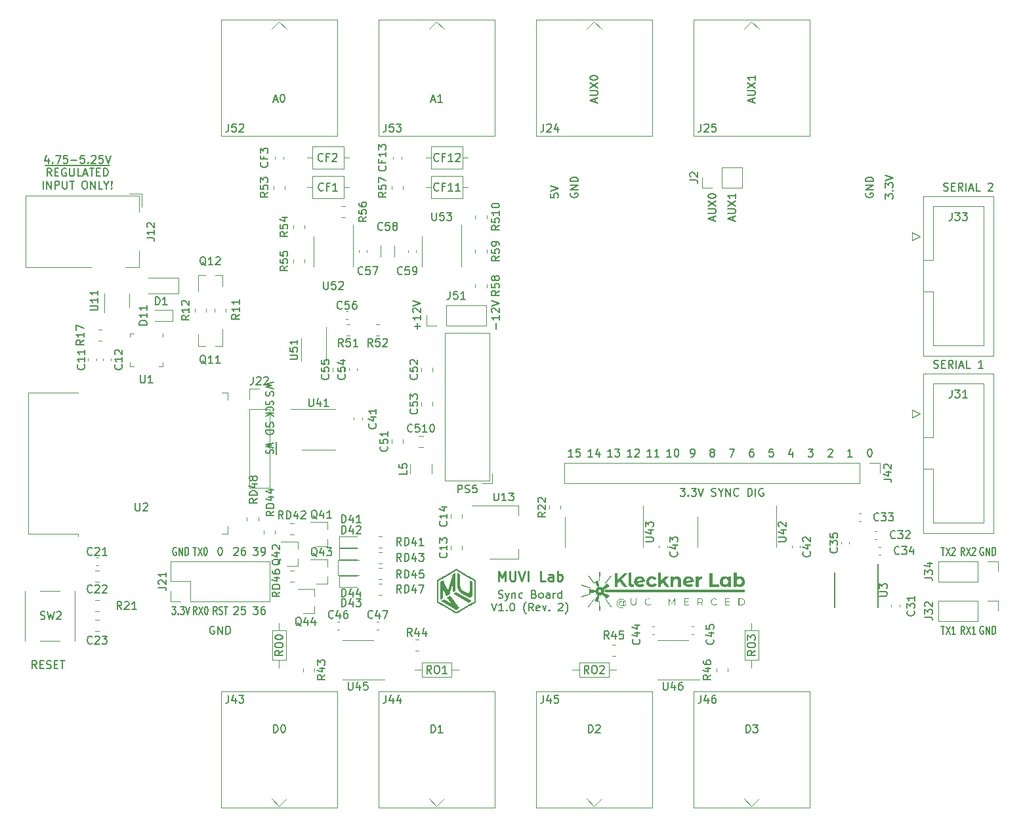
<source format=gbr>
G04 #@! TF.GenerationSoftware,KiCad,Pcbnew,(5.1.8-0-10_14)*
G04 #@! TF.CreationDate,2021-01-15T12:09:11-08:00*
G04 #@! TF.ProjectId,esp32_sync,65737033-325f-4737-996e-632e6b696361,rev?*
G04 #@! TF.SameCoordinates,Original*
G04 #@! TF.FileFunction,Legend,Top*
G04 #@! TF.FilePolarity,Positive*
%FSLAX46Y46*%
G04 Gerber Fmt 4.6, Leading zero omitted, Abs format (unit mm)*
G04 Created by KiCad (PCBNEW (5.1.8-0-10_14)) date 2021-01-15 12:09:11*
%MOMM*%
%LPD*%
G01*
G04 APERTURE LIST*
%ADD10C,0.150000*%
%ADD11C,0.228600*%
%ADD12C,0.100000*%
%ADD13C,0.120000*%
G04 APERTURE END LIST*
D10*
X65222619Y-147137380D02*
X64889285Y-146661190D01*
X64651190Y-147137380D02*
X64651190Y-146137380D01*
X65032142Y-146137380D01*
X65127380Y-146185000D01*
X65175000Y-146232619D01*
X65222619Y-146327857D01*
X65222619Y-146470714D01*
X65175000Y-146565952D01*
X65127380Y-146613571D01*
X65032142Y-146661190D01*
X64651190Y-146661190D01*
X65651190Y-146613571D02*
X65984523Y-146613571D01*
X66127380Y-147137380D02*
X65651190Y-147137380D01*
X65651190Y-146137380D01*
X66127380Y-146137380D01*
X66508333Y-147089761D02*
X66651190Y-147137380D01*
X66889285Y-147137380D01*
X66984523Y-147089761D01*
X67032142Y-147042142D01*
X67079761Y-146946904D01*
X67079761Y-146851666D01*
X67032142Y-146756428D01*
X66984523Y-146708809D01*
X66889285Y-146661190D01*
X66698809Y-146613571D01*
X66603571Y-146565952D01*
X66555952Y-146518333D01*
X66508333Y-146423095D01*
X66508333Y-146327857D01*
X66555952Y-146232619D01*
X66603571Y-146185000D01*
X66698809Y-146137380D01*
X66936904Y-146137380D01*
X67079761Y-146185000D01*
X67508333Y-146613571D02*
X67841666Y-146613571D01*
X67984523Y-147137380D02*
X67508333Y-147137380D01*
X67508333Y-146137380D01*
X67984523Y-146137380D01*
X68270238Y-146137380D02*
X68841666Y-146137380D01*
X68555952Y-147137380D02*
X68555952Y-146137380D01*
X156741904Y-155392380D02*
X156741904Y-154392380D01*
X156980000Y-154392380D01*
X157122857Y-154440000D01*
X157218095Y-154535238D01*
X157265714Y-154630476D01*
X157313333Y-154820952D01*
X157313333Y-154963809D01*
X157265714Y-155154285D01*
X157218095Y-155249523D01*
X157122857Y-155344761D01*
X156980000Y-155392380D01*
X156741904Y-155392380D01*
X157646666Y-154392380D02*
X158265714Y-154392380D01*
X157932380Y-154773333D01*
X158075238Y-154773333D01*
X158170476Y-154820952D01*
X158218095Y-154868571D01*
X158265714Y-154963809D01*
X158265714Y-155201904D01*
X158218095Y-155297142D01*
X158170476Y-155344761D01*
X158075238Y-155392380D01*
X157789523Y-155392380D01*
X157694285Y-155344761D01*
X157646666Y-155297142D01*
X136421904Y-155392380D02*
X136421904Y-154392380D01*
X136660000Y-154392380D01*
X136802857Y-154440000D01*
X136898095Y-154535238D01*
X136945714Y-154630476D01*
X136993333Y-154820952D01*
X136993333Y-154963809D01*
X136945714Y-155154285D01*
X136898095Y-155249523D01*
X136802857Y-155344761D01*
X136660000Y-155392380D01*
X136421904Y-155392380D01*
X137374285Y-154487619D02*
X137421904Y-154440000D01*
X137517142Y-154392380D01*
X137755238Y-154392380D01*
X137850476Y-154440000D01*
X137898095Y-154487619D01*
X137945714Y-154582857D01*
X137945714Y-154678095D01*
X137898095Y-154820952D01*
X137326666Y-155392380D01*
X137945714Y-155392380D01*
X116101904Y-155392380D02*
X116101904Y-154392380D01*
X116340000Y-154392380D01*
X116482857Y-154440000D01*
X116578095Y-154535238D01*
X116625714Y-154630476D01*
X116673333Y-154820952D01*
X116673333Y-154963809D01*
X116625714Y-155154285D01*
X116578095Y-155249523D01*
X116482857Y-155344761D01*
X116340000Y-155392380D01*
X116101904Y-155392380D01*
X117625714Y-155392380D02*
X117054285Y-155392380D01*
X117340000Y-155392380D02*
X117340000Y-154392380D01*
X117244761Y-154535238D01*
X117149523Y-154630476D01*
X117054285Y-154678095D01*
X95781904Y-155392380D02*
X95781904Y-154392380D01*
X96020000Y-154392380D01*
X96162857Y-154440000D01*
X96258095Y-154535238D01*
X96305714Y-154630476D01*
X96353333Y-154820952D01*
X96353333Y-154963809D01*
X96305714Y-155154285D01*
X96258095Y-155249523D01*
X96162857Y-155344761D01*
X96020000Y-155392380D01*
X95781904Y-155392380D01*
X96972380Y-154392380D02*
X97067619Y-154392380D01*
X97162857Y-154440000D01*
X97210476Y-154487619D01*
X97258095Y-154582857D01*
X97305714Y-154773333D01*
X97305714Y-155011428D01*
X97258095Y-155201904D01*
X97210476Y-155297142D01*
X97162857Y-155344761D01*
X97067619Y-155392380D01*
X96972380Y-155392380D01*
X96877142Y-155344761D01*
X96829523Y-155297142D01*
X96781904Y-155201904D01*
X96734285Y-155011428D01*
X96734285Y-154773333D01*
X96781904Y-154582857D01*
X96829523Y-154487619D01*
X96877142Y-154440000D01*
X96972380Y-154392380D01*
X157646666Y-74104285D02*
X157646666Y-73628095D01*
X157932380Y-74199523D02*
X156932380Y-73866190D01*
X157932380Y-73532857D01*
X156932380Y-73199523D02*
X157741904Y-73199523D01*
X157837142Y-73151904D01*
X157884761Y-73104285D01*
X157932380Y-73009047D01*
X157932380Y-72818571D01*
X157884761Y-72723333D01*
X157837142Y-72675714D01*
X157741904Y-72628095D01*
X156932380Y-72628095D01*
X156932380Y-72247142D02*
X157932380Y-71580476D01*
X156932380Y-71580476D02*
X157932380Y-72247142D01*
X157932380Y-70675714D02*
X157932380Y-71247142D01*
X157932380Y-70961428D02*
X156932380Y-70961428D01*
X157075238Y-71056666D01*
X157170476Y-71151904D01*
X157218095Y-71247142D01*
X116125714Y-73826666D02*
X116601904Y-73826666D01*
X116030476Y-74112380D02*
X116363809Y-73112380D01*
X116697142Y-74112380D01*
X117554285Y-74112380D02*
X116982857Y-74112380D01*
X117268571Y-74112380D02*
X117268571Y-73112380D01*
X117173333Y-73255238D01*
X117078095Y-73350476D01*
X116982857Y-73398095D01*
X137326666Y-74104285D02*
X137326666Y-73628095D01*
X137612380Y-74199523D02*
X136612380Y-73866190D01*
X137612380Y-73532857D01*
X136612380Y-73199523D02*
X137421904Y-73199523D01*
X137517142Y-73151904D01*
X137564761Y-73104285D01*
X137612380Y-73009047D01*
X137612380Y-72818571D01*
X137564761Y-72723333D01*
X137517142Y-72675714D01*
X137421904Y-72628095D01*
X136612380Y-72628095D01*
X136612380Y-72247142D02*
X137612380Y-71580476D01*
X136612380Y-71580476D02*
X137612380Y-72247142D01*
X136612380Y-71009047D02*
X136612380Y-70913809D01*
X136660000Y-70818571D01*
X136707619Y-70770952D01*
X136802857Y-70723333D01*
X136993333Y-70675714D01*
X137231428Y-70675714D01*
X137421904Y-70723333D01*
X137517142Y-70770952D01*
X137564761Y-70818571D01*
X137612380Y-70913809D01*
X137612380Y-71009047D01*
X137564761Y-71104285D01*
X137517142Y-71151904D01*
X137421904Y-71199523D01*
X137231428Y-71247142D01*
X136993333Y-71247142D01*
X136802857Y-71199523D01*
X136707619Y-71151904D01*
X136660000Y-71104285D01*
X136612380Y-71009047D01*
X95805714Y-73826666D02*
X96281904Y-73826666D01*
X95710476Y-74112380D02*
X96043809Y-73112380D01*
X96377142Y-74112380D01*
X96900952Y-73112380D02*
X96996190Y-73112380D01*
X97091428Y-73160000D01*
X97139047Y-73207619D01*
X97186666Y-73302857D01*
X97234285Y-73493333D01*
X97234285Y-73731428D01*
X97186666Y-73921904D01*
X97139047Y-74017142D01*
X97091428Y-74064761D01*
X96996190Y-74112380D01*
X96900952Y-74112380D01*
X96805714Y-74064761D01*
X96758095Y-74017142D01*
X96710476Y-73921904D01*
X96662857Y-73731428D01*
X96662857Y-73493333D01*
X96710476Y-73302857D01*
X96758095Y-73207619D01*
X96805714Y-73160000D01*
X96900952Y-73112380D01*
X124809761Y-138009761D02*
X124952619Y-138057380D01*
X125190714Y-138057380D01*
X125285952Y-138009761D01*
X125333571Y-137962142D01*
X125381190Y-137866904D01*
X125381190Y-137771666D01*
X125333571Y-137676428D01*
X125285952Y-137628809D01*
X125190714Y-137581190D01*
X125000238Y-137533571D01*
X124905000Y-137485952D01*
X124857380Y-137438333D01*
X124809761Y-137343095D01*
X124809761Y-137247857D01*
X124857380Y-137152619D01*
X124905000Y-137105000D01*
X125000238Y-137057380D01*
X125238333Y-137057380D01*
X125381190Y-137105000D01*
X125714523Y-137390714D02*
X125952619Y-138057380D01*
X126190714Y-137390714D02*
X125952619Y-138057380D01*
X125857380Y-138295476D01*
X125809761Y-138343095D01*
X125714523Y-138390714D01*
X126571666Y-137390714D02*
X126571666Y-138057380D01*
X126571666Y-137485952D02*
X126619285Y-137438333D01*
X126714523Y-137390714D01*
X126857380Y-137390714D01*
X126952619Y-137438333D01*
X127000238Y-137533571D01*
X127000238Y-138057380D01*
X127905000Y-138009761D02*
X127809761Y-138057380D01*
X127619285Y-138057380D01*
X127524047Y-138009761D01*
X127476428Y-137962142D01*
X127428809Y-137866904D01*
X127428809Y-137581190D01*
X127476428Y-137485952D01*
X127524047Y-137438333D01*
X127619285Y-137390714D01*
X127809761Y-137390714D01*
X127905000Y-137438333D01*
X129428809Y-137533571D02*
X129571666Y-137581190D01*
X129619285Y-137628809D01*
X129666904Y-137724047D01*
X129666904Y-137866904D01*
X129619285Y-137962142D01*
X129571666Y-138009761D01*
X129476428Y-138057380D01*
X129095476Y-138057380D01*
X129095476Y-137057380D01*
X129428809Y-137057380D01*
X129524047Y-137105000D01*
X129571666Y-137152619D01*
X129619285Y-137247857D01*
X129619285Y-137343095D01*
X129571666Y-137438333D01*
X129524047Y-137485952D01*
X129428809Y-137533571D01*
X129095476Y-137533571D01*
X130238333Y-138057380D02*
X130143095Y-138009761D01*
X130095476Y-137962142D01*
X130047857Y-137866904D01*
X130047857Y-137581190D01*
X130095476Y-137485952D01*
X130143095Y-137438333D01*
X130238333Y-137390714D01*
X130381190Y-137390714D01*
X130476428Y-137438333D01*
X130524047Y-137485952D01*
X130571666Y-137581190D01*
X130571666Y-137866904D01*
X130524047Y-137962142D01*
X130476428Y-138009761D01*
X130381190Y-138057380D01*
X130238333Y-138057380D01*
X131428809Y-138057380D02*
X131428809Y-137533571D01*
X131381190Y-137438333D01*
X131285952Y-137390714D01*
X131095476Y-137390714D01*
X131000238Y-137438333D01*
X131428809Y-138009761D02*
X131333571Y-138057380D01*
X131095476Y-138057380D01*
X131000238Y-138009761D01*
X130952619Y-137914523D01*
X130952619Y-137819285D01*
X131000238Y-137724047D01*
X131095476Y-137676428D01*
X131333571Y-137676428D01*
X131428809Y-137628809D01*
X131905000Y-138057380D02*
X131905000Y-137390714D01*
X131905000Y-137581190D02*
X131952619Y-137485952D01*
X132000238Y-137438333D01*
X132095476Y-137390714D01*
X132190714Y-137390714D01*
X132952619Y-138057380D02*
X132952619Y-137057380D01*
X132952619Y-138009761D02*
X132857380Y-138057380D01*
X132666904Y-138057380D01*
X132571666Y-138009761D01*
X132524047Y-137962142D01*
X132476428Y-137866904D01*
X132476428Y-137581190D01*
X132524047Y-137485952D01*
X132571666Y-137438333D01*
X132666904Y-137390714D01*
X132857380Y-137390714D01*
X132952619Y-137438333D01*
X123928809Y-138707380D02*
X124262142Y-139707380D01*
X124595476Y-138707380D01*
X125452619Y-139707380D02*
X124881190Y-139707380D01*
X125166904Y-139707380D02*
X125166904Y-138707380D01*
X125071666Y-138850238D01*
X124976428Y-138945476D01*
X124881190Y-138993095D01*
X125881190Y-139612142D02*
X125928809Y-139659761D01*
X125881190Y-139707380D01*
X125833571Y-139659761D01*
X125881190Y-139612142D01*
X125881190Y-139707380D01*
X126547857Y-138707380D02*
X126643095Y-138707380D01*
X126738333Y-138755000D01*
X126785952Y-138802619D01*
X126833571Y-138897857D01*
X126881190Y-139088333D01*
X126881190Y-139326428D01*
X126833571Y-139516904D01*
X126785952Y-139612142D01*
X126738333Y-139659761D01*
X126643095Y-139707380D01*
X126547857Y-139707380D01*
X126452619Y-139659761D01*
X126405000Y-139612142D01*
X126357380Y-139516904D01*
X126309761Y-139326428D01*
X126309761Y-139088333D01*
X126357380Y-138897857D01*
X126405000Y-138802619D01*
X126452619Y-138755000D01*
X126547857Y-138707380D01*
X128357380Y-140088333D02*
X128309761Y-140040714D01*
X128214523Y-139897857D01*
X128166904Y-139802619D01*
X128119285Y-139659761D01*
X128071666Y-139421666D01*
X128071666Y-139231190D01*
X128119285Y-138993095D01*
X128166904Y-138850238D01*
X128214523Y-138755000D01*
X128309761Y-138612142D01*
X128357380Y-138564523D01*
X129309761Y-139707380D02*
X128976428Y-139231190D01*
X128738333Y-139707380D02*
X128738333Y-138707380D01*
X129119285Y-138707380D01*
X129214523Y-138755000D01*
X129262142Y-138802619D01*
X129309761Y-138897857D01*
X129309761Y-139040714D01*
X129262142Y-139135952D01*
X129214523Y-139183571D01*
X129119285Y-139231190D01*
X128738333Y-139231190D01*
X130119285Y-139659761D02*
X130024047Y-139707380D01*
X129833571Y-139707380D01*
X129738333Y-139659761D01*
X129690714Y-139564523D01*
X129690714Y-139183571D01*
X129738333Y-139088333D01*
X129833571Y-139040714D01*
X130024047Y-139040714D01*
X130119285Y-139088333D01*
X130166904Y-139183571D01*
X130166904Y-139278809D01*
X129690714Y-139374047D01*
X130500238Y-139040714D02*
X130738333Y-139707380D01*
X130976428Y-139040714D01*
X131357380Y-139612142D02*
X131405000Y-139659761D01*
X131357380Y-139707380D01*
X131309761Y-139659761D01*
X131357380Y-139612142D01*
X131357380Y-139707380D01*
X132547857Y-138802619D02*
X132595476Y-138755000D01*
X132690714Y-138707380D01*
X132928809Y-138707380D01*
X133024047Y-138755000D01*
X133071666Y-138802619D01*
X133119285Y-138897857D01*
X133119285Y-138993095D01*
X133071666Y-139135952D01*
X132500238Y-139707380D01*
X133119285Y-139707380D01*
X133452619Y-140088333D02*
X133500238Y-140040714D01*
X133595476Y-139897857D01*
X133643095Y-139802619D01*
X133690714Y-139659761D01*
X133738333Y-139421666D01*
X133738333Y-139231190D01*
X133690714Y-138993095D01*
X133643095Y-138850238D01*
X133595476Y-138755000D01*
X133500238Y-138612142D01*
X133452619Y-138564523D01*
D11*
X124822857Y-135829523D02*
X124822857Y-134559523D01*
X125246190Y-135466666D01*
X125669523Y-134559523D01*
X125669523Y-135829523D01*
X126274285Y-134559523D02*
X126274285Y-135587619D01*
X126334761Y-135708571D01*
X126395238Y-135769047D01*
X126516190Y-135829523D01*
X126758095Y-135829523D01*
X126879047Y-135769047D01*
X126939523Y-135708571D01*
X127000000Y-135587619D01*
X127000000Y-134559523D01*
X127423333Y-134559523D02*
X127846666Y-135829523D01*
X128270000Y-134559523D01*
X128693333Y-135829523D02*
X128693333Y-134559523D01*
X130870476Y-135829523D02*
X130265714Y-135829523D01*
X130265714Y-134559523D01*
X131838095Y-135829523D02*
X131838095Y-135164285D01*
X131777619Y-135043333D01*
X131656666Y-134982857D01*
X131414761Y-134982857D01*
X131293809Y-135043333D01*
X131838095Y-135769047D02*
X131717142Y-135829523D01*
X131414761Y-135829523D01*
X131293809Y-135769047D01*
X131233333Y-135648095D01*
X131233333Y-135527142D01*
X131293809Y-135406190D01*
X131414761Y-135345714D01*
X131717142Y-135345714D01*
X131838095Y-135285238D01*
X132442857Y-135829523D02*
X132442857Y-134559523D01*
X132442857Y-135043333D02*
X132563809Y-134982857D01*
X132805714Y-134982857D01*
X132926666Y-135043333D01*
X132987142Y-135103809D01*
X133047619Y-135224761D01*
X133047619Y-135587619D01*
X132987142Y-135708571D01*
X132926666Y-135769047D01*
X132805714Y-135829523D01*
X132563809Y-135829523D01*
X132442857Y-135769047D01*
D10*
X96165000Y-117946714D02*
X96165000Y-118817571D01*
X95797619Y-118055571D02*
X94797619Y-118237000D01*
X95511904Y-118382142D01*
X94797619Y-118527285D01*
X95797619Y-118708714D01*
X96165000Y-118817571D02*
X96165000Y-119543285D01*
X94845238Y-118962714D02*
X94797619Y-119071571D01*
X94797619Y-119253000D01*
X94845238Y-119325571D01*
X94892857Y-119361857D01*
X94988095Y-119398142D01*
X95083333Y-119398142D01*
X95178571Y-119361857D01*
X95226190Y-119325571D01*
X95273809Y-119253000D01*
X95321428Y-119107857D01*
X95369047Y-119035285D01*
X95416666Y-118999000D01*
X95511904Y-118962714D01*
X95607142Y-118962714D01*
X95702380Y-118999000D01*
X95750000Y-119035285D01*
X95797619Y-119107857D01*
X95797619Y-119289285D01*
X95750000Y-119398142D01*
X94845238Y-115419285D02*
X94797619Y-115562142D01*
X94797619Y-115800238D01*
X94845238Y-115895476D01*
X94892857Y-115943095D01*
X94988095Y-115990714D01*
X95083333Y-115990714D01*
X95178571Y-115943095D01*
X95226190Y-115895476D01*
X95273809Y-115800238D01*
X95321428Y-115609761D01*
X95369047Y-115514523D01*
X95416666Y-115466904D01*
X95511904Y-115419285D01*
X95607142Y-115419285D01*
X95702380Y-115466904D01*
X95750000Y-115514523D01*
X95797619Y-115609761D01*
X95797619Y-115847857D01*
X95750000Y-115990714D01*
X94797619Y-116419285D02*
X95797619Y-116419285D01*
X95797619Y-116657380D01*
X95750000Y-116800238D01*
X95654761Y-116895476D01*
X95559523Y-116943095D01*
X95369047Y-116990714D01*
X95226190Y-116990714D01*
X95035714Y-116943095D01*
X94940476Y-116895476D01*
X94845238Y-116800238D01*
X94797619Y-116657380D01*
X94797619Y-116419285D01*
X94845238Y-112685285D02*
X94797619Y-112794142D01*
X94797619Y-112975571D01*
X94845238Y-113048142D01*
X94892857Y-113084428D01*
X94988095Y-113120714D01*
X95083333Y-113120714D01*
X95178571Y-113084428D01*
X95226190Y-113048142D01*
X95273809Y-112975571D01*
X95321428Y-112830428D01*
X95369047Y-112757857D01*
X95416666Y-112721571D01*
X95511904Y-112685285D01*
X95607142Y-112685285D01*
X95702380Y-112721571D01*
X95750000Y-112757857D01*
X95797619Y-112830428D01*
X95797619Y-113011857D01*
X95750000Y-113120714D01*
X94892857Y-113882714D02*
X94845238Y-113846428D01*
X94797619Y-113737571D01*
X94797619Y-113665000D01*
X94845238Y-113556142D01*
X94940476Y-113483571D01*
X95035714Y-113447285D01*
X95226190Y-113411000D01*
X95369047Y-113411000D01*
X95559523Y-113447285D01*
X95654761Y-113483571D01*
X95750000Y-113556142D01*
X95797619Y-113665000D01*
X95797619Y-113737571D01*
X95750000Y-113846428D01*
X95702380Y-113882714D01*
X94797619Y-114209285D02*
X95797619Y-114209285D01*
X94797619Y-114644714D02*
X95369047Y-114318142D01*
X95797619Y-114644714D02*
X95226190Y-114209285D01*
X95797619Y-110220238D02*
X94797619Y-110458333D01*
X95511904Y-110648809D01*
X94797619Y-110839285D01*
X95797619Y-111077380D01*
X94845238Y-111410714D02*
X94797619Y-111553571D01*
X94797619Y-111791666D01*
X94845238Y-111886904D01*
X94892857Y-111934523D01*
X94988095Y-111982142D01*
X95083333Y-111982142D01*
X95178571Y-111934523D01*
X95226190Y-111886904D01*
X95273809Y-111791666D01*
X95321428Y-111601190D01*
X95369047Y-111505952D01*
X95416666Y-111458333D01*
X95511904Y-111410714D01*
X95607142Y-111410714D01*
X95702380Y-111458333D01*
X95750000Y-111505952D01*
X95797619Y-111601190D01*
X95797619Y-111839285D01*
X95750000Y-111982142D01*
X124531428Y-103361904D02*
X124531428Y-102600000D01*
X124912380Y-101600000D02*
X124912380Y-102171428D01*
X124912380Y-101885714D02*
X123912380Y-101885714D01*
X124055238Y-101980952D01*
X124150476Y-102076190D01*
X124198095Y-102171428D01*
X124007619Y-101219047D02*
X123960000Y-101171428D01*
X123912380Y-101076190D01*
X123912380Y-100838095D01*
X123960000Y-100742857D01*
X124007619Y-100695238D01*
X124102857Y-100647619D01*
X124198095Y-100647619D01*
X124340952Y-100695238D01*
X124912380Y-101266666D01*
X124912380Y-100647619D01*
X123912380Y-100361904D02*
X124912380Y-100028571D01*
X123912380Y-99695238D01*
X114371428Y-103361904D02*
X114371428Y-102600000D01*
X114752380Y-102980952D02*
X113990476Y-102980952D01*
X114752380Y-101600000D02*
X114752380Y-102171428D01*
X114752380Y-101885714D02*
X113752380Y-101885714D01*
X113895238Y-101980952D01*
X113990476Y-102076190D01*
X114038095Y-102171428D01*
X113847619Y-101219047D02*
X113800000Y-101171428D01*
X113752380Y-101076190D01*
X113752380Y-100838095D01*
X113800000Y-100742857D01*
X113847619Y-100695238D01*
X113942857Y-100647619D01*
X114038095Y-100647619D01*
X114180952Y-100695238D01*
X114752380Y-101266666D01*
X114752380Y-100647619D01*
X113752380Y-100361904D02*
X114752380Y-100028571D01*
X113752380Y-99695238D01*
X90678095Y-139247619D02*
X90725714Y-139200000D01*
X90820952Y-139152380D01*
X91059047Y-139152380D01*
X91154285Y-139200000D01*
X91201904Y-139247619D01*
X91249523Y-139342857D01*
X91249523Y-139438095D01*
X91201904Y-139580952D01*
X90630476Y-140152380D01*
X91249523Y-140152380D01*
X92154285Y-139152380D02*
X91678095Y-139152380D01*
X91630476Y-139628571D01*
X91678095Y-139580952D01*
X91773333Y-139533333D01*
X92011428Y-139533333D01*
X92106666Y-139580952D01*
X92154285Y-139628571D01*
X92201904Y-139723809D01*
X92201904Y-139961904D01*
X92154285Y-140057142D01*
X92106666Y-140104761D01*
X92011428Y-140152380D01*
X91773333Y-140152380D01*
X91678095Y-140104761D01*
X91630476Y-140057142D01*
X85870142Y-140152380D02*
X85616142Y-139676190D01*
X85434714Y-140152380D02*
X85434714Y-139152380D01*
X85725000Y-139152380D01*
X85797571Y-139200000D01*
X85833857Y-139247619D01*
X85870142Y-139342857D01*
X85870142Y-139485714D01*
X85833857Y-139580952D01*
X85797571Y-139628571D01*
X85725000Y-139676190D01*
X85434714Y-139676190D01*
X86124142Y-139152380D02*
X86632142Y-140152380D01*
X86632142Y-139152380D02*
X86124142Y-140152380D01*
X87067571Y-139152380D02*
X87140142Y-139152380D01*
X87212714Y-139200000D01*
X87249000Y-139247619D01*
X87285285Y-139342857D01*
X87321571Y-139533333D01*
X87321571Y-139771428D01*
X87285285Y-139961904D01*
X87249000Y-140057142D01*
X87212714Y-140104761D01*
X87140142Y-140152380D01*
X87067571Y-140152380D01*
X86995000Y-140104761D01*
X86958714Y-140057142D01*
X86922428Y-139961904D01*
X86886142Y-139771428D01*
X86886142Y-139533333D01*
X86922428Y-139342857D01*
X86958714Y-139247619D01*
X86995000Y-139200000D01*
X87067571Y-139152380D01*
X83239428Y-131580000D02*
X83166857Y-131532380D01*
X83058000Y-131532380D01*
X82949142Y-131580000D01*
X82876571Y-131675238D01*
X82840285Y-131770476D01*
X82804000Y-131960952D01*
X82804000Y-132103809D01*
X82840285Y-132294285D01*
X82876571Y-132389523D01*
X82949142Y-132484761D01*
X83058000Y-132532380D01*
X83130571Y-132532380D01*
X83239428Y-132484761D01*
X83275714Y-132437142D01*
X83275714Y-132103809D01*
X83130571Y-132103809D01*
X83602285Y-132532380D02*
X83602285Y-131532380D01*
X84037714Y-132532380D01*
X84037714Y-131532380D01*
X84400571Y-132532380D02*
X84400571Y-131532380D01*
X84582000Y-131532380D01*
X84690857Y-131580000D01*
X84763428Y-131675238D01*
X84799714Y-131770476D01*
X84836000Y-131960952D01*
X84836000Y-132103809D01*
X84799714Y-132294285D01*
X84763428Y-132389523D01*
X84690857Y-132484761D01*
X84582000Y-132532380D01*
X84400571Y-132532380D01*
X88852380Y-131532380D02*
X88947619Y-131532380D01*
X89042857Y-131580000D01*
X89090476Y-131627619D01*
X89138095Y-131722857D01*
X89185714Y-131913333D01*
X89185714Y-132151428D01*
X89138095Y-132341904D01*
X89090476Y-132437142D01*
X89042857Y-132484761D01*
X88947619Y-132532380D01*
X88852380Y-132532380D01*
X88757142Y-132484761D01*
X88709523Y-132437142D01*
X88661904Y-132341904D01*
X88614285Y-132151428D01*
X88614285Y-131913333D01*
X88661904Y-131722857D01*
X88709523Y-131627619D01*
X88757142Y-131580000D01*
X88852380Y-131532380D01*
X93170476Y-131532380D02*
X93789523Y-131532380D01*
X93456190Y-131913333D01*
X93599047Y-131913333D01*
X93694285Y-131960952D01*
X93741904Y-132008571D01*
X93789523Y-132103809D01*
X93789523Y-132341904D01*
X93741904Y-132437142D01*
X93694285Y-132484761D01*
X93599047Y-132532380D01*
X93313333Y-132532380D01*
X93218095Y-132484761D01*
X93170476Y-132437142D01*
X94265714Y-132532380D02*
X94456190Y-132532380D01*
X94551428Y-132484761D01*
X94599047Y-132437142D01*
X94694285Y-132294285D01*
X94741904Y-132103809D01*
X94741904Y-131722857D01*
X94694285Y-131627619D01*
X94646666Y-131580000D01*
X94551428Y-131532380D01*
X94360952Y-131532380D01*
X94265714Y-131580000D01*
X94218095Y-131627619D01*
X94170476Y-131722857D01*
X94170476Y-131960952D01*
X94218095Y-132056190D01*
X94265714Y-132103809D01*
X94360952Y-132151428D01*
X94551428Y-132151428D01*
X94646666Y-132103809D01*
X94694285Y-132056190D01*
X94741904Y-131960952D01*
X93170476Y-139152380D02*
X93789523Y-139152380D01*
X93456190Y-139533333D01*
X93599047Y-139533333D01*
X93694285Y-139580952D01*
X93741904Y-139628571D01*
X93789523Y-139723809D01*
X93789523Y-139961904D01*
X93741904Y-140057142D01*
X93694285Y-140104761D01*
X93599047Y-140152380D01*
X93313333Y-140152380D01*
X93218095Y-140104761D01*
X93170476Y-140057142D01*
X94646666Y-139152380D02*
X94456190Y-139152380D01*
X94360952Y-139200000D01*
X94313333Y-139247619D01*
X94218095Y-139390476D01*
X94170476Y-139580952D01*
X94170476Y-139961904D01*
X94218095Y-140057142D01*
X94265714Y-140104761D01*
X94360952Y-140152380D01*
X94551428Y-140152380D01*
X94646666Y-140104761D01*
X94694285Y-140057142D01*
X94741904Y-139961904D01*
X94741904Y-139723809D01*
X94694285Y-139628571D01*
X94646666Y-139580952D01*
X94551428Y-139533333D01*
X94360952Y-139533333D01*
X94265714Y-139580952D01*
X94218095Y-139628571D01*
X94170476Y-139723809D01*
X82695142Y-139152380D02*
X83166857Y-139152380D01*
X82912857Y-139533333D01*
X83021714Y-139533333D01*
X83094285Y-139580952D01*
X83130571Y-139628571D01*
X83166857Y-139723809D01*
X83166857Y-139961904D01*
X83130571Y-140057142D01*
X83094285Y-140104761D01*
X83021714Y-140152380D01*
X82804000Y-140152380D01*
X82731428Y-140104761D01*
X82695142Y-140057142D01*
X83493428Y-140057142D02*
X83529714Y-140104761D01*
X83493428Y-140152380D01*
X83457142Y-140104761D01*
X83493428Y-140057142D01*
X83493428Y-140152380D01*
X83783714Y-139152380D02*
X84255428Y-139152380D01*
X84001428Y-139533333D01*
X84110285Y-139533333D01*
X84182857Y-139580952D01*
X84219142Y-139628571D01*
X84255428Y-139723809D01*
X84255428Y-139961904D01*
X84219142Y-140057142D01*
X84182857Y-140104761D01*
X84110285Y-140152380D01*
X83892571Y-140152380D01*
X83820000Y-140104761D01*
X83783714Y-140057142D01*
X84473142Y-139152380D02*
X84727142Y-140152380D01*
X84981142Y-139152380D01*
X85416571Y-131532380D02*
X85852000Y-131532380D01*
X85634285Y-132532380D02*
X85634285Y-131532380D01*
X86033428Y-131532380D02*
X86541428Y-132532380D01*
X86541428Y-131532380D02*
X86033428Y-132532380D01*
X86976857Y-131532380D02*
X87049428Y-131532380D01*
X87122000Y-131580000D01*
X87158285Y-131627619D01*
X87194571Y-131722857D01*
X87230857Y-131913333D01*
X87230857Y-132151428D01*
X87194571Y-132341904D01*
X87158285Y-132437142D01*
X87122000Y-132484761D01*
X87049428Y-132532380D01*
X86976857Y-132532380D01*
X86904285Y-132484761D01*
X86868000Y-132437142D01*
X86831714Y-132341904D01*
X86795428Y-132151428D01*
X86795428Y-131913333D01*
X86831714Y-131722857D01*
X86868000Y-131627619D01*
X86904285Y-131580000D01*
X86976857Y-131532380D01*
X90678095Y-131627619D02*
X90725714Y-131580000D01*
X90820952Y-131532380D01*
X91059047Y-131532380D01*
X91154285Y-131580000D01*
X91201904Y-131627619D01*
X91249523Y-131722857D01*
X91249523Y-131818095D01*
X91201904Y-131960952D01*
X90630476Y-132532380D01*
X91249523Y-132532380D01*
X92106666Y-131532380D02*
X91916190Y-131532380D01*
X91820952Y-131580000D01*
X91773333Y-131627619D01*
X91678095Y-131770476D01*
X91630476Y-131960952D01*
X91630476Y-132341904D01*
X91678095Y-132437142D01*
X91725714Y-132484761D01*
X91820952Y-132532380D01*
X92011428Y-132532380D01*
X92106666Y-132484761D01*
X92154285Y-132437142D01*
X92201904Y-132341904D01*
X92201904Y-132103809D01*
X92154285Y-132008571D01*
X92106666Y-131960952D01*
X92011428Y-131913333D01*
X91820952Y-131913333D01*
X91725714Y-131960952D01*
X91678095Y-132008571D01*
X91630476Y-132103809D01*
X88482714Y-140152380D02*
X88228714Y-139676190D01*
X88047285Y-140152380D02*
X88047285Y-139152380D01*
X88337571Y-139152380D01*
X88410142Y-139200000D01*
X88446428Y-139247619D01*
X88482714Y-139342857D01*
X88482714Y-139485714D01*
X88446428Y-139580952D01*
X88410142Y-139628571D01*
X88337571Y-139676190D01*
X88047285Y-139676190D01*
X88773000Y-140104761D02*
X88881857Y-140152380D01*
X89063285Y-140152380D01*
X89135857Y-140104761D01*
X89172142Y-140057142D01*
X89208428Y-139961904D01*
X89208428Y-139866666D01*
X89172142Y-139771428D01*
X89135857Y-139723809D01*
X89063285Y-139676190D01*
X88918142Y-139628571D01*
X88845571Y-139580952D01*
X88809285Y-139533333D01*
X88773000Y-139438095D01*
X88773000Y-139342857D01*
X88809285Y-139247619D01*
X88845571Y-139200000D01*
X88918142Y-139152380D01*
X89099571Y-139152380D01*
X89208428Y-139200000D01*
X89426142Y-139152380D02*
X89861571Y-139152380D01*
X89643857Y-140152380D02*
X89643857Y-139152380D01*
X66770714Y-81320714D02*
X66770714Y-81987380D01*
X66532619Y-80939761D02*
X66294523Y-81654047D01*
X66913571Y-81654047D01*
X67294523Y-81892142D02*
X67342142Y-81939761D01*
X67294523Y-81987380D01*
X67246904Y-81939761D01*
X67294523Y-81892142D01*
X67294523Y-81987380D01*
X67675476Y-80987380D02*
X68342142Y-80987380D01*
X67913571Y-81987380D01*
X69199285Y-80987380D02*
X68723095Y-80987380D01*
X68675476Y-81463571D01*
X68723095Y-81415952D01*
X68818333Y-81368333D01*
X69056428Y-81368333D01*
X69151666Y-81415952D01*
X69199285Y-81463571D01*
X69246904Y-81558809D01*
X69246904Y-81796904D01*
X69199285Y-81892142D01*
X69151666Y-81939761D01*
X69056428Y-81987380D01*
X68818333Y-81987380D01*
X68723095Y-81939761D01*
X68675476Y-81892142D01*
X69675476Y-81606428D02*
X70437380Y-81606428D01*
X71389761Y-80987380D02*
X70913571Y-80987380D01*
X70865952Y-81463571D01*
X70913571Y-81415952D01*
X71008809Y-81368333D01*
X71246904Y-81368333D01*
X71342142Y-81415952D01*
X71389761Y-81463571D01*
X71437380Y-81558809D01*
X71437380Y-81796904D01*
X71389761Y-81892142D01*
X71342142Y-81939761D01*
X71246904Y-81987380D01*
X71008809Y-81987380D01*
X70913571Y-81939761D01*
X70865952Y-81892142D01*
X71865952Y-81892142D02*
X71913571Y-81939761D01*
X71865952Y-81987380D01*
X71818333Y-81939761D01*
X71865952Y-81892142D01*
X71865952Y-81987380D01*
X72294523Y-81082619D02*
X72342142Y-81035000D01*
X72437380Y-80987380D01*
X72675476Y-80987380D01*
X72770714Y-81035000D01*
X72818333Y-81082619D01*
X72865952Y-81177857D01*
X72865952Y-81273095D01*
X72818333Y-81415952D01*
X72246904Y-81987380D01*
X72865952Y-81987380D01*
X73770714Y-80987380D02*
X73294523Y-80987380D01*
X73246904Y-81463571D01*
X73294523Y-81415952D01*
X73389761Y-81368333D01*
X73627857Y-81368333D01*
X73723095Y-81415952D01*
X73770714Y-81463571D01*
X73818333Y-81558809D01*
X73818333Y-81796904D01*
X73770714Y-81892142D01*
X73723095Y-81939761D01*
X73627857Y-81987380D01*
X73389761Y-81987380D01*
X73294523Y-81939761D01*
X73246904Y-81892142D01*
X74104047Y-80987380D02*
X74437380Y-81987380D01*
X74770714Y-80987380D01*
X66342142Y-82270000D02*
X67342142Y-82270000D01*
X67151666Y-83637380D02*
X66818333Y-83161190D01*
X66580238Y-83637380D02*
X66580238Y-82637380D01*
X66961190Y-82637380D01*
X67056428Y-82685000D01*
X67104047Y-82732619D01*
X67151666Y-82827857D01*
X67151666Y-82970714D01*
X67104047Y-83065952D01*
X67056428Y-83113571D01*
X66961190Y-83161190D01*
X66580238Y-83161190D01*
X67342142Y-82270000D02*
X68246904Y-82270000D01*
X67580238Y-83113571D02*
X67913571Y-83113571D01*
X68056428Y-83637380D02*
X67580238Y-83637380D01*
X67580238Y-82637380D01*
X68056428Y-82637380D01*
X68246904Y-82270000D02*
X69246904Y-82270000D01*
X69008809Y-82685000D02*
X68913571Y-82637380D01*
X68770714Y-82637380D01*
X68627857Y-82685000D01*
X68532619Y-82780238D01*
X68485000Y-82875476D01*
X68437380Y-83065952D01*
X68437380Y-83208809D01*
X68485000Y-83399285D01*
X68532619Y-83494523D01*
X68627857Y-83589761D01*
X68770714Y-83637380D01*
X68865952Y-83637380D01*
X69008809Y-83589761D01*
X69056428Y-83542142D01*
X69056428Y-83208809D01*
X68865952Y-83208809D01*
X69246904Y-82270000D02*
X70294523Y-82270000D01*
X69485000Y-82637380D02*
X69485000Y-83446904D01*
X69532619Y-83542142D01*
X69580238Y-83589761D01*
X69675476Y-83637380D01*
X69865952Y-83637380D01*
X69961190Y-83589761D01*
X70008809Y-83542142D01*
X70056428Y-83446904D01*
X70056428Y-82637380D01*
X70294523Y-82270000D02*
X71104047Y-82270000D01*
X71008809Y-83637380D02*
X70532619Y-83637380D01*
X70532619Y-82637380D01*
X71104047Y-82270000D02*
X71961190Y-82270000D01*
X71294523Y-83351666D02*
X71770714Y-83351666D01*
X71199285Y-83637380D02*
X71532619Y-82637380D01*
X71865952Y-83637380D01*
X71961190Y-82270000D02*
X72723095Y-82270000D01*
X72056428Y-82637380D02*
X72627857Y-82637380D01*
X72342142Y-83637380D02*
X72342142Y-82637380D01*
X72723095Y-82270000D02*
X73627857Y-82270000D01*
X72961190Y-83113571D02*
X73294523Y-83113571D01*
X73437380Y-83637380D02*
X72961190Y-83637380D01*
X72961190Y-82637380D01*
X73437380Y-82637380D01*
X73627857Y-82270000D02*
X74627857Y-82270000D01*
X73865952Y-83637380D02*
X73865952Y-82637380D01*
X74104047Y-82637380D01*
X74246904Y-82685000D01*
X74342142Y-82780238D01*
X74389761Y-82875476D01*
X74437380Y-83065952D01*
X74437380Y-83208809D01*
X74389761Y-83399285D01*
X74342142Y-83494523D01*
X74246904Y-83589761D01*
X74104047Y-83637380D01*
X73865952Y-83637380D01*
X66056428Y-85287380D02*
X66056428Y-84287380D01*
X66532619Y-85287380D02*
X66532619Y-84287380D01*
X67104047Y-85287380D01*
X67104047Y-84287380D01*
X67580238Y-85287380D02*
X67580238Y-84287380D01*
X67961190Y-84287380D01*
X68056428Y-84335000D01*
X68104047Y-84382619D01*
X68151666Y-84477857D01*
X68151666Y-84620714D01*
X68104047Y-84715952D01*
X68056428Y-84763571D01*
X67961190Y-84811190D01*
X67580238Y-84811190D01*
X68580238Y-84287380D02*
X68580238Y-85096904D01*
X68627857Y-85192142D01*
X68675476Y-85239761D01*
X68770714Y-85287380D01*
X68961190Y-85287380D01*
X69056428Y-85239761D01*
X69104047Y-85192142D01*
X69151666Y-85096904D01*
X69151666Y-84287380D01*
X69485000Y-84287380D02*
X70056428Y-84287380D01*
X69770714Y-85287380D02*
X69770714Y-84287380D01*
X71342142Y-84287380D02*
X71532619Y-84287380D01*
X71627857Y-84335000D01*
X71723095Y-84430238D01*
X71770714Y-84620714D01*
X71770714Y-84954047D01*
X71723095Y-85144523D01*
X71627857Y-85239761D01*
X71532619Y-85287380D01*
X71342142Y-85287380D01*
X71246904Y-85239761D01*
X71151666Y-85144523D01*
X71104047Y-84954047D01*
X71104047Y-84620714D01*
X71151666Y-84430238D01*
X71246904Y-84335000D01*
X71342142Y-84287380D01*
X72199285Y-85287380D02*
X72199285Y-84287380D01*
X72770714Y-85287380D01*
X72770714Y-84287380D01*
X73723095Y-85287380D02*
X73246904Y-85287380D01*
X73246904Y-84287380D01*
X74246904Y-84811190D02*
X74246904Y-85287380D01*
X73913571Y-84287380D02*
X74246904Y-84811190D01*
X74580238Y-84287380D01*
X74913571Y-85192142D02*
X74961190Y-85239761D01*
X74913571Y-85287380D01*
X74865952Y-85239761D01*
X74913571Y-85192142D01*
X74913571Y-85287380D01*
X74913571Y-84906428D02*
X74865952Y-84335000D01*
X74913571Y-84287380D01*
X74961190Y-84335000D01*
X74913571Y-84906428D01*
X74913571Y-84287380D01*
X136969523Y-119832380D02*
X136398095Y-119832380D01*
X136683809Y-119832380D02*
X136683809Y-118832380D01*
X136588571Y-118975238D01*
X136493333Y-119070476D01*
X136398095Y-119118095D01*
X137826666Y-119165714D02*
X137826666Y-119832380D01*
X137588571Y-118784761D02*
X137350476Y-119499047D01*
X137969523Y-119499047D01*
X134429523Y-119832380D02*
X133858095Y-119832380D01*
X134143809Y-119832380D02*
X134143809Y-118832380D01*
X134048571Y-118975238D01*
X133953333Y-119070476D01*
X133858095Y-119118095D01*
X135334285Y-118832380D02*
X134858095Y-118832380D01*
X134810476Y-119308571D01*
X134858095Y-119260952D01*
X134953333Y-119213333D01*
X135191428Y-119213333D01*
X135286666Y-119260952D01*
X135334285Y-119308571D01*
X135381904Y-119403809D01*
X135381904Y-119641904D01*
X135334285Y-119737142D01*
X135286666Y-119784761D01*
X135191428Y-119832380D01*
X134953333Y-119832380D01*
X134858095Y-119784761D01*
X134810476Y-119737142D01*
X139509523Y-119832380D02*
X138938095Y-119832380D01*
X139223809Y-119832380D02*
X139223809Y-118832380D01*
X139128571Y-118975238D01*
X139033333Y-119070476D01*
X138938095Y-119118095D01*
X139842857Y-118832380D02*
X140461904Y-118832380D01*
X140128571Y-119213333D01*
X140271428Y-119213333D01*
X140366666Y-119260952D01*
X140414285Y-119308571D01*
X140461904Y-119403809D01*
X140461904Y-119641904D01*
X140414285Y-119737142D01*
X140366666Y-119784761D01*
X140271428Y-119832380D01*
X139985714Y-119832380D01*
X139890476Y-119784761D01*
X139842857Y-119737142D01*
X181936571Y-131532380D02*
X182372000Y-131532380D01*
X182154285Y-132532380D02*
X182154285Y-131532380D01*
X182553428Y-131532380D02*
X183061428Y-132532380D01*
X183061428Y-131532380D02*
X182553428Y-132532380D01*
X183315428Y-131627619D02*
X183351714Y-131580000D01*
X183424285Y-131532380D01*
X183605714Y-131532380D01*
X183678285Y-131580000D01*
X183714571Y-131627619D01*
X183750857Y-131722857D01*
X183750857Y-131818095D01*
X183714571Y-131960952D01*
X183279142Y-132532380D01*
X183750857Y-132532380D01*
X184930142Y-132532380D02*
X184676142Y-132056190D01*
X184494714Y-132532380D02*
X184494714Y-131532380D01*
X184785000Y-131532380D01*
X184857571Y-131580000D01*
X184893857Y-131627619D01*
X184930142Y-131722857D01*
X184930142Y-131865714D01*
X184893857Y-131960952D01*
X184857571Y-132008571D01*
X184785000Y-132056190D01*
X184494714Y-132056190D01*
X185184142Y-131532380D02*
X185692142Y-132532380D01*
X185692142Y-131532380D02*
X185184142Y-132532380D01*
X185946142Y-131627619D02*
X185982428Y-131580000D01*
X186055000Y-131532380D01*
X186236428Y-131532380D01*
X186309000Y-131580000D01*
X186345285Y-131627619D01*
X186381571Y-131722857D01*
X186381571Y-131818095D01*
X186345285Y-131960952D01*
X185909857Y-132532380D01*
X186381571Y-132532380D01*
X187379428Y-131580000D02*
X187306857Y-131532380D01*
X187198000Y-131532380D01*
X187089142Y-131580000D01*
X187016571Y-131675238D01*
X186980285Y-131770476D01*
X186944000Y-131960952D01*
X186944000Y-132103809D01*
X186980285Y-132294285D01*
X187016571Y-132389523D01*
X187089142Y-132484761D01*
X187198000Y-132532380D01*
X187270571Y-132532380D01*
X187379428Y-132484761D01*
X187415714Y-132437142D01*
X187415714Y-132103809D01*
X187270571Y-132103809D01*
X187742285Y-132532380D02*
X187742285Y-131532380D01*
X188177714Y-132532380D01*
X188177714Y-131532380D01*
X188540571Y-132532380D02*
X188540571Y-131532380D01*
X188722000Y-131532380D01*
X188830857Y-131580000D01*
X188903428Y-131675238D01*
X188939714Y-131770476D01*
X188976000Y-131960952D01*
X188976000Y-132103809D01*
X188939714Y-132294285D01*
X188903428Y-132389523D01*
X188830857Y-132484761D01*
X188722000Y-132532380D01*
X188540571Y-132532380D01*
X187379428Y-141740000D02*
X187306857Y-141692380D01*
X187198000Y-141692380D01*
X187089142Y-141740000D01*
X187016571Y-141835238D01*
X186980285Y-141930476D01*
X186944000Y-142120952D01*
X186944000Y-142263809D01*
X186980285Y-142454285D01*
X187016571Y-142549523D01*
X187089142Y-142644761D01*
X187198000Y-142692380D01*
X187270571Y-142692380D01*
X187379428Y-142644761D01*
X187415714Y-142597142D01*
X187415714Y-142263809D01*
X187270571Y-142263809D01*
X187742285Y-142692380D02*
X187742285Y-141692380D01*
X188177714Y-142692380D01*
X188177714Y-141692380D01*
X188540571Y-142692380D02*
X188540571Y-141692380D01*
X188722000Y-141692380D01*
X188830857Y-141740000D01*
X188903428Y-141835238D01*
X188939714Y-141930476D01*
X188976000Y-142120952D01*
X188976000Y-142263809D01*
X188939714Y-142454285D01*
X188903428Y-142549523D01*
X188830857Y-142644761D01*
X188722000Y-142692380D01*
X188540571Y-142692380D01*
X184930142Y-142692380D02*
X184676142Y-142216190D01*
X184494714Y-142692380D02*
X184494714Y-141692380D01*
X184785000Y-141692380D01*
X184857571Y-141740000D01*
X184893857Y-141787619D01*
X184930142Y-141882857D01*
X184930142Y-142025714D01*
X184893857Y-142120952D01*
X184857571Y-142168571D01*
X184785000Y-142216190D01*
X184494714Y-142216190D01*
X185184142Y-141692380D02*
X185692142Y-142692380D01*
X185692142Y-141692380D02*
X185184142Y-142692380D01*
X186381571Y-142692380D02*
X185946142Y-142692380D01*
X186163857Y-142692380D02*
X186163857Y-141692380D01*
X186091285Y-141835238D01*
X186018714Y-141930476D01*
X185946142Y-141978095D01*
X181936571Y-141692380D02*
X182372000Y-141692380D01*
X182154285Y-142692380D02*
X182154285Y-141692380D01*
X182553428Y-141692380D02*
X183061428Y-142692380D01*
X183061428Y-141692380D02*
X182553428Y-142692380D01*
X183750857Y-142692380D02*
X183315428Y-142692380D01*
X183533142Y-142692380D02*
X183533142Y-141692380D01*
X183460571Y-141835238D01*
X183388000Y-141930476D01*
X183315428Y-141978095D01*
X182253333Y-85494761D02*
X182396190Y-85542380D01*
X182634285Y-85542380D01*
X182729523Y-85494761D01*
X182777142Y-85447142D01*
X182824761Y-85351904D01*
X182824761Y-85256666D01*
X182777142Y-85161428D01*
X182729523Y-85113809D01*
X182634285Y-85066190D01*
X182443809Y-85018571D01*
X182348571Y-84970952D01*
X182300952Y-84923333D01*
X182253333Y-84828095D01*
X182253333Y-84732857D01*
X182300952Y-84637619D01*
X182348571Y-84590000D01*
X182443809Y-84542380D01*
X182681904Y-84542380D01*
X182824761Y-84590000D01*
X183253333Y-85018571D02*
X183586666Y-85018571D01*
X183729523Y-85542380D02*
X183253333Y-85542380D01*
X183253333Y-84542380D01*
X183729523Y-84542380D01*
X184729523Y-85542380D02*
X184396190Y-85066190D01*
X184158095Y-85542380D02*
X184158095Y-84542380D01*
X184539047Y-84542380D01*
X184634285Y-84590000D01*
X184681904Y-84637619D01*
X184729523Y-84732857D01*
X184729523Y-84875714D01*
X184681904Y-84970952D01*
X184634285Y-85018571D01*
X184539047Y-85066190D01*
X184158095Y-85066190D01*
X185158095Y-85542380D02*
X185158095Y-84542380D01*
X185586666Y-85256666D02*
X186062857Y-85256666D01*
X185491428Y-85542380D02*
X185824761Y-84542380D01*
X186158095Y-85542380D01*
X186967619Y-85542380D02*
X186491428Y-85542380D01*
X186491428Y-84542380D01*
X188015238Y-84637619D02*
X188062857Y-84590000D01*
X188158095Y-84542380D01*
X188396190Y-84542380D01*
X188491428Y-84590000D01*
X188539047Y-84637619D01*
X188586666Y-84732857D01*
X188586666Y-84828095D01*
X188539047Y-84970952D01*
X187967619Y-85542380D01*
X188586666Y-85542380D01*
X180983333Y-108354761D02*
X181126190Y-108402380D01*
X181364285Y-108402380D01*
X181459523Y-108354761D01*
X181507142Y-108307142D01*
X181554761Y-108211904D01*
X181554761Y-108116666D01*
X181507142Y-108021428D01*
X181459523Y-107973809D01*
X181364285Y-107926190D01*
X181173809Y-107878571D01*
X181078571Y-107830952D01*
X181030952Y-107783333D01*
X180983333Y-107688095D01*
X180983333Y-107592857D01*
X181030952Y-107497619D01*
X181078571Y-107450000D01*
X181173809Y-107402380D01*
X181411904Y-107402380D01*
X181554761Y-107450000D01*
X181983333Y-107878571D02*
X182316666Y-107878571D01*
X182459523Y-108402380D02*
X181983333Y-108402380D01*
X181983333Y-107402380D01*
X182459523Y-107402380D01*
X183459523Y-108402380D02*
X183126190Y-107926190D01*
X182888095Y-108402380D02*
X182888095Y-107402380D01*
X183269047Y-107402380D01*
X183364285Y-107450000D01*
X183411904Y-107497619D01*
X183459523Y-107592857D01*
X183459523Y-107735714D01*
X183411904Y-107830952D01*
X183364285Y-107878571D01*
X183269047Y-107926190D01*
X182888095Y-107926190D01*
X183888095Y-108402380D02*
X183888095Y-107402380D01*
X184316666Y-108116666D02*
X184792857Y-108116666D01*
X184221428Y-108402380D02*
X184554761Y-107402380D01*
X184888095Y-108402380D01*
X185697619Y-108402380D02*
X185221428Y-108402380D01*
X185221428Y-107402380D01*
X187316666Y-108402380D02*
X186745238Y-108402380D01*
X187030952Y-108402380D02*
X187030952Y-107402380D01*
X186935714Y-107545238D01*
X186840476Y-107640476D01*
X186745238Y-107688095D01*
X174712380Y-86566190D02*
X174712380Y-85947142D01*
X175093333Y-86280476D01*
X175093333Y-86137619D01*
X175140952Y-86042380D01*
X175188571Y-85994761D01*
X175283809Y-85947142D01*
X175521904Y-85947142D01*
X175617142Y-85994761D01*
X175664761Y-86042380D01*
X175712380Y-86137619D01*
X175712380Y-86423333D01*
X175664761Y-86518571D01*
X175617142Y-86566190D01*
X175617142Y-85518571D02*
X175664761Y-85470952D01*
X175712380Y-85518571D01*
X175664761Y-85566190D01*
X175617142Y-85518571D01*
X175712380Y-85518571D01*
X174712380Y-85137619D02*
X174712380Y-84518571D01*
X175093333Y-84851904D01*
X175093333Y-84709047D01*
X175140952Y-84613809D01*
X175188571Y-84566190D01*
X175283809Y-84518571D01*
X175521904Y-84518571D01*
X175617142Y-84566190D01*
X175664761Y-84613809D01*
X175712380Y-84709047D01*
X175712380Y-84994761D01*
X175664761Y-85090000D01*
X175617142Y-85137619D01*
X174712380Y-84232857D02*
X175712380Y-83899523D01*
X174712380Y-83566190D01*
X172220000Y-85851904D02*
X172172380Y-85947142D01*
X172172380Y-86090000D01*
X172220000Y-86232857D01*
X172315238Y-86328095D01*
X172410476Y-86375714D01*
X172600952Y-86423333D01*
X172743809Y-86423333D01*
X172934285Y-86375714D01*
X173029523Y-86328095D01*
X173124761Y-86232857D01*
X173172380Y-86090000D01*
X173172380Y-85994761D01*
X173124761Y-85851904D01*
X173077142Y-85804285D01*
X172743809Y-85804285D01*
X172743809Y-85994761D01*
X173172380Y-85375714D02*
X172172380Y-85375714D01*
X173172380Y-84804285D01*
X172172380Y-84804285D01*
X173172380Y-84328095D02*
X172172380Y-84328095D01*
X172172380Y-84090000D01*
X172220000Y-83947142D01*
X172315238Y-83851904D01*
X172410476Y-83804285D01*
X172600952Y-83756666D01*
X172743809Y-83756666D01*
X172934285Y-83804285D01*
X173029523Y-83851904D01*
X173124761Y-83947142D01*
X173172380Y-84090000D01*
X173172380Y-84328095D01*
X134120000Y-85851904D02*
X134072380Y-85947142D01*
X134072380Y-86090000D01*
X134120000Y-86232857D01*
X134215238Y-86328095D01*
X134310476Y-86375714D01*
X134500952Y-86423333D01*
X134643809Y-86423333D01*
X134834285Y-86375714D01*
X134929523Y-86328095D01*
X135024761Y-86232857D01*
X135072380Y-86090000D01*
X135072380Y-85994761D01*
X135024761Y-85851904D01*
X134977142Y-85804285D01*
X134643809Y-85804285D01*
X134643809Y-85994761D01*
X135072380Y-85375714D02*
X134072380Y-85375714D01*
X135072380Y-84804285D01*
X134072380Y-84804285D01*
X135072380Y-84328095D02*
X134072380Y-84328095D01*
X134072380Y-84090000D01*
X134120000Y-83947142D01*
X134215238Y-83851904D01*
X134310476Y-83804285D01*
X134500952Y-83756666D01*
X134643809Y-83756666D01*
X134834285Y-83804285D01*
X134929523Y-83851904D01*
X135024761Y-83947142D01*
X135072380Y-84090000D01*
X135072380Y-84328095D01*
X131532380Y-85915476D02*
X131532380Y-86391666D01*
X132008571Y-86439285D01*
X131960952Y-86391666D01*
X131913333Y-86296428D01*
X131913333Y-86058333D01*
X131960952Y-85963095D01*
X132008571Y-85915476D01*
X132103809Y-85867857D01*
X132341904Y-85867857D01*
X132437142Y-85915476D01*
X132484761Y-85963095D01*
X132532380Y-86058333D01*
X132532380Y-86296428D01*
X132484761Y-86391666D01*
X132437142Y-86439285D01*
X131532380Y-85582142D02*
X132532380Y-85248809D01*
X131532380Y-84915476D01*
X148265238Y-123912380D02*
X148884285Y-123912380D01*
X148550952Y-124293333D01*
X148693809Y-124293333D01*
X148789047Y-124340952D01*
X148836666Y-124388571D01*
X148884285Y-124483809D01*
X148884285Y-124721904D01*
X148836666Y-124817142D01*
X148789047Y-124864761D01*
X148693809Y-124912380D01*
X148408095Y-124912380D01*
X148312857Y-124864761D01*
X148265238Y-124817142D01*
X149312857Y-124817142D02*
X149360476Y-124864761D01*
X149312857Y-124912380D01*
X149265238Y-124864761D01*
X149312857Y-124817142D01*
X149312857Y-124912380D01*
X149693809Y-123912380D02*
X150312857Y-123912380D01*
X149979523Y-124293333D01*
X150122380Y-124293333D01*
X150217619Y-124340952D01*
X150265238Y-124388571D01*
X150312857Y-124483809D01*
X150312857Y-124721904D01*
X150265238Y-124817142D01*
X150217619Y-124864761D01*
X150122380Y-124912380D01*
X149836666Y-124912380D01*
X149741428Y-124864761D01*
X149693809Y-124817142D01*
X150598571Y-123912380D02*
X150931904Y-124912380D01*
X151265238Y-123912380D01*
X152312857Y-124864761D02*
X152455714Y-124912380D01*
X152693809Y-124912380D01*
X152789047Y-124864761D01*
X152836666Y-124817142D01*
X152884285Y-124721904D01*
X152884285Y-124626666D01*
X152836666Y-124531428D01*
X152789047Y-124483809D01*
X152693809Y-124436190D01*
X152503333Y-124388571D01*
X152408095Y-124340952D01*
X152360476Y-124293333D01*
X152312857Y-124198095D01*
X152312857Y-124102857D01*
X152360476Y-124007619D01*
X152408095Y-123960000D01*
X152503333Y-123912380D01*
X152741428Y-123912380D01*
X152884285Y-123960000D01*
X153503333Y-124436190D02*
X153503333Y-124912380D01*
X153170000Y-123912380D02*
X153503333Y-124436190D01*
X153836666Y-123912380D01*
X154170000Y-124912380D02*
X154170000Y-123912380D01*
X154741428Y-124912380D01*
X154741428Y-123912380D01*
X155789047Y-124817142D02*
X155741428Y-124864761D01*
X155598571Y-124912380D01*
X155503333Y-124912380D01*
X155360476Y-124864761D01*
X155265238Y-124769523D01*
X155217619Y-124674285D01*
X155170000Y-124483809D01*
X155170000Y-124340952D01*
X155217619Y-124150476D01*
X155265238Y-124055238D01*
X155360476Y-123960000D01*
X155503333Y-123912380D01*
X155598571Y-123912380D01*
X155741428Y-123960000D01*
X155789047Y-124007619D01*
X156979523Y-124912380D02*
X156979523Y-123912380D01*
X157217619Y-123912380D01*
X157360476Y-123960000D01*
X157455714Y-124055238D01*
X157503333Y-124150476D01*
X157550952Y-124340952D01*
X157550952Y-124483809D01*
X157503333Y-124674285D01*
X157455714Y-124769523D01*
X157360476Y-124864761D01*
X157217619Y-124912380D01*
X156979523Y-124912380D01*
X157979523Y-124912380D02*
X157979523Y-123912380D01*
X158979523Y-123960000D02*
X158884285Y-123912380D01*
X158741428Y-123912380D01*
X158598571Y-123960000D01*
X158503333Y-124055238D01*
X158455714Y-124150476D01*
X158408095Y-124340952D01*
X158408095Y-124483809D01*
X158455714Y-124674285D01*
X158503333Y-124769523D01*
X158598571Y-124864761D01*
X158741428Y-124912380D01*
X158836666Y-124912380D01*
X158979523Y-124864761D01*
X159027142Y-124817142D01*
X159027142Y-124483809D01*
X158836666Y-124483809D01*
X142049523Y-119832380D02*
X141478095Y-119832380D01*
X141763809Y-119832380D02*
X141763809Y-118832380D01*
X141668571Y-118975238D01*
X141573333Y-119070476D01*
X141478095Y-119118095D01*
X142430476Y-118927619D02*
X142478095Y-118880000D01*
X142573333Y-118832380D01*
X142811428Y-118832380D01*
X142906666Y-118880000D01*
X142954285Y-118927619D01*
X143001904Y-119022857D01*
X143001904Y-119118095D01*
X142954285Y-119260952D01*
X142382857Y-119832380D01*
X143001904Y-119832380D01*
X144589523Y-119832380D02*
X144018095Y-119832380D01*
X144303809Y-119832380D02*
X144303809Y-118832380D01*
X144208571Y-118975238D01*
X144113333Y-119070476D01*
X144018095Y-119118095D01*
X145541904Y-119832380D02*
X144970476Y-119832380D01*
X145256190Y-119832380D02*
X145256190Y-118832380D01*
X145160952Y-118975238D01*
X145065714Y-119070476D01*
X144970476Y-119118095D01*
X147129523Y-119832380D02*
X146558095Y-119832380D01*
X146843809Y-119832380D02*
X146843809Y-118832380D01*
X146748571Y-118975238D01*
X146653333Y-119070476D01*
X146558095Y-119118095D01*
X147748571Y-118832380D02*
X147843809Y-118832380D01*
X147939047Y-118880000D01*
X147986666Y-118927619D01*
X148034285Y-119022857D01*
X148081904Y-119213333D01*
X148081904Y-119451428D01*
X148034285Y-119641904D01*
X147986666Y-119737142D01*
X147939047Y-119784761D01*
X147843809Y-119832380D01*
X147748571Y-119832380D01*
X147653333Y-119784761D01*
X147605714Y-119737142D01*
X147558095Y-119641904D01*
X147510476Y-119451428D01*
X147510476Y-119213333D01*
X147558095Y-119022857D01*
X147605714Y-118927619D01*
X147653333Y-118880000D01*
X147748571Y-118832380D01*
X149669523Y-119832380D02*
X149860000Y-119832380D01*
X149955238Y-119784761D01*
X150002857Y-119737142D01*
X150098095Y-119594285D01*
X150145714Y-119403809D01*
X150145714Y-119022857D01*
X150098095Y-118927619D01*
X150050476Y-118880000D01*
X149955238Y-118832380D01*
X149764761Y-118832380D01*
X149669523Y-118880000D01*
X149621904Y-118927619D01*
X149574285Y-119022857D01*
X149574285Y-119260952D01*
X149621904Y-119356190D01*
X149669523Y-119403809D01*
X149764761Y-119451428D01*
X149955238Y-119451428D01*
X150050476Y-119403809D01*
X150098095Y-119356190D01*
X150145714Y-119260952D01*
X152304761Y-119260952D02*
X152209523Y-119213333D01*
X152161904Y-119165714D01*
X152114285Y-119070476D01*
X152114285Y-119022857D01*
X152161904Y-118927619D01*
X152209523Y-118880000D01*
X152304761Y-118832380D01*
X152495238Y-118832380D01*
X152590476Y-118880000D01*
X152638095Y-118927619D01*
X152685714Y-119022857D01*
X152685714Y-119070476D01*
X152638095Y-119165714D01*
X152590476Y-119213333D01*
X152495238Y-119260952D01*
X152304761Y-119260952D01*
X152209523Y-119308571D01*
X152161904Y-119356190D01*
X152114285Y-119451428D01*
X152114285Y-119641904D01*
X152161904Y-119737142D01*
X152209523Y-119784761D01*
X152304761Y-119832380D01*
X152495238Y-119832380D01*
X152590476Y-119784761D01*
X152638095Y-119737142D01*
X152685714Y-119641904D01*
X152685714Y-119451428D01*
X152638095Y-119356190D01*
X152590476Y-119308571D01*
X152495238Y-119260952D01*
X154606666Y-118832380D02*
X155273333Y-118832380D01*
X154844761Y-119832380D01*
X157670476Y-118832380D02*
X157480000Y-118832380D01*
X157384761Y-118880000D01*
X157337142Y-118927619D01*
X157241904Y-119070476D01*
X157194285Y-119260952D01*
X157194285Y-119641904D01*
X157241904Y-119737142D01*
X157289523Y-119784761D01*
X157384761Y-119832380D01*
X157575238Y-119832380D01*
X157670476Y-119784761D01*
X157718095Y-119737142D01*
X157765714Y-119641904D01*
X157765714Y-119403809D01*
X157718095Y-119308571D01*
X157670476Y-119260952D01*
X157575238Y-119213333D01*
X157384761Y-119213333D01*
X157289523Y-119260952D01*
X157241904Y-119308571D01*
X157194285Y-119403809D01*
X160258095Y-118832380D02*
X159781904Y-118832380D01*
X159734285Y-119308571D01*
X159781904Y-119260952D01*
X159877142Y-119213333D01*
X160115238Y-119213333D01*
X160210476Y-119260952D01*
X160258095Y-119308571D01*
X160305714Y-119403809D01*
X160305714Y-119641904D01*
X160258095Y-119737142D01*
X160210476Y-119784761D01*
X160115238Y-119832380D01*
X159877142Y-119832380D01*
X159781904Y-119784761D01*
X159734285Y-119737142D01*
X162750476Y-119165714D02*
X162750476Y-119832380D01*
X162512380Y-118784761D02*
X162274285Y-119499047D01*
X162893333Y-119499047D01*
X164766666Y-118832380D02*
X165385714Y-118832380D01*
X165052380Y-119213333D01*
X165195238Y-119213333D01*
X165290476Y-119260952D01*
X165338095Y-119308571D01*
X165385714Y-119403809D01*
X165385714Y-119641904D01*
X165338095Y-119737142D01*
X165290476Y-119784761D01*
X165195238Y-119832380D01*
X164909523Y-119832380D01*
X164814285Y-119784761D01*
X164766666Y-119737142D01*
X167354285Y-118927619D02*
X167401904Y-118880000D01*
X167497142Y-118832380D01*
X167735238Y-118832380D01*
X167830476Y-118880000D01*
X167878095Y-118927619D01*
X167925714Y-119022857D01*
X167925714Y-119118095D01*
X167878095Y-119260952D01*
X167306666Y-119832380D01*
X167925714Y-119832380D01*
X170465714Y-119832380D02*
X169894285Y-119832380D01*
X170180000Y-119832380D02*
X170180000Y-118832380D01*
X170084761Y-118975238D01*
X169989523Y-119070476D01*
X169894285Y-119118095D01*
X172672380Y-118832380D02*
X172767619Y-118832380D01*
X172862857Y-118880000D01*
X172910476Y-118927619D01*
X172958095Y-119022857D01*
X173005714Y-119213333D01*
X173005714Y-119451428D01*
X172958095Y-119641904D01*
X172910476Y-119737142D01*
X172862857Y-119784761D01*
X172767619Y-119832380D01*
X172672380Y-119832380D01*
X172577142Y-119784761D01*
X172529523Y-119737142D01*
X172481904Y-119641904D01*
X172434285Y-119451428D01*
X172434285Y-119213333D01*
X172481904Y-119022857D01*
X172529523Y-118927619D01*
X172577142Y-118880000D01*
X172672380Y-118832380D01*
X155106666Y-89344285D02*
X155106666Y-88868095D01*
X155392380Y-89439523D02*
X154392380Y-89106190D01*
X155392380Y-88772857D01*
X154392380Y-88439523D02*
X155201904Y-88439523D01*
X155297142Y-88391904D01*
X155344761Y-88344285D01*
X155392380Y-88249047D01*
X155392380Y-88058571D01*
X155344761Y-87963333D01*
X155297142Y-87915714D01*
X155201904Y-87868095D01*
X154392380Y-87868095D01*
X154392380Y-87487142D02*
X155392380Y-86820476D01*
X154392380Y-86820476D02*
X155392380Y-87487142D01*
X155392380Y-85915714D02*
X155392380Y-86487142D01*
X155392380Y-86201428D02*
X154392380Y-86201428D01*
X154535238Y-86296666D01*
X154630476Y-86391904D01*
X154678095Y-86487142D01*
X152566666Y-89344285D02*
X152566666Y-88868095D01*
X152852380Y-89439523D02*
X151852380Y-89106190D01*
X152852380Y-88772857D01*
X151852380Y-88439523D02*
X152661904Y-88439523D01*
X152757142Y-88391904D01*
X152804761Y-88344285D01*
X152852380Y-88249047D01*
X152852380Y-88058571D01*
X152804761Y-87963333D01*
X152757142Y-87915714D01*
X152661904Y-87868095D01*
X151852380Y-87868095D01*
X151852380Y-87487142D02*
X152852380Y-86820476D01*
X151852380Y-86820476D02*
X152852380Y-87487142D01*
X151852380Y-86249047D02*
X151852380Y-86153809D01*
X151900000Y-86058571D01*
X151947619Y-86010952D01*
X152042857Y-85963333D01*
X152233333Y-85915714D01*
X152471428Y-85915714D01*
X152661904Y-85963333D01*
X152757142Y-86010952D01*
X152804761Y-86058571D01*
X152852380Y-86153809D01*
X152852380Y-86249047D01*
X152804761Y-86344285D01*
X152757142Y-86391904D01*
X152661904Y-86439523D01*
X152471428Y-86487142D01*
X152233333Y-86487142D01*
X152042857Y-86439523D01*
X151947619Y-86391904D01*
X151900000Y-86344285D01*
X151852380Y-86249047D01*
D12*
G36*
X119380000Y-134273245D02*
G01*
X119380000Y-134504185D01*
X119468462Y-134555259D01*
X119556924Y-134606332D01*
X119645385Y-134657406D01*
X119733847Y-134708479D01*
X119822309Y-134759552D01*
X119910771Y-134810626D01*
X119999233Y-134861699D01*
X120087695Y-134912772D01*
X120176156Y-134963846D01*
X120264618Y-135014919D01*
X120353080Y-135065992D01*
X120441542Y-135117066D01*
X120530004Y-135168139D01*
X120618465Y-135219212D01*
X120706927Y-135270286D01*
X120795389Y-135321359D01*
X120883851Y-135372433D01*
X120972313Y-135423506D01*
X121060774Y-135474579D01*
X121149236Y-135525653D01*
X121237698Y-135576726D01*
X121326160Y-135627799D01*
X121414622Y-135678873D01*
X121503084Y-135729946D01*
X121591545Y-135781019D01*
X121680007Y-135832093D01*
X121680007Y-135934239D01*
X121680007Y-136036386D01*
X121680007Y-136138533D01*
X121680007Y-136240680D01*
X121680007Y-136342826D01*
X121680007Y-136444973D01*
X121680007Y-136547120D01*
X121680007Y-136649266D01*
X121680007Y-136751413D01*
X121680007Y-136853560D01*
X121680007Y-136955707D01*
X121680007Y-137057853D01*
X121680007Y-137160000D01*
X121680007Y-137262147D01*
X121680007Y-137364293D01*
X121680007Y-137466440D01*
X121680007Y-137568587D01*
X121680007Y-137670734D01*
X121680007Y-137772880D01*
X121680007Y-137875027D01*
X121680007Y-137977174D01*
X121680007Y-138079320D01*
X121680007Y-138181467D01*
X121680007Y-138283614D01*
X121680007Y-138385760D01*
X121680007Y-138487907D01*
X121591545Y-138538981D01*
X121503084Y-138590054D01*
X121414622Y-138641127D01*
X121326160Y-138692201D01*
X121237698Y-138743274D01*
X121149236Y-138794347D01*
X121060774Y-138845421D01*
X120972313Y-138896494D01*
X120883851Y-138947567D01*
X120795389Y-138998641D01*
X120706927Y-139049714D01*
X120618465Y-139100787D01*
X120530004Y-139151861D01*
X120441542Y-139202934D01*
X120353080Y-139254007D01*
X120264618Y-139305081D01*
X120176156Y-139356154D01*
X120087695Y-139407228D01*
X119999233Y-139458301D01*
X119910771Y-139509374D01*
X119822309Y-139560448D01*
X119733847Y-139611521D01*
X119645385Y-139662594D01*
X119556924Y-139713668D01*
X119468462Y-139764741D01*
X119380000Y-139815814D01*
X119291538Y-139764741D01*
X119203076Y-139713668D01*
X119114615Y-139662594D01*
X119026153Y-139611521D01*
X118937691Y-139560448D01*
X118849229Y-139509374D01*
X118760767Y-139458301D01*
X118672306Y-139407228D01*
X118583844Y-139356154D01*
X118495382Y-139305081D01*
X118406920Y-139254007D01*
X118318458Y-139202934D01*
X118229997Y-139151861D01*
X118141535Y-139100787D01*
X118053073Y-139049714D01*
X117964611Y-138998641D01*
X117876149Y-138947567D01*
X117787687Y-138896494D01*
X117699226Y-138845421D01*
X117610764Y-138794347D01*
X117522302Y-138743274D01*
X117433840Y-138692201D01*
X117345378Y-138641127D01*
X117256917Y-138590054D01*
X117168455Y-138538981D01*
X117079993Y-138487907D01*
X117079993Y-138385760D01*
X117079993Y-138283614D01*
X117079993Y-138181467D01*
X117079993Y-138079320D01*
X117079993Y-137977174D01*
X117079993Y-137875027D01*
X117079993Y-137772880D01*
X117079993Y-137670734D01*
X117079993Y-137568587D01*
X117079993Y-137466440D01*
X117079993Y-137364293D01*
X117079993Y-137262147D01*
X117079993Y-137160000D01*
X117079993Y-137057853D01*
X117079993Y-136955707D01*
X117079993Y-136853560D01*
X117079993Y-136751413D01*
X117079993Y-136649266D01*
X117079993Y-136547120D01*
X117079993Y-136444973D01*
X117079993Y-136342826D01*
X117079993Y-136240680D01*
X117079993Y-136138533D01*
X117079993Y-136036386D01*
X117079993Y-135934239D01*
X117079993Y-135832093D01*
X117168455Y-135781019D01*
X117256917Y-135729946D01*
X117345378Y-135678873D01*
X117433840Y-135627799D01*
X117522302Y-135576726D01*
X117610764Y-135525653D01*
X117699226Y-135474579D01*
X117787687Y-135423506D01*
X117876149Y-135372433D01*
X117964611Y-135321359D01*
X118053073Y-135270286D01*
X118141535Y-135219212D01*
X118229997Y-135168139D01*
X118318458Y-135117066D01*
X118406920Y-135065992D01*
X118495382Y-135014919D01*
X118583844Y-134963846D01*
X118672306Y-134912772D01*
X118760767Y-134861699D01*
X118849229Y-134810626D01*
X118937691Y-134759552D01*
X119026153Y-134708479D01*
X119114615Y-134657406D01*
X119203076Y-134606332D01*
X119291538Y-134555259D01*
X119380000Y-134504185D01*
X119380000Y-134273245D01*
X119290714Y-134324794D01*
X119201429Y-134376343D01*
X119112143Y-134427893D01*
X119022857Y-134479442D01*
X118933571Y-134530991D01*
X118844286Y-134582540D01*
X118755000Y-134634089D01*
X118665714Y-134685639D01*
X118576429Y-134737188D01*
X118487143Y-134788737D01*
X118397857Y-134840286D01*
X118308571Y-134891835D01*
X118219286Y-134943385D01*
X118130000Y-134994934D01*
X118040714Y-135046483D01*
X117951429Y-135098032D01*
X117862143Y-135149581D01*
X117772857Y-135201131D01*
X117683571Y-135252680D01*
X117594286Y-135304229D01*
X117505000Y-135355778D01*
X117415714Y-135407327D01*
X117326429Y-135458877D01*
X117237143Y-135510426D01*
X117147857Y-135561975D01*
X117058571Y-135613524D01*
X116969286Y-135665073D01*
X116880000Y-135716623D01*
X116880000Y-135819721D01*
X116880000Y-135922819D01*
X116880000Y-136025918D01*
X116880000Y-136129016D01*
X116880000Y-136232114D01*
X116880000Y-136335213D01*
X116880000Y-136438311D01*
X116880000Y-136541410D01*
X116880000Y-136644508D01*
X116880000Y-136747606D01*
X116880000Y-136850705D01*
X116880000Y-136953803D01*
X116880000Y-137056902D01*
X116880000Y-137160000D01*
X116880000Y-137263098D01*
X116880000Y-137366197D01*
X116880000Y-137469295D01*
X116880000Y-137572394D01*
X116880000Y-137675492D01*
X116880000Y-137778590D01*
X116880000Y-137881689D01*
X116880000Y-137984787D01*
X116880000Y-138087886D01*
X116880000Y-138190984D01*
X116880000Y-138294082D01*
X116880000Y-138397181D01*
X116880000Y-138500279D01*
X116880000Y-138603378D01*
X116969286Y-138654927D01*
X117058571Y-138706476D01*
X117147857Y-138758025D01*
X117237143Y-138809574D01*
X117326429Y-138861124D01*
X117415714Y-138912673D01*
X117505000Y-138964222D01*
X117594286Y-139015771D01*
X117683571Y-139067320D01*
X117772857Y-139118870D01*
X117862143Y-139170419D01*
X117951429Y-139221968D01*
X118040714Y-139273517D01*
X118130000Y-139325066D01*
X118219286Y-139376615D01*
X118308571Y-139428165D01*
X118397857Y-139479714D01*
X118487143Y-139531263D01*
X118576429Y-139582812D01*
X118665714Y-139634361D01*
X118755000Y-139685911D01*
X118844286Y-139737460D01*
X118933571Y-139789009D01*
X119022857Y-139840558D01*
X119112143Y-139892107D01*
X119201429Y-139943657D01*
X119290714Y-139995206D01*
X119380000Y-140046755D01*
X119469286Y-139995206D01*
X119558572Y-139943657D01*
X119647857Y-139892107D01*
X119737143Y-139840558D01*
X119826429Y-139789009D01*
X119915714Y-139737460D01*
X120005000Y-139685911D01*
X120094286Y-139634361D01*
X120183572Y-139582812D01*
X120272857Y-139531263D01*
X120362143Y-139479714D01*
X120451429Y-139428165D01*
X120540714Y-139376615D01*
X120630000Y-139325066D01*
X120719286Y-139273517D01*
X120808572Y-139221968D01*
X120897857Y-139170419D01*
X120987143Y-139118870D01*
X121076429Y-139067320D01*
X121165714Y-139015771D01*
X121255000Y-138964222D01*
X121344286Y-138912673D01*
X121433571Y-138861124D01*
X121522857Y-138809574D01*
X121612143Y-138758025D01*
X121701429Y-138706476D01*
X121790714Y-138654927D01*
X121880000Y-138603378D01*
X121880000Y-138500279D01*
X121880000Y-138397181D01*
X121880000Y-138294082D01*
X121880000Y-138190984D01*
X121880000Y-138087886D01*
X121880000Y-137984787D01*
X121880000Y-137881689D01*
X121880000Y-137778590D01*
X121880000Y-137675492D01*
X121880000Y-137572394D01*
X121880000Y-137469295D01*
X121880000Y-137366197D01*
X121880000Y-137263098D01*
X121880000Y-137160000D01*
X121880000Y-137056902D01*
X121880000Y-136953803D01*
X121880000Y-136850705D01*
X121880000Y-136747606D01*
X121880000Y-136644508D01*
X121880000Y-136541410D01*
X121880000Y-136438311D01*
X121880000Y-136335213D01*
X121880000Y-136232114D01*
X121880000Y-136129016D01*
X121880000Y-136025918D01*
X121880000Y-135922819D01*
X121880000Y-135819721D01*
X121880000Y-135716623D01*
X121790714Y-135665073D01*
X121701429Y-135613524D01*
X121612143Y-135561975D01*
X121522857Y-135510426D01*
X121433571Y-135458877D01*
X121344286Y-135407327D01*
X121255000Y-135355778D01*
X121165714Y-135304229D01*
X121076429Y-135252680D01*
X120987143Y-135201131D01*
X120897857Y-135149581D01*
X120808572Y-135098032D01*
X120719286Y-135046483D01*
X120630000Y-134994934D01*
X120540714Y-134943385D01*
X120451429Y-134891835D01*
X120362143Y-134840286D01*
X120272857Y-134788737D01*
X120183572Y-134737188D01*
X120094286Y-134685639D01*
X120005000Y-134634089D01*
X119915714Y-134582540D01*
X119826429Y-134530991D01*
X119737143Y-134479442D01*
X119647857Y-134427893D01*
X119558572Y-134376343D01*
X119469286Y-134324794D01*
X119380000Y-134273245D01*
G37*
G36*
X117279997Y-138256967D02*
G01*
X117279997Y-138151994D01*
X117279997Y-138047021D01*
X117279997Y-137942048D01*
X117279997Y-137837075D01*
X117279997Y-137732102D01*
X117279997Y-137627129D01*
X117279997Y-137522156D01*
X117279997Y-137417184D01*
X117279997Y-137312211D01*
X117279997Y-137207238D01*
X117279997Y-137102265D01*
X117279997Y-136997292D01*
X117279997Y-136892319D01*
X117279997Y-136787346D01*
X117279997Y-136682373D01*
X117279997Y-136577400D01*
X117279997Y-136472427D01*
X117279997Y-136367455D01*
X117279997Y-136262482D01*
X117279997Y-136157509D01*
X117279997Y-136052536D01*
X117279997Y-135947563D01*
X117359997Y-135901375D01*
X117439998Y-135855187D01*
X117519998Y-135808999D01*
X117599998Y-135762811D01*
X117679998Y-135716623D01*
X117719998Y-135808999D01*
X117759998Y-135901375D01*
X117799998Y-135993751D01*
X117839998Y-136086127D01*
X117879998Y-136178503D01*
X117919998Y-136270879D01*
X117959998Y-136363256D01*
X117999998Y-136455632D01*
X118039998Y-136548008D01*
X118079998Y-136640384D01*
X118119999Y-136732760D01*
X118159999Y-136825136D01*
X118199999Y-136917513D01*
X118239999Y-137009889D01*
X118279999Y-137102265D01*
X118308570Y-137003290D01*
X118337142Y-136904316D01*
X118365713Y-136805342D01*
X118394285Y-136706367D01*
X118422856Y-136607393D01*
X118451428Y-136508418D01*
X118479999Y-136409444D01*
X118508570Y-136310469D01*
X118537142Y-136211495D01*
X118565713Y-136112520D01*
X118594285Y-136013546D01*
X118622856Y-135914571D01*
X118651428Y-135815597D01*
X118679999Y-135716623D01*
X118708571Y-135617648D01*
X118737142Y-135518674D01*
X118765714Y-135419699D01*
X118794285Y-135320725D01*
X118822857Y-135221750D01*
X118851428Y-135122776D01*
X118879999Y-135023801D01*
X118960000Y-134977613D01*
X119040000Y-134931425D01*
X119120000Y-134885237D01*
X119200000Y-134839049D01*
X119280000Y-134792861D01*
X119280000Y-134897834D01*
X119280000Y-135002807D01*
X119280000Y-135107780D01*
X119280000Y-135212753D01*
X119280000Y-135317725D01*
X119280000Y-135422698D01*
X119280000Y-135527671D01*
X119280000Y-135632644D01*
X119280000Y-135737617D01*
X119280000Y-135842590D01*
X119280000Y-135947563D01*
X119280000Y-136052536D01*
X119280000Y-136157509D01*
X119280000Y-136262482D01*
X119280000Y-136367455D01*
X119280000Y-136472427D01*
X119280000Y-136577400D01*
X119280000Y-136682373D01*
X119280000Y-136787346D01*
X119280000Y-136892319D01*
X119280000Y-136997292D01*
X119280000Y-137102265D01*
X119200000Y-137148453D01*
X119120000Y-137194641D01*
X119040000Y-137240829D01*
X118960000Y-137287017D01*
X118879999Y-137333205D01*
X118879999Y-137228232D01*
X118879999Y-137123259D01*
X118879999Y-137018287D01*
X118879999Y-136913314D01*
X118879999Y-136808341D01*
X118879999Y-136703368D01*
X118879999Y-136598395D01*
X118879999Y-136493422D01*
X118879999Y-136388449D01*
X118879999Y-136283476D01*
X118879999Y-136178503D01*
X118851428Y-136277478D01*
X118822857Y-136376452D01*
X118794285Y-136475427D01*
X118765714Y-136574401D01*
X118737142Y-136673376D01*
X118708571Y-136772350D01*
X118679999Y-136871325D01*
X118651428Y-136970299D01*
X118622856Y-137069273D01*
X118594285Y-137168248D01*
X118565713Y-137267222D01*
X118537142Y-137366197D01*
X118508570Y-137465171D01*
X118479999Y-137564146D01*
X118399999Y-137610334D01*
X118319999Y-137656522D01*
X118239999Y-137702710D01*
X118159999Y-137748898D01*
X118079998Y-137795086D01*
X118039998Y-137702710D01*
X117999998Y-137610334D01*
X117959998Y-137517958D01*
X117919998Y-137425581D01*
X117879998Y-137333205D01*
X117839998Y-137240829D01*
X117799998Y-137148453D01*
X117759998Y-137056077D01*
X117719998Y-136963701D01*
X117679998Y-136871325D01*
X117679998Y-136976297D01*
X117679998Y-137081270D01*
X117679998Y-137186243D01*
X117679998Y-137291216D01*
X117679998Y-137396189D01*
X117679998Y-137501162D01*
X117679998Y-137606135D01*
X117679998Y-137711108D01*
X117679998Y-137816081D01*
X117679998Y-137921054D01*
X117679998Y-138026027D01*
X117599998Y-138072215D01*
X117519998Y-138118403D01*
X117439998Y-138164591D01*
X117359997Y-138210779D01*
X117279997Y-138256967D01*
G37*
G36*
X119480000Y-134792861D02*
G01*
X119480275Y-134892814D01*
X119480385Y-134992769D01*
X119480365Y-135092727D01*
X119480253Y-135192687D01*
X119480083Y-135292648D01*
X119479891Y-135392609D01*
X119479714Y-135492570D01*
X119479588Y-135592530D01*
X119479548Y-135692488D01*
X119479629Y-135792445D01*
X119479869Y-135892398D01*
X119480303Y-135992348D01*
X119480966Y-136092293D01*
X119481895Y-136192234D01*
X119483126Y-136292169D01*
X119489947Y-136391541D01*
X119503387Y-136490180D01*
X119523310Y-136587674D01*
X119549583Y-136683609D01*
X119582070Y-136777570D01*
X119620637Y-136869143D01*
X119665149Y-136957915D01*
X119715472Y-137043472D01*
X119771471Y-137125399D01*
X119833011Y-137203282D01*
X119899957Y-137276708D01*
X119972176Y-137345263D01*
X120049533Y-137408532D01*
X120127341Y-137464941D01*
X120207224Y-137518164D01*
X120288730Y-137568888D01*
X120371407Y-137617805D01*
X120454805Y-137665603D01*
X120538471Y-137712972D01*
X120621956Y-137760602D01*
X120704807Y-137809182D01*
X120789409Y-137852768D01*
X120878492Y-137893434D01*
X120970787Y-137926017D01*
X121065020Y-137945354D01*
X121159922Y-137946281D01*
X121254221Y-137923637D01*
X121334503Y-137867407D01*
X121392394Y-137792754D01*
X121431803Y-137705021D01*
X121456642Y-137609550D01*
X121470819Y-137511683D01*
X121478245Y-137416763D01*
X121478991Y-137311829D01*
X121479539Y-137206892D01*
X121479915Y-137101953D01*
X121480145Y-136997011D01*
X121480254Y-136892068D01*
X121480267Y-136787124D01*
X121480211Y-136682178D01*
X121480110Y-136577232D01*
X121479991Y-136472286D01*
X121479878Y-136367340D01*
X121479797Y-136262394D01*
X121479773Y-136157449D01*
X121479833Y-136052505D01*
X121480002Y-135947563D01*
X121400002Y-135901375D01*
X121320002Y-135855187D01*
X121240002Y-135808999D01*
X121160001Y-135762811D01*
X121080001Y-135716623D01*
X121079844Y-135819527D01*
X121079787Y-135922433D01*
X121079807Y-136025340D01*
X121079881Y-136128249D01*
X121079986Y-136231158D01*
X121080098Y-136334067D01*
X121080193Y-136436976D01*
X121080249Y-136539884D01*
X121080241Y-136642791D01*
X121080147Y-136745696D01*
X121079944Y-136848600D01*
X121079607Y-136951501D01*
X121079113Y-137054399D01*
X121078440Y-137157294D01*
X121072476Y-137230980D01*
X121049270Y-137304224D01*
X121008538Y-137365726D01*
X120949997Y-137404186D01*
X120873361Y-137408306D01*
X120779222Y-137380080D01*
X120690254Y-137339123D01*
X120604427Y-137290572D01*
X120519710Y-137239559D01*
X120434072Y-137191218D01*
X120353521Y-137145825D01*
X120273582Y-137097885D01*
X120196354Y-137045952D01*
X120123938Y-136988581D01*
X120058434Y-136924327D01*
X120001942Y-136851743D01*
X119956563Y-136769386D01*
X119918296Y-136672633D01*
X119894958Y-136573036D01*
X119883059Y-136471332D01*
X119879105Y-136368260D01*
X119879606Y-136264558D01*
X119881068Y-136160962D01*
X119880001Y-136058212D01*
X119880001Y-135954771D01*
X119880001Y-135851330D01*
X119880001Y-135747889D01*
X119880001Y-135644448D01*
X119880001Y-135541007D01*
X119880001Y-135437566D01*
X119880001Y-135334124D01*
X119880001Y-135230683D01*
X119880001Y-135127242D01*
X119880001Y-135023801D01*
X119800001Y-134977613D01*
X119720001Y-134931425D01*
X119640001Y-134885237D01*
X119560001Y-134839049D01*
X119480001Y-134792861D01*
X119480000Y-134792861D01*
G37*
G36*
X118980000Y-137506411D02*
G01*
X119380000Y-137275470D01*
X121380003Y-138430172D01*
X120980002Y-138661112D01*
X118980000Y-137506411D01*
G37*
G36*
X117379998Y-138430172D02*
G01*
X117779998Y-138199232D01*
X118779999Y-138776583D01*
X118179999Y-137968291D01*
X118579999Y-137737351D01*
X119780000Y-139353934D01*
X119380000Y-139584874D01*
X117379998Y-138430172D01*
G37*
D13*
X101600000Y-113722000D02*
X98000000Y-113722000D01*
X101600000Y-113722000D02*
X103800000Y-113722000D01*
X101600000Y-118942000D02*
X99400000Y-118942000D01*
X101600000Y-118942000D02*
X103800000Y-118942000D01*
X92650000Y-123885000D02*
X95310000Y-123885000D01*
X92650000Y-113665000D02*
X92650000Y-123885000D01*
X95310000Y-113665000D02*
X95310000Y-123885000D01*
X92650000Y-113665000D02*
X95310000Y-113665000D01*
X92650000Y-112395000D02*
X92650000Y-111065000D01*
X92650000Y-111065000D02*
X93980000Y-111065000D01*
X104875000Y-108846252D02*
X104875000Y-108323748D01*
X103405000Y-108846252D02*
X103405000Y-108323748D01*
X106555000Y-108725580D02*
X106555000Y-108444420D01*
X105535000Y-108725580D02*
X105535000Y-108444420D01*
X112270000Y-81139420D02*
X112270000Y-81420580D01*
X111250000Y-81139420D02*
X111250000Y-81420580D01*
X97030000Y-81139420D02*
X97030000Y-81420580D01*
X96010000Y-81139420D02*
X96010000Y-81420580D01*
X104106000Y-135072000D02*
X106791000Y-135072000D01*
X104106000Y-133152000D02*
X104106000Y-135072000D01*
X106791000Y-133152000D02*
X104106000Y-133152000D01*
X82490000Y-138490000D02*
X82490000Y-137160000D01*
X83820000Y-138490000D02*
X82490000Y-138490000D01*
X82490000Y-135890000D02*
X82490000Y-133290000D01*
X85090000Y-135890000D02*
X82490000Y-135890000D01*
X85090000Y-138490000D02*
X85090000Y-135890000D01*
X82490000Y-133290000D02*
X95310000Y-133290000D01*
X85090000Y-138490000D02*
X95310000Y-138490000D01*
X95310000Y-138490000D02*
X95310000Y-133290000D01*
X109310436Y-135609000D02*
X109764564Y-135609000D01*
X109310436Y-134139000D02*
X109764564Y-134139000D01*
X104306000Y-136625000D02*
X106591000Y-136625000D01*
X104306000Y-135155000D02*
X104306000Y-136625000D01*
X106591000Y-135155000D02*
X104306000Y-135155000D01*
X101090000Y-140010000D02*
X99630000Y-140010000D01*
X101090000Y-136850000D02*
X98930000Y-136850000D01*
X101090000Y-136850000D02*
X101090000Y-137780000D01*
X101090000Y-140010000D02*
X101090000Y-139080000D01*
X109310436Y-137641000D02*
X109764564Y-137641000D01*
X109310436Y-136171000D02*
X109764564Y-136171000D01*
X93826000Y-128116064D02*
X93826000Y-127661936D01*
X92356000Y-128116064D02*
X92356000Y-127661936D01*
D12*
G36*
X137813315Y-136605679D02*
G01*
X137718467Y-135765591D01*
X137183433Y-135939419D01*
X137598838Y-136671108D01*
X137541865Y-136708731D01*
X137489870Y-136752979D01*
X137443618Y-136803200D01*
X137403792Y-136858655D01*
X137370978Y-136918527D01*
X137345659Y-136981933D01*
X137328208Y-137047939D01*
X136500937Y-136878750D01*
X136500937Y-137441250D01*
X137328208Y-137272061D01*
X137345659Y-137338067D01*
X137370978Y-137401473D01*
X137403792Y-137461345D01*
X137443618Y-137516800D01*
X137489870Y-137567021D01*
X137541865Y-137611269D01*
X137598838Y-137648892D01*
X137183433Y-138380581D01*
X137718467Y-138554409D01*
X137813315Y-137714321D01*
X137875937Y-137722500D01*
X137945016Y-137717730D01*
X138012985Y-137704509D01*
X138078815Y-137683037D01*
X138141508Y-137653640D01*
X138200114Y-137616763D01*
X138253745Y-137572964D01*
X138822837Y-138195644D01*
X139153403Y-137740566D01*
X138383872Y-137391079D01*
X138412956Y-137316899D01*
X138431267Y-137239354D01*
X138438437Y-137160000D01*
X138432555Y-137080280D01*
X138415431Y-137002199D01*
X138387412Y-136927334D01*
X139153403Y-136579434D01*
X138822837Y-136124356D01*
X138255088Y-136745571D01*
X138201183Y-136701907D01*
X138142314Y-136665210D01*
X138079376Y-136636038D01*
X138013325Y-136614835D01*
X137945167Y-136601924D01*
X137875937Y-136597500D01*
X137813315Y-136605679D01*
X137853337Y-136973867D01*
X137875937Y-136972500D01*
X137898538Y-136973867D01*
X137920809Y-136977948D01*
X137942426Y-136984684D01*
X137963073Y-136993977D01*
X137982450Y-137005691D01*
X138000273Y-137019654D01*
X138016283Y-137035665D01*
X138030247Y-137053488D01*
X138041960Y-137072864D01*
X138051253Y-137093512D01*
X138057989Y-137115128D01*
X138062070Y-137137399D01*
X138063437Y-137160000D01*
X138061833Y-137184474D01*
X138057049Y-137208529D01*
X138049165Y-137231753D01*
X138038317Y-137253750D01*
X138024691Y-137274143D01*
X138008520Y-137292583D01*
X137990080Y-137308754D01*
X137969687Y-137322380D01*
X137947691Y-137333227D01*
X137924466Y-137341111D01*
X137900411Y-137345896D01*
X137875937Y-137347500D01*
X137851464Y-137345896D01*
X137827409Y-137341111D01*
X137804184Y-137333227D01*
X137782187Y-137322380D01*
X137761795Y-137308754D01*
X137743355Y-137292583D01*
X137727184Y-137274143D01*
X137713558Y-137253750D01*
X137702710Y-137231753D01*
X137694826Y-137208529D01*
X137690041Y-137184474D01*
X137688437Y-137160000D01*
X137689804Y-137137399D01*
X137693886Y-137115128D01*
X137700622Y-137093512D01*
X137709914Y-137072864D01*
X137721628Y-137053488D01*
X137735592Y-137035665D01*
X137751602Y-137019654D01*
X137769425Y-137005691D01*
X137788802Y-136993977D01*
X137809449Y-136984684D01*
X137831066Y-136977948D01*
X137853337Y-136973867D01*
X137813315Y-136605679D01*
G37*
G36*
X155526094Y-136442500D02*
G01*
X155570751Y-136489191D01*
X155621006Y-136528579D01*
X155676640Y-136560707D01*
X155737435Y-136585620D01*
X155803171Y-136603360D01*
X155873630Y-136613972D01*
X155948594Y-136617500D01*
X156034106Y-136612761D01*
X156116033Y-136598756D01*
X156193810Y-136575808D01*
X156266869Y-136544236D01*
X156334643Y-136504363D01*
X156396566Y-136456508D01*
X156452071Y-136400992D01*
X156500592Y-136338137D01*
X156541561Y-136268264D01*
X156574413Y-136191692D01*
X156598580Y-136108744D01*
X156613496Y-136019739D01*
X156618593Y-135925000D01*
X156613496Y-135830261D01*
X156598580Y-135741256D01*
X156574413Y-135658308D01*
X156541561Y-135581736D01*
X156500592Y-135511863D01*
X156452071Y-135449008D01*
X156396566Y-135393492D01*
X156334643Y-135345637D01*
X156266869Y-135305764D01*
X156193810Y-135274192D01*
X156116033Y-135251244D01*
X156034106Y-135237239D01*
X155948594Y-135232500D01*
X155878667Y-135235729D01*
X155812544Y-135245474D01*
X155750358Y-135261822D01*
X155692238Y-135284862D01*
X155638317Y-135314679D01*
X155588725Y-135351363D01*
X155543594Y-135395000D01*
X155543594Y-134742500D01*
X155153594Y-134742500D01*
X155153594Y-136597500D01*
X155526094Y-136597500D01*
X155526094Y-136442500D01*
X155682863Y-136238072D01*
X155651281Y-136212703D01*
X155623023Y-136183141D01*
X155598363Y-136149516D01*
X155577574Y-136111959D01*
X155560930Y-136070600D01*
X155548703Y-136025567D01*
X155541167Y-135976990D01*
X155538594Y-135925000D01*
X155541167Y-135873010D01*
X155548703Y-135824433D01*
X155560930Y-135779400D01*
X155577574Y-135738041D01*
X155598363Y-135700484D01*
X155623023Y-135666859D01*
X155651281Y-135637297D01*
X155682863Y-135611928D01*
X155717498Y-135590880D01*
X155754912Y-135574283D01*
X155794831Y-135562268D01*
X155836983Y-135554964D01*
X155881094Y-135552500D01*
X155925205Y-135554964D01*
X155967357Y-135562268D01*
X156007276Y-135574283D01*
X156044690Y-135590880D01*
X156079324Y-135611928D01*
X156110907Y-135637297D01*
X156139165Y-135666859D01*
X156163825Y-135700484D01*
X156184613Y-135738041D01*
X156201258Y-135779400D01*
X156213484Y-135824433D01*
X156221021Y-135873010D01*
X156223594Y-135925000D01*
X156221021Y-135976990D01*
X156213484Y-136025567D01*
X156201258Y-136070600D01*
X156184613Y-136111959D01*
X156163825Y-136149516D01*
X156139165Y-136183141D01*
X156110907Y-136212703D01*
X156079324Y-136238072D01*
X156044690Y-136259120D01*
X156007276Y-136275717D01*
X155967357Y-136287732D01*
X155925205Y-136295036D01*
X155881094Y-136297500D01*
X155836983Y-136295036D01*
X155794831Y-136287732D01*
X155754912Y-136275717D01*
X155717498Y-136259120D01*
X155682863Y-136238072D01*
X155526094Y-136442500D01*
G37*
G36*
X154453710Y-136442500D02*
G01*
X154453710Y-136597500D01*
X154826211Y-136597500D01*
X154826211Y-135252500D01*
X154436212Y-135252500D01*
X154436212Y-135395000D01*
X154391875Y-135351363D01*
X154342640Y-135314679D01*
X154288813Y-135284862D01*
X154230701Y-135261822D01*
X154168609Y-135245474D01*
X154102844Y-135235729D01*
X154033711Y-135232500D01*
X153947665Y-135237239D01*
X153865286Y-135251244D01*
X153787133Y-135274192D01*
X153713765Y-135305764D01*
X153645744Y-135345637D01*
X153583629Y-135393492D01*
X153527979Y-135449008D01*
X153479355Y-135511863D01*
X153438316Y-135581736D01*
X153405422Y-135658308D01*
X153381233Y-135741256D01*
X153366310Y-135830261D01*
X153361211Y-135925000D01*
X153366310Y-136019739D01*
X153381233Y-136108744D01*
X153405422Y-136191692D01*
X153438316Y-136268264D01*
X153479355Y-136338137D01*
X153527979Y-136400992D01*
X153583629Y-136456508D01*
X153645744Y-136504363D01*
X153713765Y-136544236D01*
X153787133Y-136575808D01*
X153865286Y-136598756D01*
X153947665Y-136612761D01*
X154033711Y-136617500D01*
X154108537Y-136613972D01*
X154178638Y-136603360D01*
X154243886Y-136585620D01*
X154304148Y-136560707D01*
X154359294Y-136528579D01*
X154409192Y-136489191D01*
X154453710Y-136442500D01*
X154298349Y-136238072D01*
X154263701Y-136259120D01*
X154226369Y-136275717D01*
X154186648Y-136287732D01*
X154144830Y-136295036D01*
X154101211Y-136297500D01*
X154057057Y-136295036D01*
X154014788Y-136287732D01*
X153974691Y-136275717D01*
X153937051Y-136259120D01*
X153902155Y-136238072D01*
X153870291Y-136212703D01*
X153841746Y-136183141D01*
X153816805Y-136149516D01*
X153795756Y-136111959D01*
X153778885Y-136070600D01*
X153766480Y-136025567D01*
X153758826Y-135976990D01*
X153756211Y-135925000D01*
X153758826Y-135873010D01*
X153766480Y-135824433D01*
X153778885Y-135779400D01*
X153795756Y-135738041D01*
X153816805Y-135700484D01*
X153841746Y-135666859D01*
X153870291Y-135637297D01*
X153902155Y-135611928D01*
X153937051Y-135590880D01*
X153974691Y-135574283D01*
X154014788Y-135562268D01*
X154057057Y-135554964D01*
X154101211Y-135552500D01*
X154144830Y-135554964D01*
X154186648Y-135562268D01*
X154226369Y-135574283D01*
X154263701Y-135590880D01*
X154298349Y-135611928D01*
X154330021Y-135637297D01*
X154358422Y-135666859D01*
X154383259Y-135700484D01*
X154404239Y-135738041D01*
X154421068Y-135779400D01*
X154433452Y-135824433D01*
X154441097Y-135873010D01*
X154443711Y-135925000D01*
X154441097Y-135976990D01*
X154433452Y-136025567D01*
X154421068Y-136070600D01*
X154404239Y-136111959D01*
X154383259Y-136149516D01*
X154358422Y-136183141D01*
X154330021Y-136212703D01*
X154298349Y-136238072D01*
X154453710Y-136442500D01*
G37*
G36*
X152020937Y-136597500D02*
G01*
X153303438Y-136597500D01*
X153303438Y-136267500D01*
X152425938Y-136267500D01*
X152425938Y-134847500D01*
X152020937Y-134847500D01*
X152020937Y-136597500D01*
G37*
G36*
X150641328Y-135430000D02*
G01*
X150641328Y-135252500D01*
X150268828Y-135252500D01*
X150268828Y-136597500D01*
X150658828Y-136597500D01*
X150658828Y-135962500D01*
X150661326Y-135905552D01*
X150668691Y-135853513D01*
X150680734Y-135806321D01*
X150697262Y-135763916D01*
X150718085Y-135726235D01*
X150743011Y-135693217D01*
X150771849Y-135664801D01*
X150804408Y-135640925D01*
X150840497Y-135621528D01*
X150879925Y-135606549D01*
X150922500Y-135595925D01*
X150968032Y-135589596D01*
X151016328Y-135587500D01*
X151103828Y-135592500D01*
X151103828Y-135232500D01*
X151017859Y-135236618D01*
X150938012Y-135248914D01*
X150864593Y-135269300D01*
X150797910Y-135297689D01*
X150738267Y-135333994D01*
X150685971Y-135378127D01*
X150641328Y-135430000D01*
G37*
G36*
X149042930Y-136105000D02*
G01*
X150037929Y-135912500D01*
X150030986Y-135808791D01*
X150011968Y-135712824D01*
X149981718Y-135624844D01*
X149941077Y-135545093D01*
X149890888Y-135473814D01*
X149831992Y-135411250D01*
X149765231Y-135357645D01*
X149691448Y-135313241D01*
X149611484Y-135278281D01*
X149526182Y-135253009D01*
X149436383Y-135237668D01*
X149342929Y-135232500D01*
X149249202Y-135237567D01*
X149159912Y-135252445D01*
X149075592Y-135276650D01*
X148996775Y-135309696D01*
X148923994Y-135351099D01*
X148857781Y-135400374D01*
X148798669Y-135457037D01*
X148747190Y-135520602D01*
X148703876Y-135590585D01*
X148669261Y-135666501D01*
X148643876Y-135747865D01*
X148628255Y-135834193D01*
X148622929Y-135925000D01*
X148628235Y-136015315D01*
X148643899Y-136101309D01*
X148669537Y-136182475D01*
X148704768Y-136258309D01*
X148749210Y-136328306D01*
X148802479Y-136391960D01*
X148864194Y-136448765D01*
X148933972Y-136498218D01*
X149011431Y-136539812D01*
X149096188Y-136573043D01*
X149187862Y-136597404D01*
X149286070Y-136612392D01*
X149390429Y-136617500D01*
X149490969Y-136612930D01*
X149584642Y-136599308D01*
X149671319Y-136576764D01*
X149750867Y-136545430D01*
X149823155Y-136505437D01*
X149888053Y-136456917D01*
X149945429Y-136400000D01*
X149737929Y-136175000D01*
X149690707Y-136215012D01*
X149640985Y-136247593D01*
X149587929Y-136272813D01*
X149530707Y-136290741D01*
X149468485Y-136301447D01*
X149400429Y-136305000D01*
X149343972Y-136302503D01*
X149291362Y-136295027D01*
X149242744Y-136282593D01*
X149198262Y-136265219D01*
X149158060Y-136242929D01*
X149122282Y-136215741D01*
X149091071Y-136183676D01*
X149064572Y-136146756D01*
X149042930Y-136105000D01*
X149005430Y-135885000D01*
X149009922Y-135830175D01*
X149019492Y-135779525D01*
X149033906Y-135733164D01*
X149052929Y-135691204D01*
X149076328Y-135653757D01*
X149103867Y-135620938D01*
X149135312Y-135592857D01*
X149170429Y-135569630D01*
X149208984Y-135551367D01*
X149250742Y-135538183D01*
X149295469Y-135530190D01*
X149342929Y-135527500D01*
X149390294Y-135530228D01*
X149434749Y-135538220D01*
X149476084Y-135551193D01*
X149514089Y-135568860D01*
X149548554Y-135590938D01*
X149579269Y-135617140D01*
X149606024Y-135647183D01*
X149628609Y-135680780D01*
X149646814Y-135717648D01*
X149660429Y-135757500D01*
X149005430Y-135885000D01*
X149042930Y-136105000D01*
G37*
G36*
X147828515Y-135232500D02*
G01*
X147751912Y-135236297D01*
X147678851Y-135247573D01*
X147609813Y-135266152D01*
X147545280Y-135291859D01*
X147485732Y-135324519D01*
X147431650Y-135363958D01*
X147383516Y-135410000D01*
X147383516Y-135252500D01*
X147011016Y-135252500D01*
X147011016Y-136597500D01*
X147401015Y-136597500D01*
X147401015Y-135932500D01*
X147403374Y-135877729D01*
X147410301Y-135827614D01*
X147421570Y-135782107D01*
X147436955Y-135741162D01*
X147456233Y-135704729D01*
X147479177Y-135672762D01*
X147505562Y-135645212D01*
X147535162Y-135622031D01*
X147567753Y-135603172D01*
X147603109Y-135588588D01*
X147641005Y-135578229D01*
X147681216Y-135572049D01*
X147723515Y-135570000D01*
X147762024Y-135571783D01*
X147797883Y-135577164D01*
X147831018Y-135586191D01*
X147861354Y-135598912D01*
X147888815Y-135615374D01*
X147913327Y-135635626D01*
X147934814Y-135659714D01*
X147953202Y-135687688D01*
X147968414Y-135719594D01*
X147980377Y-135755480D01*
X147989015Y-135795395D01*
X147994253Y-135839386D01*
X147996016Y-135887500D01*
X147996016Y-136597500D01*
X148386016Y-136597500D01*
X148386016Y-135827500D01*
X148381829Y-135736861D01*
X148369566Y-135654100D01*
X148349669Y-135579109D01*
X148322584Y-135511779D01*
X148288752Y-135451999D01*
X148248619Y-135399662D01*
X148202628Y-135354657D01*
X148151222Y-135316876D01*
X148094847Y-135286210D01*
X148033944Y-135262548D01*
X147968959Y-135245782D01*
X147900335Y-135235802D01*
X147828515Y-135232500D01*
G37*
G36*
X146404141Y-136597500D02*
G01*
X146876640Y-136597500D01*
X146266641Y-135822500D01*
X146826641Y-135252500D01*
X146361641Y-135252500D01*
X145791640Y-135792500D01*
X145791640Y-134742500D01*
X145401641Y-134742500D01*
X145401641Y-136597500D01*
X145791640Y-136597500D01*
X145791640Y-136255000D01*
X145979141Y-136070000D01*
X146404141Y-136597500D01*
G37*
G36*
X144613164Y-136617500D02*
G01*
X144705019Y-136612918D01*
X144791895Y-136599366D01*
X144873257Y-136577130D01*
X144948569Y-136546499D01*
X145017297Y-136507761D01*
X145078905Y-136461204D01*
X145132859Y-136407116D01*
X145178624Y-136345785D01*
X145215664Y-136277500D01*
X144913163Y-136112500D01*
X144884374Y-136157773D01*
X144852539Y-136196250D01*
X144817890Y-136228164D01*
X144780664Y-136253750D01*
X144741093Y-136273242D01*
X144699413Y-136286875D01*
X144655859Y-136294883D01*
X144610663Y-136297500D01*
X144565892Y-136295077D01*
X144522937Y-136287882D01*
X144482105Y-136276024D01*
X144443704Y-136259612D01*
X144408041Y-136238755D01*
X144375422Y-136213563D01*
X144346156Y-136184144D01*
X144320550Y-136150609D01*
X144298910Y-136113066D01*
X144281544Y-136071624D01*
X144268760Y-136026393D01*
X144260864Y-135977482D01*
X144258164Y-135925000D01*
X144260864Y-135872518D01*
X144268760Y-135823607D01*
X144281544Y-135778376D01*
X144298910Y-135736934D01*
X144320550Y-135699391D01*
X144346156Y-135665856D01*
X144375422Y-135636437D01*
X144408041Y-135611245D01*
X144443704Y-135590388D01*
X144482105Y-135573976D01*
X144522937Y-135562118D01*
X144565892Y-135554923D01*
X144610663Y-135552500D01*
X144655859Y-135555220D01*
X144699413Y-135563477D01*
X144741093Y-135577417D01*
X144780664Y-135597187D01*
X144817890Y-135622935D01*
X144852539Y-135654805D01*
X144884374Y-135692944D01*
X144913163Y-135737500D01*
X145215664Y-135575000D01*
X145178624Y-135505312D01*
X145132859Y-135443052D01*
X145078905Y-135388426D01*
X145017297Y-135341639D01*
X144948569Y-135302898D01*
X144873257Y-135272407D01*
X144791895Y-135250374D01*
X144705019Y-135237003D01*
X144613164Y-135232500D01*
X144514506Y-135237526D01*
X144420799Y-135252295D01*
X144332554Y-135276343D01*
X144250283Y-135309205D01*
X144174497Y-135350416D01*
X144105710Y-135399514D01*
X144044434Y-135456033D01*
X143991179Y-135519510D01*
X143946459Y-135589479D01*
X143910786Y-135665477D01*
X143884670Y-135747039D01*
X143868626Y-135833702D01*
X143863164Y-135925000D01*
X143868626Y-136016298D01*
X143884670Y-136102961D01*
X143910786Y-136184523D01*
X143946459Y-136260521D01*
X143991179Y-136330490D01*
X144044434Y-136393967D01*
X144105710Y-136450486D01*
X144174497Y-136499584D01*
X144250283Y-136540795D01*
X144332554Y-136573657D01*
X144420799Y-136597705D01*
X144514506Y-136612474D01*
X144613164Y-136617500D01*
G37*
G36*
X142737266Y-136105000D02*
G01*
X143732266Y-135912500D01*
X143725323Y-135808791D01*
X143706305Y-135712824D01*
X143676055Y-135624844D01*
X143635414Y-135545093D01*
X143585224Y-135473814D01*
X143526328Y-135411250D01*
X143459567Y-135357645D01*
X143385784Y-135313241D01*
X143305820Y-135278281D01*
X143220518Y-135253009D01*
X143130719Y-135237668D01*
X143037266Y-135232500D01*
X142943538Y-135237567D01*
X142854248Y-135252445D01*
X142769928Y-135276650D01*
X142691112Y-135309696D01*
X142618331Y-135351099D01*
X142552118Y-135400374D01*
X142493005Y-135457037D01*
X142441526Y-135520602D01*
X142398212Y-135590585D01*
X142363597Y-135666501D01*
X142338212Y-135747865D01*
X142322591Y-135834193D01*
X142317266Y-135925000D01*
X142322572Y-136015315D01*
X142338235Y-136101309D01*
X142363873Y-136182475D01*
X142399104Y-136258309D01*
X142443546Y-136328306D01*
X142496815Y-136391960D01*
X142558530Y-136448765D01*
X142628308Y-136498218D01*
X142705767Y-136539812D01*
X142790525Y-136573043D01*
X142882199Y-136597404D01*
X142980406Y-136612392D01*
X143084766Y-136617500D01*
X143185305Y-136612930D01*
X143278978Y-136599308D01*
X143365655Y-136576764D01*
X143445203Y-136545430D01*
X143517492Y-136505437D01*
X143582390Y-136456917D01*
X143639766Y-136400000D01*
X143432265Y-136175000D01*
X143385043Y-136215012D01*
X143335321Y-136247593D01*
X143282266Y-136272813D01*
X143225043Y-136290741D01*
X143162821Y-136301447D01*
X143094766Y-136305000D01*
X143038308Y-136302503D01*
X142985698Y-136295027D01*
X142937080Y-136282593D01*
X142892598Y-136265219D01*
X142852396Y-136242929D01*
X142816618Y-136215741D01*
X142785407Y-136183676D01*
X142758908Y-136146756D01*
X142737266Y-136105000D01*
X142699766Y-135885000D01*
X142704258Y-135830175D01*
X142713828Y-135779525D01*
X142728242Y-135733164D01*
X142747266Y-135691204D01*
X142770664Y-135653757D01*
X142798203Y-135620938D01*
X142829648Y-135592857D01*
X142864766Y-135569630D01*
X142903320Y-135551367D01*
X142945078Y-135538183D01*
X142989805Y-135530190D01*
X143037266Y-135527500D01*
X143084631Y-135530228D01*
X143129086Y-135538220D01*
X143170421Y-135551193D01*
X143208426Y-135568860D01*
X143242891Y-135590938D01*
X143273606Y-135617140D01*
X143300361Y-135647183D01*
X143322946Y-135680780D01*
X143341151Y-135717648D01*
X143354766Y-135757500D01*
X142699766Y-135885000D01*
X142737266Y-136105000D01*
G37*
G36*
X142076523Y-136617500D02*
G01*
X142144024Y-136614074D01*
X142211524Y-136603426D01*
X142279023Y-136585000D01*
X142261524Y-136282500D01*
X142240821Y-136291680D01*
X142214024Y-136299688D01*
X142183477Y-136305352D01*
X142151523Y-136307500D01*
X142127564Y-136306395D01*
X142105326Y-136303099D01*
X142084843Y-136297638D01*
X142066148Y-136290040D01*
X142049276Y-136280332D01*
X142034261Y-136268542D01*
X142021138Y-136254697D01*
X142009939Y-136238825D01*
X142000701Y-136220951D01*
X141993456Y-136201105D01*
X141988238Y-136179313D01*
X141985083Y-136155602D01*
X141984024Y-136130000D01*
X141984024Y-134742500D01*
X141594023Y-134742500D01*
X141594023Y-136152500D01*
X141597192Y-136219321D01*
X141606595Y-136281267D01*
X141622074Y-136338256D01*
X141643472Y-136390206D01*
X141670633Y-136437036D01*
X141703400Y-136478663D01*
X141741614Y-136515006D01*
X141785120Y-136545982D01*
X141833761Y-136571510D01*
X141887378Y-136591508D01*
X141945816Y-136605893D01*
X142008916Y-136614585D01*
X142076523Y-136617500D01*
G37*
G36*
X140999687Y-136597500D02*
G01*
X141472187Y-136597500D01*
X140704687Y-135627500D01*
X141429687Y-134847500D01*
X140979687Y-134847500D01*
X140204687Y-135665000D01*
X140204687Y-134847500D01*
X139802187Y-134847500D01*
X139802187Y-136597500D01*
X140204687Y-136597500D01*
X140204687Y-136155000D01*
X140439687Y-135910000D01*
X140999687Y-136597500D01*
G37*
G36*
X138504477Y-136972500D02*
G01*
X138525023Y-137064128D01*
X138532187Y-137160000D01*
X138525023Y-137255872D01*
X138504477Y-137347500D01*
X156625938Y-137347500D01*
X156625938Y-136972500D01*
X138504477Y-136972500D01*
G37*
G36*
X138642187Y-136171875D02*
G01*
X139408437Y-135183125D01*
X139282187Y-135091250D01*
X138579062Y-136125625D01*
X138642187Y-136171875D01*
G37*
G36*
X137914687Y-135910000D02*
G01*
X137954062Y-134660000D01*
X137797812Y-134660000D01*
X137836562Y-135910000D01*
X137914687Y-135910000D01*
G37*
G36*
X137172812Y-136125625D02*
G01*
X136469687Y-135091250D01*
X136343437Y-135183125D01*
X137109687Y-136171875D01*
X137172812Y-136125625D01*
G37*
G36*
X136699062Y-136736875D02*
G01*
X135522187Y-136313125D01*
X135474062Y-136461875D01*
X136675312Y-136810625D01*
X136699062Y-136736875D01*
G37*
G36*
X136675312Y-137509375D02*
G01*
X135474062Y-137858125D01*
X135522187Y-138006875D01*
X136699062Y-137583125D01*
X136675312Y-137509375D01*
G37*
G36*
X137109687Y-138148125D02*
G01*
X136343437Y-139136875D01*
X136469687Y-139228750D01*
X137172812Y-138194375D01*
X137109687Y-138148125D01*
G37*
G36*
X137837187Y-138410000D02*
G01*
X137797812Y-139660000D01*
X137954062Y-139660000D01*
X137914687Y-138410000D01*
X137837187Y-138410000D01*
G37*
G36*
X138579062Y-138194375D02*
G01*
X139282187Y-139228750D01*
X139408437Y-139136875D01*
X138642187Y-138148125D01*
X138579062Y-138194375D01*
G37*
G36*
X156136894Y-138972500D02*
G01*
X156199845Y-138969351D01*
X156259291Y-138960092D01*
X156314964Y-138945002D01*
X156366598Y-138924362D01*
X156413928Y-138898450D01*
X156456687Y-138867548D01*
X156494609Y-138831934D01*
X156527427Y-138791890D01*
X156554875Y-138747695D01*
X156576687Y-138699628D01*
X156592597Y-138647970D01*
X156602338Y-138593001D01*
X156605644Y-138535000D01*
X156602338Y-138476999D01*
X156592597Y-138422030D01*
X156576687Y-138370372D01*
X156554875Y-138322305D01*
X156527427Y-138278110D01*
X156494609Y-138238066D01*
X156456687Y-138202452D01*
X156413928Y-138171550D01*
X156366598Y-138145638D01*
X156314964Y-138124998D01*
X156259291Y-138109908D01*
X156199845Y-138100649D01*
X156136894Y-138097500D01*
X155780644Y-138097500D01*
X155780644Y-138972500D01*
X156136894Y-138972500D01*
X156131894Y-138892500D01*
X155873144Y-138892500D01*
X155873144Y-138177500D01*
X156131894Y-138177500D01*
X156184053Y-138180080D01*
X156233098Y-138187664D01*
X156278846Y-138200021D01*
X156321112Y-138216917D01*
X156359711Y-138238122D01*
X156394459Y-138263404D01*
X156425173Y-138292528D01*
X156451667Y-138325265D01*
X156473757Y-138361381D01*
X156491260Y-138400645D01*
X156503989Y-138442824D01*
X156511763Y-138487687D01*
X156514395Y-138535000D01*
X156511763Y-138582313D01*
X156503989Y-138627176D01*
X156491260Y-138669355D01*
X156473757Y-138708619D01*
X156451667Y-138744735D01*
X156425173Y-138777472D01*
X156394459Y-138806597D01*
X156359711Y-138831878D01*
X156321112Y-138853083D01*
X156278846Y-138869980D01*
X156233098Y-138882336D01*
X156184053Y-138889920D01*
X156131894Y-138892500D01*
X156136894Y-138972500D01*
G37*
G36*
X154160742Y-138892500D02*
G01*
X154160742Y-138567500D01*
X154613242Y-138567500D01*
X154613242Y-138488750D01*
X154160742Y-138488750D01*
X154160742Y-138177500D01*
X154668242Y-138177500D01*
X154668242Y-138097500D01*
X154068242Y-138097500D01*
X154068242Y-138972500D01*
X154686992Y-138972500D01*
X154686992Y-138892500D01*
X154160742Y-138892500D01*
G37*
G36*
X152674805Y-138980000D02*
G01*
X152729072Y-138977329D01*
X152781241Y-138969344D01*
X152830894Y-138956090D01*
X152877618Y-138937609D01*
X152920996Y-138913947D01*
X152960613Y-138885146D01*
X152996054Y-138851250D01*
X152937305Y-138792500D01*
X152900343Y-138825885D01*
X152860777Y-138852500D01*
X152818711Y-138872656D01*
X152774249Y-138886667D01*
X152727496Y-138894844D01*
X152678555Y-138897500D01*
X152630785Y-138894795D01*
X152585169Y-138886867D01*
X152541998Y-138873996D01*
X152501561Y-138856462D01*
X152464148Y-138834545D01*
X152430051Y-138808524D01*
X152399558Y-138778680D01*
X152372960Y-138745292D01*
X152350548Y-138708641D01*
X152332611Y-138669007D01*
X152319439Y-138626668D01*
X152311324Y-138581906D01*
X152308554Y-138535000D01*
X152311324Y-138488094D01*
X152319439Y-138443332D01*
X152332611Y-138400993D01*
X152350548Y-138361359D01*
X152372960Y-138324708D01*
X152399558Y-138291320D01*
X152430051Y-138261476D01*
X152464148Y-138235455D01*
X152501561Y-138213538D01*
X152541998Y-138196004D01*
X152585169Y-138183133D01*
X152630785Y-138175205D01*
X152678555Y-138172500D01*
X152727496Y-138175150D01*
X152774249Y-138183287D01*
X152818711Y-138197187D01*
X152860777Y-138217130D01*
X152900343Y-138243391D01*
X152937305Y-138276250D01*
X152996054Y-138217500D01*
X152960617Y-138183673D01*
X152921025Y-138155051D01*
X152877716Y-138131633D01*
X152831127Y-138113418D01*
X152781696Y-138100408D01*
X152729859Y-138092602D01*
X152676054Y-138090000D01*
X152616467Y-138093295D01*
X152559665Y-138102961D01*
X152505994Y-138118665D01*
X152455798Y-138140077D01*
X152409422Y-138166866D01*
X152367210Y-138198700D01*
X152329508Y-138235249D01*
X152296661Y-138276181D01*
X152269012Y-138321165D01*
X152246907Y-138369870D01*
X152230692Y-138421965D01*
X152220709Y-138477119D01*
X152217305Y-138535000D01*
X152220709Y-138592881D01*
X152230687Y-138648035D01*
X152246892Y-138700130D01*
X152268976Y-138748835D01*
X152296589Y-138793819D01*
X152329385Y-138834751D01*
X152367015Y-138871300D01*
X152409130Y-138903134D01*
X152455383Y-138929923D01*
X152505425Y-138951335D01*
X152558908Y-138967039D01*
X152615484Y-138976705D01*
X152674805Y-138980000D01*
G37*
G36*
X150608984Y-138695000D02*
G01*
X150843984Y-138695000D01*
X150913984Y-138691250D01*
X151113984Y-138972500D01*
X151215234Y-138972500D01*
X151001485Y-138672500D01*
X151038067Y-138658489D01*
X151071244Y-138641260D01*
X151100912Y-138620896D01*
X151126964Y-138597480D01*
X151149297Y-138571094D01*
X151167804Y-138541820D01*
X151182382Y-138509741D01*
X151192924Y-138474940D01*
X151199327Y-138437499D01*
X151201484Y-138397500D01*
X151199110Y-138355579D01*
X151192072Y-138316424D01*
X151180500Y-138280135D01*
X151164525Y-138246817D01*
X151144276Y-138216571D01*
X151119882Y-138189500D01*
X151091474Y-138165707D01*
X151059181Y-138145292D01*
X151023133Y-138128360D01*
X150983460Y-138115013D01*
X150940290Y-138105352D01*
X150893755Y-138099480D01*
X150843984Y-138097500D01*
X150516484Y-138097500D01*
X150516484Y-138972500D01*
X150608984Y-138972500D01*
X150608984Y-138695000D01*
X150608984Y-138616250D01*
X150608984Y-138177500D01*
X150841484Y-138177500D01*
X150880400Y-138178911D01*
X150916359Y-138183108D01*
X150949335Y-138190035D01*
X150979300Y-138199639D01*
X151006226Y-138211865D01*
X151030087Y-138226658D01*
X151050855Y-138243963D01*
X151068503Y-138263727D01*
X151083003Y-138285893D01*
X151094329Y-138310409D01*
X151102453Y-138337218D01*
X151107347Y-138366267D01*
X151108984Y-138397500D01*
X151107347Y-138428221D01*
X151102453Y-138456876D01*
X151094329Y-138483398D01*
X151083003Y-138507718D01*
X151068503Y-138529768D01*
X151050855Y-138549480D01*
X151030087Y-138566785D01*
X151006226Y-138581615D01*
X150979300Y-138593901D01*
X150949335Y-138603576D01*
X150916359Y-138610572D01*
X150880400Y-138614819D01*
X150841484Y-138616250D01*
X150608984Y-138616250D01*
X150608984Y-138695000D01*
G37*
G36*
X148896582Y-138892500D02*
G01*
X148896582Y-138567500D01*
X149349082Y-138567500D01*
X149349082Y-138488750D01*
X148896582Y-138488750D01*
X148896582Y-138177500D01*
X149404082Y-138177500D01*
X149404082Y-138097500D01*
X148804082Y-138097500D01*
X148804082Y-138972500D01*
X149422832Y-138972500D01*
X149422832Y-138892500D01*
X148896582Y-138892500D01*
G37*
G36*
X147567734Y-138097500D02*
G01*
X147191485Y-138746250D01*
X146811484Y-138097500D01*
X146735234Y-138097500D01*
X146735234Y-138972500D01*
X146823984Y-138972500D01*
X146823984Y-138276250D01*
X147167734Y-138861250D01*
X147211484Y-138861250D01*
X147555234Y-138272500D01*
X147555234Y-138972500D01*
X147643984Y-138972500D01*
X147643984Y-138097500D01*
X147567734Y-138097500D01*
G37*
G36*
X144139649Y-138980000D02*
G01*
X144193916Y-138977329D01*
X144246084Y-138969344D01*
X144295738Y-138956090D01*
X144342462Y-138937609D01*
X144385840Y-138913947D01*
X144425457Y-138885146D01*
X144460898Y-138851250D01*
X144402148Y-138792500D01*
X144365186Y-138825885D01*
X144325621Y-138852500D01*
X144283555Y-138872656D01*
X144239093Y-138886667D01*
X144192339Y-138894844D01*
X144143398Y-138897500D01*
X144095628Y-138894795D01*
X144050013Y-138886867D01*
X144006841Y-138873996D01*
X143966404Y-138856462D01*
X143928992Y-138834545D01*
X143894894Y-138808524D01*
X143864402Y-138778680D01*
X143837804Y-138745292D01*
X143815392Y-138708641D01*
X143797455Y-138669007D01*
X143784283Y-138626668D01*
X143776168Y-138581906D01*
X143773398Y-138535000D01*
X143776168Y-138488094D01*
X143784283Y-138443332D01*
X143797455Y-138400993D01*
X143815392Y-138361359D01*
X143837804Y-138324708D01*
X143864402Y-138291320D01*
X143894894Y-138261476D01*
X143928992Y-138235455D01*
X143966404Y-138213538D01*
X144006841Y-138196004D01*
X144050013Y-138183133D01*
X144095628Y-138175205D01*
X144143398Y-138172500D01*
X144192339Y-138175150D01*
X144239093Y-138183287D01*
X144283555Y-138197187D01*
X144325621Y-138217130D01*
X144365186Y-138243391D01*
X144402148Y-138276250D01*
X144460898Y-138217500D01*
X144425461Y-138183673D01*
X144385869Y-138155051D01*
X144342560Y-138131633D01*
X144295971Y-138113418D01*
X144246540Y-138100408D01*
X144194703Y-138092602D01*
X144140898Y-138090000D01*
X144081311Y-138093295D01*
X144024509Y-138102961D01*
X143970837Y-138118665D01*
X143920641Y-138140077D01*
X143874264Y-138166866D01*
X143832053Y-138198700D01*
X143794351Y-138235249D01*
X143761503Y-138276181D01*
X143733855Y-138321165D01*
X143711750Y-138369870D01*
X143695534Y-138421965D01*
X143685552Y-138477119D01*
X143682148Y-138535000D01*
X143685551Y-138592881D01*
X143695530Y-138648035D01*
X143711735Y-138700130D01*
X143733818Y-138748835D01*
X143761432Y-138793819D01*
X143794228Y-138834751D01*
X143831858Y-138871300D01*
X143873973Y-138903134D01*
X143920226Y-138929923D01*
X143970268Y-138951335D01*
X144023752Y-138967039D01*
X144080328Y-138976705D01*
X144139649Y-138980000D01*
G37*
G36*
X142245937Y-138980000D02*
G01*
X142295975Y-138977696D01*
X142342736Y-138970801D01*
X142386094Y-138959338D01*
X142425921Y-138943332D01*
X142462093Y-138922806D01*
X142494482Y-138897783D01*
X142522962Y-138868289D01*
X142547407Y-138834347D01*
X142567691Y-138795980D01*
X142583687Y-138753213D01*
X142595270Y-138706070D01*
X142602312Y-138654574D01*
X142604687Y-138598750D01*
X142604687Y-138097500D01*
X142514687Y-138097500D01*
X142514687Y-138595000D01*
X142512967Y-138640896D01*
X142507851Y-138682845D01*
X142499402Y-138720896D01*
X142487687Y-138755096D01*
X142472769Y-138785493D01*
X142454715Y-138812135D01*
X142433587Y-138835069D01*
X142409453Y-138854345D01*
X142382376Y-138870008D01*
X142352421Y-138882107D01*
X142319653Y-138890691D01*
X142284137Y-138895806D01*
X142245937Y-138897500D01*
X142208005Y-138895806D01*
X142172715Y-138890691D01*
X142140135Y-138882107D01*
X142110334Y-138870008D01*
X142083380Y-138854345D01*
X142059342Y-138835069D01*
X142038287Y-138812135D01*
X142020284Y-138785493D01*
X142005401Y-138755096D01*
X141993707Y-138720896D01*
X141985270Y-138682845D01*
X141980157Y-138640896D01*
X141978438Y-138595000D01*
X141978438Y-138097500D01*
X141885937Y-138097500D01*
X141885937Y-138598750D01*
X141888334Y-138654574D01*
X141895434Y-138706070D01*
X141907106Y-138753213D01*
X141923216Y-138795980D01*
X141943630Y-138834347D01*
X141968216Y-138868289D01*
X141996840Y-138897783D01*
X142029369Y-138922806D01*
X142065671Y-138943332D01*
X142105612Y-138959338D01*
X142149059Y-138970801D01*
X142195878Y-138977696D01*
X142245937Y-138980000D01*
G37*
G36*
X140930432Y-138954188D02*
G01*
X140932843Y-138976200D01*
X140937371Y-138996564D01*
X140943930Y-139015228D01*
X140952432Y-139032142D01*
X140962789Y-139047255D01*
X140974915Y-139060517D01*
X140988722Y-139071877D01*
X141004124Y-139081286D01*
X141021031Y-139088691D01*
X141039358Y-139094043D01*
X141059018Y-139097291D01*
X141079922Y-139098385D01*
X141110413Y-139096055D01*
X141138943Y-139089136D01*
X141165428Y-139077738D01*
X141189785Y-139061968D01*
X141211930Y-139041934D01*
X141231782Y-139017746D01*
X141249256Y-138989511D01*
X141264270Y-138957339D01*
X141276741Y-138921336D01*
X141286585Y-138881613D01*
X141293719Y-138838276D01*
X141298060Y-138791435D01*
X141299526Y-138741198D01*
X141295085Y-138663219D01*
X141282035Y-138589486D01*
X141260783Y-138520344D01*
X141231739Y-138456142D01*
X141195309Y-138397225D01*
X141151904Y-138343940D01*
X141101930Y-138296635D01*
X141045796Y-138255656D01*
X140983910Y-138221349D01*
X140916681Y-138194063D01*
X140844517Y-138174144D01*
X140767825Y-138161937D01*
X140687016Y-138157792D01*
X140604816Y-138162096D01*
X140526991Y-138174753D01*
X140453925Y-138195380D01*
X140386000Y-138223594D01*
X140323599Y-138259013D01*
X140267105Y-138301252D01*
X140216901Y-138349930D01*
X140173370Y-138404662D01*
X140136895Y-138465067D01*
X140107859Y-138530761D01*
X140086644Y-138601362D01*
X140073635Y-138676486D01*
X140069213Y-138755750D01*
X140073568Y-138834799D01*
X140086387Y-138909870D01*
X140107306Y-138980554D01*
X140135960Y-139046445D01*
X140171985Y-139107133D01*
X140215015Y-139162210D01*
X140264685Y-139211268D01*
X140320631Y-139253899D01*
X140382488Y-139289694D01*
X140449891Y-139318246D01*
X140522474Y-139339145D01*
X140599873Y-139351984D01*
X140681724Y-139356354D01*
X140751156Y-139352613D01*
X140823441Y-139341306D01*
X140893990Y-139322310D01*
X140958213Y-139295500D01*
X140935724Y-139230677D01*
X140874828Y-139256515D01*
X140809716Y-139274664D01*
X140744108Y-139285371D01*
X140681724Y-139288885D01*
X140609423Y-139285044D01*
X140541100Y-139273750D01*
X140477069Y-139255345D01*
X140417644Y-139230174D01*
X140363140Y-139198578D01*
X140313871Y-139160903D01*
X140270152Y-139117490D01*
X140232296Y-139068683D01*
X140200618Y-139014825D01*
X140175433Y-138956259D01*
X140157054Y-138893330D01*
X140145796Y-138826379D01*
X140141974Y-138755750D01*
X140145842Y-138685166D01*
X140157232Y-138618339D01*
X140175823Y-138555598D01*
X140201293Y-138497272D01*
X140233320Y-138443690D01*
X140271582Y-138395181D01*
X140315759Y-138352073D01*
X140365529Y-138314694D01*
X140420570Y-138283375D01*
X140480561Y-138258443D01*
X140545180Y-138240227D01*
X140614105Y-138229057D01*
X140687016Y-138225260D01*
X140759123Y-138228878D01*
X140827455Y-138239543D01*
X140891665Y-138256980D01*
X140951406Y-138280908D01*
X141006331Y-138311051D01*
X141056093Y-138347130D01*
X141100345Y-138388867D01*
X141138741Y-138435983D01*
X141170934Y-138488201D01*
X141196576Y-138545241D01*
X141215322Y-138606827D01*
X141226823Y-138672680D01*
X141230734Y-138742521D01*
X141229806Y-138782361D01*
X141227064Y-138819409D01*
X141222573Y-138853595D01*
X141216398Y-138884852D01*
X141208605Y-138913109D01*
X141199259Y-138938299D01*
X141188424Y-138960353D01*
X141176165Y-138979203D01*
X141162548Y-138994779D01*
X141147638Y-139007014D01*
X141131499Y-139015838D01*
X141114197Y-139021182D01*
X141095797Y-139022979D01*
X141085571Y-139022500D01*
X141075707Y-139021023D01*
X141066283Y-139018492D01*
X141057380Y-139014848D01*
X141049076Y-139010033D01*
X141041452Y-139003990D01*
X141034586Y-138996661D01*
X141028559Y-138987987D01*
X141023449Y-138977912D01*
X141019336Y-138966377D01*
X141016300Y-138953325D01*
X141014420Y-138938698D01*
X141013776Y-138922438D01*
X141013776Y-138421052D01*
X140927786Y-138421052D01*
X140927786Y-138554667D01*
X140905625Y-138523250D01*
X140879975Y-138495570D01*
X140851070Y-138471765D01*
X140819142Y-138451975D01*
X140784423Y-138436341D01*
X140747146Y-138425000D01*
X140707544Y-138418094D01*
X140665849Y-138415760D01*
X140623385Y-138418235D01*
X140582866Y-138425503D01*
X140544543Y-138437335D01*
X140508669Y-138453498D01*
X140475498Y-138473762D01*
X140445282Y-138497896D01*
X140418275Y-138525667D01*
X140394729Y-138556846D01*
X140374896Y-138591200D01*
X140359031Y-138628499D01*
X140347385Y-138668511D01*
X140340213Y-138711005D01*
X140337766Y-138755750D01*
X140340213Y-138800800D01*
X140347385Y-138843595D01*
X140359031Y-138883901D01*
X140374896Y-138921483D01*
X140394729Y-138956105D01*
X140418275Y-138987534D01*
X140445282Y-139015535D01*
X140475498Y-139039872D01*
X140508669Y-139060310D01*
X140544543Y-139076616D01*
X140582866Y-139088554D01*
X140623385Y-139095888D01*
X140665849Y-139098385D01*
X140708472Y-139095933D01*
X140748862Y-139088691D01*
X140786772Y-139076829D01*
X140821953Y-139060517D01*
X140854158Y-139039926D01*
X140883138Y-139015228D01*
X140908645Y-138986591D01*
X140930432Y-138954188D01*
X140885183Y-138914021D01*
X140867069Y-138938186D01*
X140846318Y-138959551D01*
X140823131Y-138977986D01*
X140797712Y-138993360D01*
X140770263Y-139005545D01*
X140740985Y-139014409D01*
X140710082Y-139019823D01*
X140677755Y-139021656D01*
X140644626Y-139019779D01*
X140613129Y-139014250D01*
X140583443Y-139005219D01*
X140555743Y-138992840D01*
X140530208Y-138977263D01*
X140507014Y-138958640D01*
X140486338Y-138937124D01*
X140468357Y-138912865D01*
X140453249Y-138886016D01*
X140441190Y-138856728D01*
X140432357Y-138825153D01*
X140426927Y-138791443D01*
X140425078Y-138755750D01*
X140426927Y-138720101D01*
X140432357Y-138686515D01*
X140441190Y-138655129D01*
X140453249Y-138626081D01*
X140468357Y-138599508D01*
X140486338Y-138575547D01*
X140507014Y-138554335D01*
X140530208Y-138536010D01*
X140555743Y-138520709D01*
X140583443Y-138508569D01*
X140613129Y-138499727D01*
X140644626Y-138494322D01*
X140677755Y-138492490D01*
X140710082Y-138494300D01*
X140740985Y-138499648D01*
X140770263Y-138508406D01*
X140797712Y-138520448D01*
X140823131Y-138535648D01*
X140846318Y-138553880D01*
X140867069Y-138575016D01*
X140885183Y-138598930D01*
X140900457Y-138625496D01*
X140912689Y-138654588D01*
X140921676Y-138686078D01*
X140927217Y-138719841D01*
X140929109Y-138755750D01*
X140927217Y-138791964D01*
X140921676Y-138826028D01*
X140912689Y-138857812D01*
X140900457Y-138887187D01*
X140885183Y-138914021D01*
X140930432Y-138954188D01*
G37*
D13*
X132815000Y-126592064D02*
X132815000Y-126137936D01*
X131345000Y-126592064D02*
X131345000Y-126137936D01*
X121376000Y-126130000D02*
X127386000Y-126130000D01*
X123626000Y-132950000D02*
X127386000Y-132950000D01*
X127386000Y-126130000D02*
X127386000Y-127390000D01*
X127386000Y-132950000D02*
X127386000Y-131690000D01*
X72797936Y-139800000D02*
X73252064Y-139800000D01*
X72797936Y-138330000D02*
X73252064Y-138330000D01*
X116168000Y-122014064D02*
X116168000Y-120809936D01*
X113448000Y-122014064D02*
X113448000Y-120809936D01*
X112495000Y-118117252D02*
X112495000Y-117594748D01*
X111025000Y-118117252D02*
X111025000Y-117594748D01*
X114546748Y-118591000D02*
X115069252Y-118591000D01*
X114546748Y-117121000D02*
X115069252Y-117121000D01*
X115510000Y-102930000D02*
X115510000Y-101600000D01*
X116840000Y-102930000D02*
X115510000Y-102930000D01*
X118110000Y-102930000D02*
X118110000Y-100270000D01*
X118110000Y-100270000D02*
X123250000Y-100270000D01*
X118110000Y-102930000D02*
X123250000Y-102930000D01*
X123250000Y-102930000D02*
X123250000Y-100270000D01*
X123980000Y-123225000D02*
X123980000Y-121975000D01*
X122730000Y-123225000D02*
X123980000Y-123225000D01*
X117870000Y-122925000D02*
X123680000Y-122925000D01*
X117870000Y-103905000D02*
X117870000Y-122925000D01*
X123680000Y-103905000D02*
X117870000Y-103905000D01*
X123680000Y-122925000D02*
X123680000Y-103905000D01*
X114175000Y-93485580D02*
X114175000Y-93204420D01*
X113155000Y-93485580D02*
X113155000Y-93204420D01*
X111400000Y-94056252D02*
X111400000Y-92633748D01*
X109580000Y-94056252D02*
X109580000Y-92633748D01*
X107825000Y-93485580D02*
X107825000Y-93204420D01*
X106805000Y-93485580D02*
X106805000Y-93204420D01*
X120880000Y-85090000D02*
X120190000Y-85090000D01*
X115460000Y-85090000D02*
X116150000Y-85090000D01*
X120190000Y-83670000D02*
X116150000Y-83670000D01*
X120190000Y-86510000D02*
X120190000Y-83670000D01*
X116150000Y-86510000D02*
X120190000Y-86510000D01*
X116150000Y-83670000D02*
X116150000Y-86510000D01*
X120880000Y-81280000D02*
X120190000Y-81280000D01*
X115460000Y-81280000D02*
X116150000Y-81280000D01*
X120190000Y-79860000D02*
X116150000Y-79860000D01*
X120190000Y-82700000D02*
X120190000Y-79860000D01*
X116150000Y-82700000D02*
X120190000Y-82700000D01*
X116150000Y-79860000D02*
X116150000Y-82700000D01*
X70565000Y-129770000D02*
X70565000Y-130150000D01*
X64145000Y-129770000D02*
X70565000Y-129770000D01*
X64145000Y-111530000D02*
X70565000Y-111530000D01*
X64145000Y-129770000D02*
X64145000Y-111530000D01*
X89890000Y-111530000D02*
X89890000Y-112530000D01*
X89110000Y-111530000D02*
X89890000Y-111530000D01*
X89890000Y-129770000D02*
X89890000Y-128770000D01*
X89110000Y-129770000D02*
X89890000Y-129770000D01*
X89210000Y-96395000D02*
X89210000Y-97855000D01*
X86050000Y-96395000D02*
X86050000Y-98555000D01*
X86050000Y-96395000D02*
X86980000Y-96395000D01*
X89210000Y-96395000D02*
X88280000Y-96395000D01*
X98398064Y-134520000D02*
X97943936Y-134520000D01*
X98398064Y-135990000D02*
X97943936Y-135990000D01*
X95985000Y-129767064D02*
X95985000Y-129312936D01*
X94515000Y-129767064D02*
X94515000Y-129312936D01*
X109310436Y-133577000D02*
X109764564Y-133577000D01*
X109310436Y-132107000D02*
X109764564Y-132107000D01*
X98398064Y-128424000D02*
X97943936Y-128424000D01*
X98398064Y-129894000D02*
X97943936Y-129894000D01*
X109310436Y-131545000D02*
X109764564Y-131545000D01*
X109310436Y-130075000D02*
X109764564Y-130075000D01*
X102741000Y-136200000D02*
X101281000Y-136200000D01*
X102741000Y-133040000D02*
X100581000Y-133040000D01*
X102741000Y-133040000D02*
X102741000Y-133970000D01*
X102741000Y-136200000D02*
X102741000Y-135270000D01*
X98931000Y-133914000D02*
X97471000Y-133914000D01*
X98931000Y-130754000D02*
X96771000Y-130754000D01*
X98931000Y-130754000D02*
X98931000Y-131684000D01*
X98931000Y-133914000D02*
X98931000Y-132984000D01*
X102741000Y-131374000D02*
X101281000Y-131374000D01*
X102741000Y-128214000D02*
X100581000Y-128214000D01*
X102741000Y-128214000D02*
X102741000Y-129144000D01*
X102741000Y-131374000D02*
X102741000Y-130444000D01*
X104306000Y-133069000D02*
X106591000Y-133069000D01*
X104306000Y-131599000D02*
X104306000Y-133069000D01*
X106591000Y-131599000D02*
X104306000Y-131599000D01*
X104306000Y-131545000D02*
X106591000Y-131545000D01*
X104306000Y-130075000D02*
X104306000Y-131545000D01*
X106591000Y-130075000D02*
X104306000Y-130075000D01*
X78470000Y-86205000D02*
X78470000Y-88305000D01*
X78770000Y-85905000D02*
X77170000Y-85905000D01*
X78770000Y-87605000D02*
X78770000Y-85905000D01*
X78470000Y-95405000D02*
X76670000Y-95405000D01*
X78470000Y-93305000D02*
X78470000Y-95405000D01*
X63770000Y-86205000D02*
X78470000Y-86205000D01*
X63770000Y-95405000D02*
X63770000Y-86205000D01*
X72270000Y-95405000D02*
X63770000Y-95405000D01*
X157480000Y-141275000D02*
X157480000Y-142225000D01*
X157480000Y-147015000D02*
X157480000Y-146065000D01*
X156560000Y-142225000D02*
X156560000Y-146065000D01*
X158400000Y-142225000D02*
X156560000Y-142225000D01*
X158400000Y-146065000D02*
X158400000Y-142225000D01*
X156560000Y-146065000D02*
X158400000Y-146065000D01*
X178200000Y-114800000D02*
X179200000Y-114300000D01*
X178200000Y-113800000D02*
X178200000Y-114800000D01*
X179200000Y-114300000D02*
X178200000Y-113800000D01*
X180900000Y-121430000D02*
X179590000Y-121430000D01*
X180900000Y-121430000D02*
X180900000Y-121430000D01*
X180900000Y-128370000D02*
X180900000Y-121430000D01*
X187400000Y-128370000D02*
X180900000Y-128370000D01*
X187400000Y-110390000D02*
X187400000Y-128370000D01*
X180900000Y-110390000D02*
X187400000Y-110390000D01*
X180900000Y-117330000D02*
X180900000Y-110390000D01*
X179590000Y-117330000D02*
X180900000Y-117330000D01*
X179590000Y-129670000D02*
X179590000Y-109090000D01*
X188710000Y-129670000D02*
X179590000Y-129670000D01*
X188710000Y-109090000D02*
X188710000Y-129670000D01*
X179590000Y-109090000D02*
X188710000Y-109090000D01*
X178200000Y-91940000D02*
X179200000Y-91440000D01*
X178200000Y-90940000D02*
X178200000Y-91940000D01*
X179200000Y-91440000D02*
X178200000Y-90940000D01*
X180900000Y-98570000D02*
X179590000Y-98570000D01*
X180900000Y-98570000D02*
X180900000Y-98570000D01*
X180900000Y-105510000D02*
X180900000Y-98570000D01*
X187400000Y-105510000D02*
X180900000Y-105510000D01*
X187400000Y-87530000D02*
X187400000Y-105510000D01*
X180900000Y-87530000D02*
X187400000Y-87530000D01*
X180900000Y-94470000D02*
X180900000Y-87530000D01*
X179590000Y-94470000D02*
X180900000Y-94470000D01*
X179590000Y-106810000D02*
X179590000Y-86230000D01*
X188710000Y-106810000D02*
X179590000Y-106810000D01*
X188710000Y-86230000D02*
X188710000Y-106810000D01*
X179590000Y-86230000D02*
X188710000Y-86230000D01*
X143490000Y-129540000D02*
X143490000Y-126090000D01*
X143490000Y-129540000D02*
X143490000Y-131490000D01*
X133370000Y-129540000D02*
X133370000Y-127590000D01*
X133370000Y-129540000D02*
X133370000Y-131490000D01*
X160635000Y-129540000D02*
X160635000Y-126090000D01*
X160635000Y-129540000D02*
X160635000Y-131490000D01*
X150515000Y-129540000D02*
X150515000Y-127590000D01*
X150515000Y-129540000D02*
X150515000Y-131490000D01*
X73955000Y-98795000D02*
X73955000Y-101245000D01*
X77175000Y-100595000D02*
X77175000Y-98795000D01*
X85625000Y-100737936D02*
X85625000Y-101192064D01*
X87095000Y-100737936D02*
X87095000Y-101192064D01*
X89635000Y-101192064D02*
X89635000Y-100737936D01*
X88165000Y-101192064D02*
X88165000Y-100737936D01*
X86050000Y-105535000D02*
X86050000Y-104075000D01*
X89210000Y-105535000D02*
X89210000Y-103375000D01*
X89210000Y-105535000D02*
X88280000Y-105535000D01*
X86050000Y-105535000D02*
X86980000Y-105535000D01*
X83530000Y-98790000D02*
X79630000Y-98790000D01*
X83530000Y-96790000D02*
X79630000Y-96790000D01*
X83530000Y-98790000D02*
X83530000Y-96790000D01*
X73785000Y-107174420D02*
X73785000Y-107455580D01*
X74805000Y-107174420D02*
X74805000Y-107455580D01*
X71880000Y-107174420D02*
X71880000Y-107455580D01*
X72900000Y-107174420D02*
X72900000Y-107455580D01*
X105410580Y-101090000D02*
X105129420Y-101090000D01*
X105410580Y-102110000D02*
X105129420Y-102110000D01*
X81485000Y-104410000D02*
X81485000Y-103935000D01*
X77265000Y-108155000D02*
X77740000Y-108155000D01*
X77265000Y-107680000D02*
X77265000Y-108155000D01*
X77265000Y-103935000D02*
X77740000Y-103935000D01*
X77265000Y-104410000D02*
X77265000Y-103935000D01*
X81485000Y-108155000D02*
X81010000Y-108155000D01*
X81485000Y-107680000D02*
X81485000Y-108155000D01*
X174050000Y-120590000D02*
X174050000Y-121920000D01*
X172720000Y-120590000D02*
X174050000Y-120590000D01*
X171450000Y-120590000D02*
X171450000Y-123250000D01*
X171450000Y-123250000D02*
X133290000Y-123250000D01*
X171450000Y-120590000D02*
X133290000Y-120590000D01*
X133290000Y-120590000D02*
X133290000Y-123250000D01*
X151070000Y-85150000D02*
X151070000Y-83820000D01*
X152400000Y-85150000D02*
X151070000Y-85150000D01*
X153670000Y-85150000D02*
X153670000Y-82490000D01*
X153670000Y-82490000D02*
X156270000Y-82490000D01*
X153670000Y-85150000D02*
X156270000Y-85150000D01*
X156270000Y-85150000D02*
X156270000Y-82490000D01*
X96520000Y-164900000D02*
X95520000Y-163900000D01*
X96520000Y-164900000D02*
X97520000Y-163900000D01*
X104020000Y-150100000D02*
X104020000Y-165100000D01*
X89020000Y-150100000D02*
X104020000Y-150100000D01*
X89020000Y-165100000D02*
X89020000Y-150100000D01*
X104020000Y-165100000D02*
X89020000Y-165100000D01*
X106170000Y-114794420D02*
X106170000Y-115075580D01*
X107190000Y-114794420D02*
X107190000Y-115075580D01*
X157480000Y-63700000D02*
X158480000Y-64700000D01*
X157480000Y-63700000D02*
X156480000Y-64700000D01*
X149980000Y-78500000D02*
X149980000Y-63500000D01*
X164980000Y-78500000D02*
X149980000Y-78500000D01*
X164980000Y-63500000D02*
X164980000Y-78500000D01*
X149980000Y-63500000D02*
X164980000Y-63500000D01*
X120035000Y-93345000D02*
X120035000Y-89895000D01*
X120035000Y-93345000D02*
X120035000Y-95295000D01*
X114915000Y-93345000D02*
X114915000Y-91395000D01*
X114915000Y-93345000D02*
X114915000Y-95295000D01*
X121820000Y-88672936D02*
X121820000Y-89127064D01*
X123290000Y-88672936D02*
X123290000Y-89127064D01*
X100100000Y-81280000D02*
X100790000Y-81280000D01*
X105520000Y-81280000D02*
X104830000Y-81280000D01*
X100790000Y-82700000D02*
X104830000Y-82700000D01*
X100790000Y-79860000D02*
X100790000Y-82700000D01*
X104830000Y-79860000D02*
X100790000Y-79860000D01*
X104830000Y-82700000D02*
X104830000Y-79860000D01*
X105520000Y-85090000D02*
X104830000Y-85090000D01*
X100100000Y-85090000D02*
X100790000Y-85090000D01*
X104830000Y-83670000D02*
X100790000Y-83670000D01*
X104830000Y-86510000D02*
X104830000Y-83670000D01*
X100790000Y-86510000D02*
X104830000Y-86510000D01*
X100790000Y-83670000D02*
X100790000Y-86510000D01*
X140030000Y-147320000D02*
X139080000Y-147320000D01*
X134290000Y-147320000D02*
X135240000Y-147320000D01*
X139080000Y-146400000D02*
X135240000Y-146400000D01*
X139080000Y-148240000D02*
X139080000Y-146400000D01*
X135240000Y-148240000D02*
X139080000Y-148240000D01*
X135240000Y-146400000D02*
X135240000Y-148240000D01*
X113970000Y-147320000D02*
X114920000Y-147320000D01*
X119710000Y-147320000D02*
X118760000Y-147320000D01*
X114920000Y-148240000D02*
X118760000Y-148240000D01*
X114920000Y-146400000D02*
X114920000Y-148240000D01*
X118760000Y-146400000D02*
X114920000Y-146400000D01*
X118760000Y-148240000D02*
X118760000Y-146400000D01*
X96520000Y-141275000D02*
X96520000Y-142225000D01*
X96520000Y-147015000D02*
X96520000Y-146065000D01*
X95600000Y-142225000D02*
X95600000Y-146065000D01*
X97440000Y-142225000D02*
X95600000Y-142225000D01*
X97440000Y-146065000D02*
X97440000Y-142225000D01*
X95600000Y-146065000D02*
X97440000Y-146065000D01*
X116840000Y-63700000D02*
X117840000Y-64700000D01*
X116840000Y-63700000D02*
X115840000Y-64700000D01*
X109340000Y-78500000D02*
X109340000Y-63500000D01*
X124340000Y-78500000D02*
X109340000Y-78500000D01*
X124340000Y-63500000D02*
X124340000Y-78500000D01*
X109340000Y-63500000D02*
X124340000Y-63500000D01*
X96520000Y-63700000D02*
X97520000Y-64700000D01*
X96520000Y-63700000D02*
X95520000Y-64700000D01*
X89020000Y-78500000D02*
X89020000Y-63500000D01*
X104020000Y-78500000D02*
X89020000Y-78500000D01*
X104020000Y-63500000D02*
X104020000Y-78500000D01*
X89020000Y-63500000D02*
X104020000Y-63500000D01*
X157480000Y-164900000D02*
X156480000Y-163900000D01*
X157480000Y-164900000D02*
X158480000Y-163900000D01*
X164980000Y-150100000D02*
X164980000Y-165100000D01*
X149980000Y-150100000D02*
X164980000Y-150100000D01*
X149980000Y-165100000D02*
X149980000Y-150100000D01*
X164980000Y-165100000D02*
X149980000Y-165100000D01*
X137160000Y-164900000D02*
X136160000Y-163900000D01*
X137160000Y-164900000D02*
X138160000Y-163900000D01*
X144660000Y-150100000D02*
X144660000Y-165100000D01*
X129660000Y-150100000D02*
X144660000Y-150100000D01*
X129660000Y-165100000D02*
X129660000Y-150100000D01*
X144660000Y-165100000D02*
X129660000Y-165100000D01*
X116840000Y-164900000D02*
X115840000Y-163900000D01*
X116840000Y-164900000D02*
X117840000Y-163900000D01*
X124340000Y-150100000D02*
X124340000Y-165100000D01*
X109340000Y-150100000D02*
X124340000Y-150100000D01*
X109340000Y-165100000D02*
X109340000Y-150100000D01*
X124340000Y-165100000D02*
X109340000Y-165100000D01*
X137160000Y-63700000D02*
X138160000Y-64700000D01*
X137160000Y-63700000D02*
X136160000Y-64700000D01*
X129660000Y-78500000D02*
X129660000Y-63500000D01*
X144660000Y-78500000D02*
X129660000Y-78500000D01*
X144660000Y-63500000D02*
X144660000Y-78500000D01*
X129660000Y-63500000D02*
X144660000Y-63500000D01*
X189290000Y-138370000D02*
X189290000Y-139700000D01*
X187960000Y-138370000D02*
X189290000Y-138370000D01*
X186690000Y-138370000D02*
X186690000Y-141030000D01*
X186690000Y-141030000D02*
X181550000Y-141030000D01*
X186690000Y-138370000D02*
X181550000Y-138370000D01*
X181550000Y-138370000D02*
X181550000Y-141030000D01*
X189290000Y-133290000D02*
X189290000Y-134620000D01*
X187960000Y-133290000D02*
X189290000Y-133290000D01*
X186690000Y-133290000D02*
X186690000Y-135950000D01*
X186690000Y-135950000D02*
X181550000Y-135950000D01*
X186690000Y-133290000D02*
X181550000Y-133290000D01*
X181550000Y-133290000D02*
X181550000Y-135950000D01*
X106065000Y-93345000D02*
X106065000Y-89895000D01*
X106065000Y-93345000D02*
X106065000Y-95295000D01*
X100945000Y-93345000D02*
X100945000Y-91395000D01*
X100945000Y-93345000D02*
X100945000Y-95295000D01*
X102575000Y-106045000D02*
X102575000Y-103120000D01*
X102575000Y-106045000D02*
X102575000Y-107545000D01*
X99355000Y-106045000D02*
X99355000Y-104545000D01*
X99355000Y-106045000D02*
X99355000Y-107545000D01*
X147320000Y-148610000D02*
X150770000Y-148610000D01*
X147320000Y-148610000D02*
X145370000Y-148610000D01*
X147320000Y-143490000D02*
X149270000Y-143490000D01*
X147320000Y-143490000D02*
X145370000Y-143490000D01*
X106680000Y-148610000D02*
X110130000Y-148610000D01*
X106680000Y-148610000D02*
X104730000Y-148610000D01*
X106680000Y-143490000D02*
X108630000Y-143490000D01*
X106680000Y-143490000D02*
X104730000Y-143490000D01*
D10*
X173767000Y-133658000D02*
X173767000Y-139283000D01*
X168217000Y-134783000D02*
X168217000Y-139283000D01*
D13*
X70159000Y-143565000D02*
X70159000Y-137105000D01*
X65629000Y-143565000D02*
X68229000Y-143565000D01*
X63699000Y-143565000D02*
X63699000Y-137105000D01*
X65629000Y-137105000D02*
X68229000Y-137105000D01*
X63729000Y-143565000D02*
X63699000Y-143565000D01*
X70159000Y-143565000D02*
X70129000Y-143565000D01*
X70159000Y-137105000D02*
X70129000Y-137105000D01*
X63699000Y-137105000D02*
X63729000Y-137105000D01*
X121820000Y-93117936D02*
X121820000Y-93572064D01*
X123290000Y-93117936D02*
X123290000Y-93572064D01*
X121820000Y-97562936D02*
X121820000Y-98017064D01*
X123290000Y-97562936D02*
X123290000Y-98017064D01*
X111025000Y-84862936D02*
X111025000Y-85317064D01*
X112495000Y-84862936D02*
X112495000Y-85317064D01*
X105002064Y-87530000D02*
X104547936Y-87530000D01*
X105002064Y-89000000D02*
X104547936Y-89000000D01*
X98325000Y-94387936D02*
X98325000Y-94842064D01*
X99795000Y-94387936D02*
X99795000Y-94842064D01*
X98325000Y-89942936D02*
X98325000Y-90397064D01*
X99795000Y-89942936D02*
X99795000Y-90397064D01*
X95785000Y-84862936D02*
X95785000Y-85317064D01*
X97255000Y-84862936D02*
X97255000Y-85317064D01*
X109447064Y-102770000D02*
X108992936Y-102770000D01*
X109447064Y-104240000D02*
X108992936Y-104240000D01*
X105637064Y-102770000D02*
X105182936Y-102770000D01*
X105637064Y-104240000D02*
X105182936Y-104240000D01*
X152935000Y-147092936D02*
X152935000Y-147547064D01*
X154405000Y-147092936D02*
X154405000Y-147547064D01*
X139927064Y-144045000D02*
X139472936Y-144045000D01*
X139927064Y-145515000D02*
X139472936Y-145515000D01*
X114072936Y-144880000D02*
X114527064Y-144880000D01*
X114072936Y-143410000D02*
X114527064Y-143410000D01*
X99595000Y-147092936D02*
X99595000Y-147547064D01*
X101065000Y-147092936D02*
X101065000Y-147547064D01*
X73633064Y-103405000D02*
X73178936Y-103405000D01*
X73633064Y-104875000D02*
X73178936Y-104875000D01*
X82765000Y-100865000D02*
X80480000Y-100865000D01*
X82765000Y-102335000D02*
X82765000Y-100865000D01*
X80480000Y-102335000D02*
X82765000Y-102335000D01*
X109360580Y-141095000D02*
X109079420Y-141095000D01*
X109360580Y-142115000D02*
X109079420Y-142115000D01*
X103999420Y-142115000D02*
X104280580Y-142115000D01*
X103999420Y-141095000D02*
X104280580Y-141095000D01*
X149719420Y-142750000D02*
X150000580Y-142750000D01*
X149719420Y-141730000D02*
X150000580Y-141730000D01*
X144920580Y-141730000D02*
X144639420Y-141730000D01*
X144920580Y-142750000D02*
X144639420Y-142750000D01*
X116305000Y-113291252D02*
X116305000Y-112768748D01*
X114835000Y-113291252D02*
X114835000Y-112768748D01*
X116305000Y-108846252D02*
X116305000Y-108323748D01*
X114835000Y-108846252D02*
X114835000Y-108323748D01*
X145540000Y-131304420D02*
X145540000Y-131585580D01*
X146560000Y-131304420D02*
X146560000Y-131585580D01*
X162685000Y-131304420D02*
X162685000Y-131585580D01*
X163705000Y-131304420D02*
X163705000Y-131585580D01*
X170055000Y-131077580D02*
X170055000Y-130796420D01*
X169035000Y-131077580D02*
X169035000Y-130796420D01*
X173849420Y-132463000D02*
X174130580Y-132463000D01*
X173849420Y-131443000D02*
X174130580Y-131443000D01*
X171590580Y-127125000D02*
X171309420Y-127125000D01*
X171590580Y-128145000D02*
X171309420Y-128145000D01*
X173622580Y-129411000D02*
X173341420Y-129411000D01*
X173622580Y-130431000D02*
X173341420Y-130431000D01*
X176532000Y-139205580D02*
X176532000Y-138924420D01*
X175512000Y-139205580D02*
X175512000Y-138924420D01*
X72763748Y-142340000D02*
X73286252Y-142340000D01*
X72763748Y-140870000D02*
X73286252Y-140870000D01*
X73286252Y-134520000D02*
X72763748Y-134520000D01*
X73286252Y-135990000D02*
X72763748Y-135990000D01*
X73165580Y-132840000D02*
X72884420Y-132840000D01*
X73165580Y-133860000D02*
X72884420Y-133860000D01*
X120115000Y-127769252D02*
X120115000Y-127246748D01*
X118645000Y-127769252D02*
X118645000Y-127246748D01*
X120115000Y-131833252D02*
X120115000Y-131310748D01*
X118645000Y-131833252D02*
X118645000Y-131310748D01*
D10*
X100361904Y-112334380D02*
X100361904Y-113143904D01*
X100409523Y-113239142D01*
X100457142Y-113286761D01*
X100552380Y-113334380D01*
X100742857Y-113334380D01*
X100838095Y-113286761D01*
X100885714Y-113239142D01*
X100933333Y-113143904D01*
X100933333Y-112334380D01*
X101838095Y-112667714D02*
X101838095Y-113334380D01*
X101600000Y-112286761D02*
X101361904Y-113001047D01*
X101980952Y-113001047D01*
X102885714Y-113334380D02*
X102314285Y-113334380D01*
X102600000Y-113334380D02*
X102600000Y-112334380D01*
X102504761Y-112477238D01*
X102409523Y-112572476D01*
X102314285Y-112620095D01*
X93170476Y-109517380D02*
X93170476Y-110231666D01*
X93122857Y-110374523D01*
X93027619Y-110469761D01*
X92884761Y-110517380D01*
X92789523Y-110517380D01*
X93599047Y-109612619D02*
X93646666Y-109565000D01*
X93741904Y-109517380D01*
X93980000Y-109517380D01*
X94075238Y-109565000D01*
X94122857Y-109612619D01*
X94170476Y-109707857D01*
X94170476Y-109803095D01*
X94122857Y-109945952D01*
X93551428Y-110517380D01*
X94170476Y-110517380D01*
X94551428Y-109612619D02*
X94599047Y-109565000D01*
X94694285Y-109517380D01*
X94932380Y-109517380D01*
X95027619Y-109565000D01*
X95075238Y-109612619D01*
X95122857Y-109707857D01*
X95122857Y-109803095D01*
X95075238Y-109945952D01*
X94503809Y-110517380D01*
X95122857Y-110517380D01*
X102847142Y-109227857D02*
X102894761Y-109275476D01*
X102942380Y-109418333D01*
X102942380Y-109513571D01*
X102894761Y-109656428D01*
X102799523Y-109751666D01*
X102704285Y-109799285D01*
X102513809Y-109846904D01*
X102370952Y-109846904D01*
X102180476Y-109799285D01*
X102085238Y-109751666D01*
X101990000Y-109656428D01*
X101942380Y-109513571D01*
X101942380Y-109418333D01*
X101990000Y-109275476D01*
X102037619Y-109227857D01*
X101942380Y-108323095D02*
X101942380Y-108799285D01*
X102418571Y-108846904D01*
X102370952Y-108799285D01*
X102323333Y-108704047D01*
X102323333Y-108465952D01*
X102370952Y-108370714D01*
X102418571Y-108323095D01*
X102513809Y-108275476D01*
X102751904Y-108275476D01*
X102847142Y-108323095D01*
X102894761Y-108370714D01*
X102942380Y-108465952D01*
X102942380Y-108704047D01*
X102894761Y-108799285D01*
X102847142Y-108846904D01*
X101942380Y-107370714D02*
X101942380Y-107846904D01*
X102418571Y-107894523D01*
X102370952Y-107846904D01*
X102323333Y-107751666D01*
X102323333Y-107513571D01*
X102370952Y-107418333D01*
X102418571Y-107370714D01*
X102513809Y-107323095D01*
X102751904Y-107323095D01*
X102847142Y-107370714D01*
X102894761Y-107418333D01*
X102942380Y-107513571D01*
X102942380Y-107751666D01*
X102894761Y-107846904D01*
X102847142Y-107894523D01*
X104972142Y-109227857D02*
X105019761Y-109275476D01*
X105067380Y-109418333D01*
X105067380Y-109513571D01*
X105019761Y-109656428D01*
X104924523Y-109751666D01*
X104829285Y-109799285D01*
X104638809Y-109846904D01*
X104495952Y-109846904D01*
X104305476Y-109799285D01*
X104210238Y-109751666D01*
X104115000Y-109656428D01*
X104067380Y-109513571D01*
X104067380Y-109418333D01*
X104115000Y-109275476D01*
X104162619Y-109227857D01*
X104067380Y-108323095D02*
X104067380Y-108799285D01*
X104543571Y-108846904D01*
X104495952Y-108799285D01*
X104448333Y-108704047D01*
X104448333Y-108465952D01*
X104495952Y-108370714D01*
X104543571Y-108323095D01*
X104638809Y-108275476D01*
X104876904Y-108275476D01*
X104972142Y-108323095D01*
X105019761Y-108370714D01*
X105067380Y-108465952D01*
X105067380Y-108704047D01*
X105019761Y-108799285D01*
X104972142Y-108846904D01*
X104400714Y-107418333D02*
X105067380Y-107418333D01*
X104019761Y-107656428D02*
X104734047Y-107894523D01*
X104734047Y-107275476D01*
X110212142Y-82351428D02*
X110259761Y-82399047D01*
X110307380Y-82541904D01*
X110307380Y-82637142D01*
X110259761Y-82780000D01*
X110164523Y-82875238D01*
X110069285Y-82922857D01*
X109878809Y-82970476D01*
X109735952Y-82970476D01*
X109545476Y-82922857D01*
X109450238Y-82875238D01*
X109355000Y-82780000D01*
X109307380Y-82637142D01*
X109307380Y-82541904D01*
X109355000Y-82399047D01*
X109402619Y-82351428D01*
X109783571Y-81589523D02*
X109783571Y-81922857D01*
X110307380Y-81922857D02*
X109307380Y-81922857D01*
X109307380Y-81446666D01*
X110307380Y-80541904D02*
X110307380Y-81113333D01*
X110307380Y-80827619D02*
X109307380Y-80827619D01*
X109450238Y-80922857D01*
X109545476Y-81018095D01*
X109593095Y-81113333D01*
X109307380Y-80208571D02*
X109307380Y-79589523D01*
X109688333Y-79922857D01*
X109688333Y-79780000D01*
X109735952Y-79684761D01*
X109783571Y-79637142D01*
X109878809Y-79589523D01*
X110116904Y-79589523D01*
X110212142Y-79637142D01*
X110259761Y-79684761D01*
X110307380Y-79780000D01*
X110307380Y-80065714D01*
X110259761Y-80160952D01*
X110212142Y-80208571D01*
X94972142Y-81875238D02*
X95019761Y-81922857D01*
X95067380Y-82065714D01*
X95067380Y-82160952D01*
X95019761Y-82303809D01*
X94924523Y-82399047D01*
X94829285Y-82446666D01*
X94638809Y-82494285D01*
X94495952Y-82494285D01*
X94305476Y-82446666D01*
X94210238Y-82399047D01*
X94115000Y-82303809D01*
X94067380Y-82160952D01*
X94067380Y-82065714D01*
X94115000Y-81922857D01*
X94162619Y-81875238D01*
X94543571Y-81113333D02*
X94543571Y-81446666D01*
X95067380Y-81446666D02*
X94067380Y-81446666D01*
X94067380Y-80970476D01*
X94067380Y-80684761D02*
X94067380Y-80065714D01*
X94448333Y-80399047D01*
X94448333Y-80256190D01*
X94495952Y-80160952D01*
X94543571Y-80113333D01*
X94638809Y-80065714D01*
X94876904Y-80065714D01*
X94972142Y-80113333D01*
X95019761Y-80160952D01*
X95067380Y-80256190D01*
X95067380Y-80541904D01*
X95019761Y-80637142D01*
X94972142Y-80684761D01*
X104576714Y-139136380D02*
X104576714Y-138136380D01*
X104814809Y-138136380D01*
X104957666Y-138184000D01*
X105052904Y-138279238D01*
X105100523Y-138374476D01*
X105148142Y-138564952D01*
X105148142Y-138707809D01*
X105100523Y-138898285D01*
X105052904Y-138993523D01*
X104957666Y-139088761D01*
X104814809Y-139136380D01*
X104576714Y-139136380D01*
X106005285Y-138469714D02*
X106005285Y-139136380D01*
X105767190Y-138088761D02*
X105529095Y-138803047D01*
X106148142Y-138803047D01*
X106433857Y-138136380D02*
X107052904Y-138136380D01*
X106719571Y-138517333D01*
X106862428Y-138517333D01*
X106957666Y-138564952D01*
X107005285Y-138612571D01*
X107052904Y-138707809D01*
X107052904Y-138945904D01*
X107005285Y-139041142D01*
X106957666Y-139088761D01*
X106862428Y-139136380D01*
X106576714Y-139136380D01*
X106481476Y-139088761D01*
X106433857Y-139041142D01*
X80942380Y-136699523D02*
X81656666Y-136699523D01*
X81799523Y-136747142D01*
X81894761Y-136842380D01*
X81942380Y-136985238D01*
X81942380Y-137080476D01*
X81037619Y-136270952D02*
X80990000Y-136223333D01*
X80942380Y-136128095D01*
X80942380Y-135890000D01*
X80990000Y-135794761D01*
X81037619Y-135747142D01*
X81132857Y-135699523D01*
X81228095Y-135699523D01*
X81370952Y-135747142D01*
X81942380Y-136318571D01*
X81942380Y-135699523D01*
X81942380Y-134747142D02*
X81942380Y-135318571D01*
X81942380Y-135032857D02*
X80942380Y-135032857D01*
X81085238Y-135128095D01*
X81180476Y-135223333D01*
X81228095Y-135318571D01*
X112268142Y-135453380D02*
X111934809Y-134977190D01*
X111696714Y-135453380D02*
X111696714Y-134453380D01*
X112077666Y-134453380D01*
X112172904Y-134501000D01*
X112220523Y-134548619D01*
X112268142Y-134643857D01*
X112268142Y-134786714D01*
X112220523Y-134881952D01*
X112172904Y-134929571D01*
X112077666Y-134977190D01*
X111696714Y-134977190D01*
X112696714Y-135453380D02*
X112696714Y-134453380D01*
X112934809Y-134453380D01*
X113077666Y-134501000D01*
X113172904Y-134596238D01*
X113220523Y-134691476D01*
X113268142Y-134881952D01*
X113268142Y-135024809D01*
X113220523Y-135215285D01*
X113172904Y-135310523D01*
X113077666Y-135405761D01*
X112934809Y-135453380D01*
X112696714Y-135453380D01*
X114125285Y-134786714D02*
X114125285Y-135453380D01*
X113887190Y-134405761D02*
X113649095Y-135120047D01*
X114268142Y-135120047D01*
X115125285Y-134453380D02*
X114649095Y-134453380D01*
X114601476Y-134929571D01*
X114649095Y-134881952D01*
X114744333Y-134834333D01*
X114982428Y-134834333D01*
X115077666Y-134881952D01*
X115125285Y-134929571D01*
X115172904Y-135024809D01*
X115172904Y-135262904D01*
X115125285Y-135358142D01*
X115077666Y-135405761D01*
X114982428Y-135453380D01*
X114744333Y-135453380D01*
X114649095Y-135405761D01*
X114601476Y-135358142D01*
X104576714Y-137866380D02*
X104576714Y-136866380D01*
X104814809Y-136866380D01*
X104957666Y-136914000D01*
X105052904Y-137009238D01*
X105100523Y-137104476D01*
X105148142Y-137294952D01*
X105148142Y-137437809D01*
X105100523Y-137628285D01*
X105052904Y-137723523D01*
X104957666Y-137818761D01*
X104814809Y-137866380D01*
X104576714Y-137866380D01*
X106005285Y-137199714D02*
X106005285Y-137866380D01*
X105767190Y-136818761D02*
X105529095Y-137533047D01*
X106148142Y-137533047D01*
X106957666Y-137199714D02*
X106957666Y-137866380D01*
X106719571Y-136818761D02*
X106481476Y-137533047D01*
X107100523Y-137533047D01*
X99377571Y-141644619D02*
X99282333Y-141597000D01*
X99187095Y-141501761D01*
X99044238Y-141358904D01*
X98949000Y-141311285D01*
X98853761Y-141311285D01*
X98901380Y-141549380D02*
X98806142Y-141501761D01*
X98710904Y-141406523D01*
X98663285Y-141216047D01*
X98663285Y-140882714D01*
X98710904Y-140692238D01*
X98806142Y-140597000D01*
X98901380Y-140549380D01*
X99091857Y-140549380D01*
X99187095Y-140597000D01*
X99282333Y-140692238D01*
X99329952Y-140882714D01*
X99329952Y-141216047D01*
X99282333Y-141406523D01*
X99187095Y-141501761D01*
X99091857Y-141549380D01*
X98901380Y-141549380D01*
X100187095Y-140882714D02*
X100187095Y-141549380D01*
X99949000Y-140501761D02*
X99710904Y-141216047D01*
X100329952Y-141216047D01*
X101139476Y-140882714D02*
X101139476Y-141549380D01*
X100901380Y-140501761D02*
X100663285Y-141216047D01*
X101282333Y-141216047D01*
X112268142Y-137358380D02*
X111934809Y-136882190D01*
X111696714Y-137358380D02*
X111696714Y-136358380D01*
X112077666Y-136358380D01*
X112172904Y-136406000D01*
X112220523Y-136453619D01*
X112268142Y-136548857D01*
X112268142Y-136691714D01*
X112220523Y-136786952D01*
X112172904Y-136834571D01*
X112077666Y-136882190D01*
X111696714Y-136882190D01*
X112696714Y-137358380D02*
X112696714Y-136358380D01*
X112934809Y-136358380D01*
X113077666Y-136406000D01*
X113172904Y-136501238D01*
X113220523Y-136596476D01*
X113268142Y-136786952D01*
X113268142Y-136929809D01*
X113220523Y-137120285D01*
X113172904Y-137215523D01*
X113077666Y-137310761D01*
X112934809Y-137358380D01*
X112696714Y-137358380D01*
X114125285Y-136691714D02*
X114125285Y-137358380D01*
X113887190Y-136310761D02*
X113649095Y-137025047D01*
X114268142Y-137025047D01*
X114553857Y-136358380D02*
X115220523Y-136358380D01*
X114791952Y-137358380D01*
X93670380Y-125221857D02*
X93194190Y-125555190D01*
X93670380Y-125793285D02*
X92670380Y-125793285D01*
X92670380Y-125412333D01*
X92718000Y-125317095D01*
X92765619Y-125269476D01*
X92860857Y-125221857D01*
X93003714Y-125221857D01*
X93098952Y-125269476D01*
X93146571Y-125317095D01*
X93194190Y-125412333D01*
X93194190Y-125793285D01*
X93670380Y-124793285D02*
X92670380Y-124793285D01*
X92670380Y-124555190D01*
X92718000Y-124412333D01*
X92813238Y-124317095D01*
X92908476Y-124269476D01*
X93098952Y-124221857D01*
X93241809Y-124221857D01*
X93432285Y-124269476D01*
X93527523Y-124317095D01*
X93622761Y-124412333D01*
X93670380Y-124555190D01*
X93670380Y-124793285D01*
X93003714Y-123364714D02*
X93670380Y-123364714D01*
X92622761Y-123602809D02*
X93337047Y-123840904D01*
X93337047Y-123221857D01*
X93098952Y-122698047D02*
X93051333Y-122793285D01*
X93003714Y-122840904D01*
X92908476Y-122888523D01*
X92860857Y-122888523D01*
X92765619Y-122840904D01*
X92718000Y-122793285D01*
X92670380Y-122698047D01*
X92670380Y-122507571D01*
X92718000Y-122412333D01*
X92765619Y-122364714D01*
X92860857Y-122317095D01*
X92908476Y-122317095D01*
X93003714Y-122364714D01*
X93051333Y-122412333D01*
X93098952Y-122507571D01*
X93098952Y-122698047D01*
X93146571Y-122793285D01*
X93194190Y-122840904D01*
X93289428Y-122888523D01*
X93479904Y-122888523D01*
X93575142Y-122840904D01*
X93622761Y-122793285D01*
X93670380Y-122698047D01*
X93670380Y-122507571D01*
X93622761Y-122412333D01*
X93575142Y-122364714D01*
X93479904Y-122317095D01*
X93289428Y-122317095D01*
X93194190Y-122364714D01*
X93146571Y-122412333D01*
X93098952Y-122507571D01*
X130882380Y-127007857D02*
X130406190Y-127341190D01*
X130882380Y-127579285D02*
X129882380Y-127579285D01*
X129882380Y-127198333D01*
X129930000Y-127103095D01*
X129977619Y-127055476D01*
X130072857Y-127007857D01*
X130215714Y-127007857D01*
X130310952Y-127055476D01*
X130358571Y-127103095D01*
X130406190Y-127198333D01*
X130406190Y-127579285D01*
X129977619Y-126626904D02*
X129930000Y-126579285D01*
X129882380Y-126484047D01*
X129882380Y-126245952D01*
X129930000Y-126150714D01*
X129977619Y-126103095D01*
X130072857Y-126055476D01*
X130168095Y-126055476D01*
X130310952Y-126103095D01*
X130882380Y-126674523D01*
X130882380Y-126055476D01*
X129977619Y-125674523D02*
X129930000Y-125626904D01*
X129882380Y-125531666D01*
X129882380Y-125293571D01*
X129930000Y-125198333D01*
X129977619Y-125150714D01*
X130072857Y-125103095D01*
X130168095Y-125103095D01*
X130310952Y-125150714D01*
X130882380Y-125722142D01*
X130882380Y-125103095D01*
X124237904Y-124492380D02*
X124237904Y-125301904D01*
X124285523Y-125397142D01*
X124333142Y-125444761D01*
X124428380Y-125492380D01*
X124618857Y-125492380D01*
X124714095Y-125444761D01*
X124761714Y-125397142D01*
X124809333Y-125301904D01*
X124809333Y-124492380D01*
X125809333Y-125492380D02*
X125237904Y-125492380D01*
X125523619Y-125492380D02*
X125523619Y-124492380D01*
X125428380Y-124635238D01*
X125333142Y-124730476D01*
X125237904Y-124778095D01*
X126142666Y-124492380D02*
X126761714Y-124492380D01*
X126428380Y-124873333D01*
X126571238Y-124873333D01*
X126666476Y-124920952D01*
X126714095Y-124968571D01*
X126761714Y-125063809D01*
X126761714Y-125301904D01*
X126714095Y-125397142D01*
X126666476Y-125444761D01*
X126571238Y-125492380D01*
X126285523Y-125492380D01*
X126190285Y-125444761D01*
X126142666Y-125397142D01*
X76192142Y-139517380D02*
X75858809Y-139041190D01*
X75620714Y-139517380D02*
X75620714Y-138517380D01*
X76001666Y-138517380D01*
X76096904Y-138565000D01*
X76144523Y-138612619D01*
X76192142Y-138707857D01*
X76192142Y-138850714D01*
X76144523Y-138945952D01*
X76096904Y-138993571D01*
X76001666Y-139041190D01*
X75620714Y-139041190D01*
X76573095Y-138612619D02*
X76620714Y-138565000D01*
X76715952Y-138517380D01*
X76954047Y-138517380D01*
X77049285Y-138565000D01*
X77096904Y-138612619D01*
X77144523Y-138707857D01*
X77144523Y-138803095D01*
X77096904Y-138945952D01*
X76525476Y-139517380D01*
X77144523Y-139517380D01*
X78096904Y-139517380D02*
X77525476Y-139517380D01*
X77811190Y-139517380D02*
X77811190Y-138517380D01*
X77715952Y-138660238D01*
X77620714Y-138755476D01*
X77525476Y-138803095D01*
X112980380Y-121578666D02*
X112980380Y-122054857D01*
X111980380Y-122054857D01*
X111980380Y-120769142D02*
X111980380Y-121245333D01*
X112456571Y-121292952D01*
X112408952Y-121245333D01*
X112361333Y-121150095D01*
X112361333Y-120912000D01*
X112408952Y-120816761D01*
X112456571Y-120769142D01*
X112551809Y-120721523D01*
X112789904Y-120721523D01*
X112885142Y-120769142D01*
X112932761Y-120816761D01*
X112980380Y-120912000D01*
X112980380Y-121150095D01*
X112932761Y-121245333D01*
X112885142Y-121292952D01*
X110437142Y-118498857D02*
X110484761Y-118546476D01*
X110532380Y-118689333D01*
X110532380Y-118784571D01*
X110484761Y-118927428D01*
X110389523Y-119022666D01*
X110294285Y-119070285D01*
X110103809Y-119117904D01*
X109960952Y-119117904D01*
X109770476Y-119070285D01*
X109675238Y-119022666D01*
X109580000Y-118927428D01*
X109532380Y-118784571D01*
X109532380Y-118689333D01*
X109580000Y-118546476D01*
X109627619Y-118498857D01*
X109532380Y-117594095D02*
X109532380Y-118070285D01*
X110008571Y-118117904D01*
X109960952Y-118070285D01*
X109913333Y-117975047D01*
X109913333Y-117736952D01*
X109960952Y-117641714D01*
X110008571Y-117594095D01*
X110103809Y-117546476D01*
X110341904Y-117546476D01*
X110437142Y-117594095D01*
X110484761Y-117641714D01*
X110532380Y-117736952D01*
X110532380Y-117975047D01*
X110484761Y-118070285D01*
X110437142Y-118117904D01*
X110532380Y-116594095D02*
X110532380Y-117165523D01*
X110532380Y-116879809D02*
X109532380Y-116879809D01*
X109675238Y-116975047D01*
X109770476Y-117070285D01*
X109818095Y-117165523D01*
X113688952Y-116533142D02*
X113641333Y-116580761D01*
X113498476Y-116628380D01*
X113403238Y-116628380D01*
X113260380Y-116580761D01*
X113165142Y-116485523D01*
X113117523Y-116390285D01*
X113069904Y-116199809D01*
X113069904Y-116056952D01*
X113117523Y-115866476D01*
X113165142Y-115771238D01*
X113260380Y-115676000D01*
X113403238Y-115628380D01*
X113498476Y-115628380D01*
X113641333Y-115676000D01*
X113688952Y-115723619D01*
X114593714Y-115628380D02*
X114117523Y-115628380D01*
X114069904Y-116104571D01*
X114117523Y-116056952D01*
X114212761Y-116009333D01*
X114450857Y-116009333D01*
X114546095Y-116056952D01*
X114593714Y-116104571D01*
X114641333Y-116199809D01*
X114641333Y-116437904D01*
X114593714Y-116533142D01*
X114546095Y-116580761D01*
X114450857Y-116628380D01*
X114212761Y-116628380D01*
X114117523Y-116580761D01*
X114069904Y-116533142D01*
X115593714Y-116628380D02*
X115022285Y-116628380D01*
X115308000Y-116628380D02*
X115308000Y-115628380D01*
X115212761Y-115771238D01*
X115117523Y-115866476D01*
X115022285Y-115914095D01*
X116212761Y-115628380D02*
X116308000Y-115628380D01*
X116403238Y-115676000D01*
X116450857Y-115723619D01*
X116498476Y-115818857D01*
X116546095Y-116009333D01*
X116546095Y-116247428D01*
X116498476Y-116437904D01*
X116450857Y-116533142D01*
X116403238Y-116580761D01*
X116308000Y-116628380D01*
X116212761Y-116628380D01*
X116117523Y-116580761D01*
X116069904Y-116533142D01*
X116022285Y-116437904D01*
X115974666Y-116247428D01*
X115974666Y-116009333D01*
X116022285Y-115818857D01*
X116069904Y-115723619D01*
X116117523Y-115676000D01*
X116212761Y-115628380D01*
X118570476Y-98512380D02*
X118570476Y-99226666D01*
X118522857Y-99369523D01*
X118427619Y-99464761D01*
X118284761Y-99512380D01*
X118189523Y-99512380D01*
X119522857Y-98512380D02*
X119046666Y-98512380D01*
X118999047Y-98988571D01*
X119046666Y-98940952D01*
X119141904Y-98893333D01*
X119380000Y-98893333D01*
X119475238Y-98940952D01*
X119522857Y-98988571D01*
X119570476Y-99083809D01*
X119570476Y-99321904D01*
X119522857Y-99417142D01*
X119475238Y-99464761D01*
X119380000Y-99512380D01*
X119141904Y-99512380D01*
X119046666Y-99464761D01*
X118999047Y-99417142D01*
X120522857Y-99512380D02*
X119951428Y-99512380D01*
X120237142Y-99512380D02*
X120237142Y-98512380D01*
X120141904Y-98655238D01*
X120046666Y-98750476D01*
X119951428Y-98798095D01*
X119555714Y-124467380D02*
X119555714Y-123467380D01*
X119936666Y-123467380D01*
X120031904Y-123515000D01*
X120079523Y-123562619D01*
X120127142Y-123657857D01*
X120127142Y-123800714D01*
X120079523Y-123895952D01*
X120031904Y-123943571D01*
X119936666Y-123991190D01*
X119555714Y-123991190D01*
X120508095Y-124419761D02*
X120650952Y-124467380D01*
X120889047Y-124467380D01*
X120984285Y-124419761D01*
X121031904Y-124372142D01*
X121079523Y-124276904D01*
X121079523Y-124181666D01*
X121031904Y-124086428D01*
X120984285Y-124038809D01*
X120889047Y-123991190D01*
X120698571Y-123943571D01*
X120603333Y-123895952D01*
X120555714Y-123848333D01*
X120508095Y-123753095D01*
X120508095Y-123657857D01*
X120555714Y-123562619D01*
X120603333Y-123515000D01*
X120698571Y-123467380D01*
X120936666Y-123467380D01*
X121079523Y-123515000D01*
X121984285Y-123467380D02*
X121508095Y-123467380D01*
X121460476Y-123943571D01*
X121508095Y-123895952D01*
X121603333Y-123848333D01*
X121841428Y-123848333D01*
X121936666Y-123895952D01*
X121984285Y-123943571D01*
X122031904Y-124038809D01*
X122031904Y-124276904D01*
X121984285Y-124372142D01*
X121936666Y-124419761D01*
X121841428Y-124467380D01*
X121603333Y-124467380D01*
X121508095Y-124419761D01*
X121460476Y-124372142D01*
X112387142Y-96242142D02*
X112339523Y-96289761D01*
X112196666Y-96337380D01*
X112101428Y-96337380D01*
X111958571Y-96289761D01*
X111863333Y-96194523D01*
X111815714Y-96099285D01*
X111768095Y-95908809D01*
X111768095Y-95765952D01*
X111815714Y-95575476D01*
X111863333Y-95480238D01*
X111958571Y-95385000D01*
X112101428Y-95337380D01*
X112196666Y-95337380D01*
X112339523Y-95385000D01*
X112387142Y-95432619D01*
X113291904Y-95337380D02*
X112815714Y-95337380D01*
X112768095Y-95813571D01*
X112815714Y-95765952D01*
X112910952Y-95718333D01*
X113149047Y-95718333D01*
X113244285Y-95765952D01*
X113291904Y-95813571D01*
X113339523Y-95908809D01*
X113339523Y-96146904D01*
X113291904Y-96242142D01*
X113244285Y-96289761D01*
X113149047Y-96337380D01*
X112910952Y-96337380D01*
X112815714Y-96289761D01*
X112768095Y-96242142D01*
X113815714Y-96337380D02*
X114006190Y-96337380D01*
X114101428Y-96289761D01*
X114149047Y-96242142D01*
X114244285Y-96099285D01*
X114291904Y-95908809D01*
X114291904Y-95527857D01*
X114244285Y-95432619D01*
X114196666Y-95385000D01*
X114101428Y-95337380D01*
X113910952Y-95337380D01*
X113815714Y-95385000D01*
X113768095Y-95432619D01*
X113720476Y-95527857D01*
X113720476Y-95765952D01*
X113768095Y-95861190D01*
X113815714Y-95908809D01*
X113910952Y-95956428D01*
X114101428Y-95956428D01*
X114196666Y-95908809D01*
X114244285Y-95861190D01*
X114291904Y-95765952D01*
X109847142Y-90527142D02*
X109799523Y-90574761D01*
X109656666Y-90622380D01*
X109561428Y-90622380D01*
X109418571Y-90574761D01*
X109323333Y-90479523D01*
X109275714Y-90384285D01*
X109228095Y-90193809D01*
X109228095Y-90050952D01*
X109275714Y-89860476D01*
X109323333Y-89765238D01*
X109418571Y-89670000D01*
X109561428Y-89622380D01*
X109656666Y-89622380D01*
X109799523Y-89670000D01*
X109847142Y-89717619D01*
X110751904Y-89622380D02*
X110275714Y-89622380D01*
X110228095Y-90098571D01*
X110275714Y-90050952D01*
X110370952Y-90003333D01*
X110609047Y-90003333D01*
X110704285Y-90050952D01*
X110751904Y-90098571D01*
X110799523Y-90193809D01*
X110799523Y-90431904D01*
X110751904Y-90527142D01*
X110704285Y-90574761D01*
X110609047Y-90622380D01*
X110370952Y-90622380D01*
X110275714Y-90574761D01*
X110228095Y-90527142D01*
X111370952Y-90050952D02*
X111275714Y-90003333D01*
X111228095Y-89955714D01*
X111180476Y-89860476D01*
X111180476Y-89812857D01*
X111228095Y-89717619D01*
X111275714Y-89670000D01*
X111370952Y-89622380D01*
X111561428Y-89622380D01*
X111656666Y-89670000D01*
X111704285Y-89717619D01*
X111751904Y-89812857D01*
X111751904Y-89860476D01*
X111704285Y-89955714D01*
X111656666Y-90003333D01*
X111561428Y-90050952D01*
X111370952Y-90050952D01*
X111275714Y-90098571D01*
X111228095Y-90146190D01*
X111180476Y-90241428D01*
X111180476Y-90431904D01*
X111228095Y-90527142D01*
X111275714Y-90574761D01*
X111370952Y-90622380D01*
X111561428Y-90622380D01*
X111656666Y-90574761D01*
X111704285Y-90527142D01*
X111751904Y-90431904D01*
X111751904Y-90241428D01*
X111704285Y-90146190D01*
X111656666Y-90098571D01*
X111561428Y-90050952D01*
X107307142Y-96242142D02*
X107259523Y-96289761D01*
X107116666Y-96337380D01*
X107021428Y-96337380D01*
X106878571Y-96289761D01*
X106783333Y-96194523D01*
X106735714Y-96099285D01*
X106688095Y-95908809D01*
X106688095Y-95765952D01*
X106735714Y-95575476D01*
X106783333Y-95480238D01*
X106878571Y-95385000D01*
X107021428Y-95337380D01*
X107116666Y-95337380D01*
X107259523Y-95385000D01*
X107307142Y-95432619D01*
X108211904Y-95337380D02*
X107735714Y-95337380D01*
X107688095Y-95813571D01*
X107735714Y-95765952D01*
X107830952Y-95718333D01*
X108069047Y-95718333D01*
X108164285Y-95765952D01*
X108211904Y-95813571D01*
X108259523Y-95908809D01*
X108259523Y-96146904D01*
X108211904Y-96242142D01*
X108164285Y-96289761D01*
X108069047Y-96337380D01*
X107830952Y-96337380D01*
X107735714Y-96289761D01*
X107688095Y-96242142D01*
X108592857Y-95337380D02*
X109259523Y-95337380D01*
X108830952Y-96337380D01*
X117098571Y-85447142D02*
X117050952Y-85494761D01*
X116908095Y-85542380D01*
X116812857Y-85542380D01*
X116670000Y-85494761D01*
X116574761Y-85399523D01*
X116527142Y-85304285D01*
X116479523Y-85113809D01*
X116479523Y-84970952D01*
X116527142Y-84780476D01*
X116574761Y-84685238D01*
X116670000Y-84590000D01*
X116812857Y-84542380D01*
X116908095Y-84542380D01*
X117050952Y-84590000D01*
X117098571Y-84637619D01*
X117860476Y-85018571D02*
X117527142Y-85018571D01*
X117527142Y-85542380D02*
X117527142Y-84542380D01*
X118003333Y-84542380D01*
X118908095Y-85542380D02*
X118336666Y-85542380D01*
X118622380Y-85542380D02*
X118622380Y-84542380D01*
X118527142Y-84685238D01*
X118431904Y-84780476D01*
X118336666Y-84828095D01*
X119860476Y-85542380D02*
X119289047Y-85542380D01*
X119574761Y-85542380D02*
X119574761Y-84542380D01*
X119479523Y-84685238D01*
X119384285Y-84780476D01*
X119289047Y-84828095D01*
X117098571Y-81637142D02*
X117050952Y-81684761D01*
X116908095Y-81732380D01*
X116812857Y-81732380D01*
X116670000Y-81684761D01*
X116574761Y-81589523D01*
X116527142Y-81494285D01*
X116479523Y-81303809D01*
X116479523Y-81160952D01*
X116527142Y-80970476D01*
X116574761Y-80875238D01*
X116670000Y-80780000D01*
X116812857Y-80732380D01*
X116908095Y-80732380D01*
X117050952Y-80780000D01*
X117098571Y-80827619D01*
X117860476Y-81208571D02*
X117527142Y-81208571D01*
X117527142Y-81732380D02*
X117527142Y-80732380D01*
X118003333Y-80732380D01*
X118908095Y-81732380D02*
X118336666Y-81732380D01*
X118622380Y-81732380D02*
X118622380Y-80732380D01*
X118527142Y-80875238D01*
X118431904Y-80970476D01*
X118336666Y-81018095D01*
X119289047Y-80827619D02*
X119336666Y-80780000D01*
X119431904Y-80732380D01*
X119670000Y-80732380D01*
X119765238Y-80780000D01*
X119812857Y-80827619D01*
X119860476Y-80922857D01*
X119860476Y-81018095D01*
X119812857Y-81160952D01*
X119241428Y-81732380D01*
X119860476Y-81732380D01*
X77978095Y-125817380D02*
X77978095Y-126626904D01*
X78025714Y-126722142D01*
X78073333Y-126769761D01*
X78168571Y-126817380D01*
X78359047Y-126817380D01*
X78454285Y-126769761D01*
X78501904Y-126722142D01*
X78549523Y-126626904D01*
X78549523Y-125817380D01*
X78978095Y-125912619D02*
X79025714Y-125865000D01*
X79120952Y-125817380D01*
X79359047Y-125817380D01*
X79454285Y-125865000D01*
X79501904Y-125912619D01*
X79549523Y-126007857D01*
X79549523Y-126103095D01*
X79501904Y-126245952D01*
X78930476Y-126817380D01*
X79549523Y-126817380D01*
X87058571Y-95162619D02*
X86963333Y-95115000D01*
X86868095Y-95019761D01*
X86725238Y-94876904D01*
X86630000Y-94829285D01*
X86534761Y-94829285D01*
X86582380Y-95067380D02*
X86487142Y-95019761D01*
X86391904Y-94924523D01*
X86344285Y-94734047D01*
X86344285Y-94400714D01*
X86391904Y-94210238D01*
X86487142Y-94115000D01*
X86582380Y-94067380D01*
X86772857Y-94067380D01*
X86868095Y-94115000D01*
X86963333Y-94210238D01*
X87010952Y-94400714D01*
X87010952Y-94734047D01*
X86963333Y-94924523D01*
X86868095Y-95019761D01*
X86772857Y-95067380D01*
X86582380Y-95067380D01*
X87963333Y-95067380D02*
X87391904Y-95067380D01*
X87677619Y-95067380D02*
X87677619Y-94067380D01*
X87582380Y-94210238D01*
X87487142Y-94305476D01*
X87391904Y-94353095D01*
X88344285Y-94162619D02*
X88391904Y-94115000D01*
X88487142Y-94067380D01*
X88725238Y-94067380D01*
X88820476Y-94115000D01*
X88868095Y-94162619D01*
X88915714Y-94257857D01*
X88915714Y-94353095D01*
X88868095Y-94495952D01*
X88296666Y-95067380D01*
X88915714Y-95067380D01*
X96591380Y-137286857D02*
X96115190Y-137620190D01*
X96591380Y-137858285D02*
X95591380Y-137858285D01*
X95591380Y-137477333D01*
X95639000Y-137382095D01*
X95686619Y-137334476D01*
X95781857Y-137286857D01*
X95924714Y-137286857D01*
X96019952Y-137334476D01*
X96067571Y-137382095D01*
X96115190Y-137477333D01*
X96115190Y-137858285D01*
X96591380Y-136858285D02*
X95591380Y-136858285D01*
X95591380Y-136620190D01*
X95639000Y-136477333D01*
X95734238Y-136382095D01*
X95829476Y-136334476D01*
X96019952Y-136286857D01*
X96162809Y-136286857D01*
X96353285Y-136334476D01*
X96448523Y-136382095D01*
X96543761Y-136477333D01*
X96591380Y-136620190D01*
X96591380Y-136858285D01*
X95924714Y-135429714D02*
X96591380Y-135429714D01*
X95543761Y-135667809D02*
X96258047Y-135905904D01*
X96258047Y-135286857D01*
X95591380Y-134477333D02*
X95591380Y-134667809D01*
X95639000Y-134763047D01*
X95686619Y-134810666D01*
X95829476Y-134905904D01*
X96019952Y-134953523D01*
X96400904Y-134953523D01*
X96496142Y-134905904D01*
X96543761Y-134858285D01*
X96591380Y-134763047D01*
X96591380Y-134572571D01*
X96543761Y-134477333D01*
X96496142Y-134429714D01*
X96400904Y-134382095D01*
X96162809Y-134382095D01*
X96067571Y-134429714D01*
X96019952Y-134477333D01*
X95972333Y-134572571D01*
X95972333Y-134763047D01*
X96019952Y-134858285D01*
X96067571Y-134905904D01*
X96162809Y-134953523D01*
X95829380Y-126872857D02*
X95353190Y-127206190D01*
X95829380Y-127444285D02*
X94829380Y-127444285D01*
X94829380Y-127063333D01*
X94877000Y-126968095D01*
X94924619Y-126920476D01*
X95019857Y-126872857D01*
X95162714Y-126872857D01*
X95257952Y-126920476D01*
X95305571Y-126968095D01*
X95353190Y-127063333D01*
X95353190Y-127444285D01*
X95829380Y-126444285D02*
X94829380Y-126444285D01*
X94829380Y-126206190D01*
X94877000Y-126063333D01*
X94972238Y-125968095D01*
X95067476Y-125920476D01*
X95257952Y-125872857D01*
X95400809Y-125872857D01*
X95591285Y-125920476D01*
X95686523Y-125968095D01*
X95781761Y-126063333D01*
X95829380Y-126206190D01*
X95829380Y-126444285D01*
X95162714Y-125015714D02*
X95829380Y-125015714D01*
X94781761Y-125253809D02*
X95496047Y-125491904D01*
X95496047Y-124872857D01*
X95162714Y-124063333D02*
X95829380Y-124063333D01*
X94781761Y-124301428D02*
X95496047Y-124539523D01*
X95496047Y-123920476D01*
X112268142Y-133294380D02*
X111934809Y-132818190D01*
X111696714Y-133294380D02*
X111696714Y-132294380D01*
X112077666Y-132294380D01*
X112172904Y-132342000D01*
X112220523Y-132389619D01*
X112268142Y-132484857D01*
X112268142Y-132627714D01*
X112220523Y-132722952D01*
X112172904Y-132770571D01*
X112077666Y-132818190D01*
X111696714Y-132818190D01*
X112696714Y-133294380D02*
X112696714Y-132294380D01*
X112934809Y-132294380D01*
X113077666Y-132342000D01*
X113172904Y-132437238D01*
X113220523Y-132532476D01*
X113268142Y-132722952D01*
X113268142Y-132865809D01*
X113220523Y-133056285D01*
X113172904Y-133151523D01*
X113077666Y-133246761D01*
X112934809Y-133294380D01*
X112696714Y-133294380D01*
X114125285Y-132627714D02*
X114125285Y-133294380D01*
X113887190Y-132246761D02*
X113649095Y-132961047D01*
X114268142Y-132961047D01*
X114553857Y-132294380D02*
X115172904Y-132294380D01*
X114839571Y-132675333D01*
X114982428Y-132675333D01*
X115077666Y-132722952D01*
X115125285Y-132770571D01*
X115172904Y-132865809D01*
X115172904Y-133103904D01*
X115125285Y-133199142D01*
X115077666Y-133246761D01*
X114982428Y-133294380D01*
X114696714Y-133294380D01*
X114601476Y-133246761D01*
X114553857Y-133199142D01*
X97028142Y-127833380D02*
X96694809Y-127357190D01*
X96456714Y-127833380D02*
X96456714Y-126833380D01*
X96837666Y-126833380D01*
X96932904Y-126881000D01*
X96980523Y-126928619D01*
X97028142Y-127023857D01*
X97028142Y-127166714D01*
X96980523Y-127261952D01*
X96932904Y-127309571D01*
X96837666Y-127357190D01*
X96456714Y-127357190D01*
X97456714Y-127833380D02*
X97456714Y-126833380D01*
X97694809Y-126833380D01*
X97837666Y-126881000D01*
X97932904Y-126976238D01*
X97980523Y-127071476D01*
X98028142Y-127261952D01*
X98028142Y-127404809D01*
X97980523Y-127595285D01*
X97932904Y-127690523D01*
X97837666Y-127785761D01*
X97694809Y-127833380D01*
X97456714Y-127833380D01*
X98885285Y-127166714D02*
X98885285Y-127833380D01*
X98647190Y-126785761D02*
X98409095Y-127500047D01*
X99028142Y-127500047D01*
X99361476Y-126928619D02*
X99409095Y-126881000D01*
X99504333Y-126833380D01*
X99742428Y-126833380D01*
X99837666Y-126881000D01*
X99885285Y-126928619D01*
X99932904Y-127023857D01*
X99932904Y-127119095D01*
X99885285Y-127261952D01*
X99313857Y-127833380D01*
X99932904Y-127833380D01*
X112268142Y-131262380D02*
X111934809Y-130786190D01*
X111696714Y-131262380D02*
X111696714Y-130262380D01*
X112077666Y-130262380D01*
X112172904Y-130310000D01*
X112220523Y-130357619D01*
X112268142Y-130452857D01*
X112268142Y-130595714D01*
X112220523Y-130690952D01*
X112172904Y-130738571D01*
X112077666Y-130786190D01*
X111696714Y-130786190D01*
X112696714Y-131262380D02*
X112696714Y-130262380D01*
X112934809Y-130262380D01*
X113077666Y-130310000D01*
X113172904Y-130405238D01*
X113220523Y-130500476D01*
X113268142Y-130690952D01*
X113268142Y-130833809D01*
X113220523Y-131024285D01*
X113172904Y-131119523D01*
X113077666Y-131214761D01*
X112934809Y-131262380D01*
X112696714Y-131262380D01*
X114125285Y-130595714D02*
X114125285Y-131262380D01*
X113887190Y-130214761D02*
X113649095Y-130929047D01*
X114268142Y-130929047D01*
X115172904Y-131262380D02*
X114601476Y-131262380D01*
X114887190Y-131262380D02*
X114887190Y-130262380D01*
X114791952Y-130405238D01*
X114696714Y-130500476D01*
X114601476Y-130548095D01*
X101409571Y-132667619D02*
X101314333Y-132620000D01*
X101219095Y-132524761D01*
X101076238Y-132381904D01*
X100981000Y-132334285D01*
X100885761Y-132334285D01*
X100933380Y-132572380D02*
X100838142Y-132524761D01*
X100742904Y-132429523D01*
X100695285Y-132239047D01*
X100695285Y-131905714D01*
X100742904Y-131715238D01*
X100838142Y-131620000D01*
X100933380Y-131572380D01*
X101123857Y-131572380D01*
X101219095Y-131620000D01*
X101314333Y-131715238D01*
X101361952Y-131905714D01*
X101361952Y-132239047D01*
X101314333Y-132429523D01*
X101219095Y-132524761D01*
X101123857Y-132572380D01*
X100933380Y-132572380D01*
X102219095Y-131905714D02*
X102219095Y-132572380D01*
X101981000Y-131524761D02*
X101742904Y-132239047D01*
X102361952Y-132239047D01*
X102647666Y-131572380D02*
X103266714Y-131572380D01*
X102933380Y-131953333D01*
X103076238Y-131953333D01*
X103171476Y-132000952D01*
X103219095Y-132048571D01*
X103266714Y-132143809D01*
X103266714Y-132381904D01*
X103219095Y-132477142D01*
X103171476Y-132524761D01*
X103076238Y-132572380D01*
X102790523Y-132572380D01*
X102695285Y-132524761D01*
X102647666Y-132477142D01*
X96686619Y-133032428D02*
X96639000Y-133127666D01*
X96543761Y-133222904D01*
X96400904Y-133365761D01*
X96353285Y-133461000D01*
X96353285Y-133556238D01*
X96591380Y-133508619D02*
X96543761Y-133603857D01*
X96448523Y-133699095D01*
X96258047Y-133746714D01*
X95924714Y-133746714D01*
X95734238Y-133699095D01*
X95639000Y-133603857D01*
X95591380Y-133508619D01*
X95591380Y-133318142D01*
X95639000Y-133222904D01*
X95734238Y-133127666D01*
X95924714Y-133080047D01*
X96258047Y-133080047D01*
X96448523Y-133127666D01*
X96543761Y-133222904D01*
X96591380Y-133318142D01*
X96591380Y-133508619D01*
X95924714Y-132222904D02*
X96591380Y-132222904D01*
X95543761Y-132461000D02*
X96258047Y-132699095D01*
X96258047Y-132080047D01*
X95686619Y-131746714D02*
X95639000Y-131699095D01*
X95591380Y-131603857D01*
X95591380Y-131365761D01*
X95639000Y-131270523D01*
X95686619Y-131222904D01*
X95781857Y-131175285D01*
X95877095Y-131175285D01*
X96019952Y-131222904D01*
X96591380Y-131794333D01*
X96591380Y-131175285D01*
X101409571Y-127841619D02*
X101314333Y-127794000D01*
X101219095Y-127698761D01*
X101076238Y-127555904D01*
X100981000Y-127508285D01*
X100885761Y-127508285D01*
X100933380Y-127746380D02*
X100838142Y-127698761D01*
X100742904Y-127603523D01*
X100695285Y-127413047D01*
X100695285Y-127079714D01*
X100742904Y-126889238D01*
X100838142Y-126794000D01*
X100933380Y-126746380D01*
X101123857Y-126746380D01*
X101219095Y-126794000D01*
X101314333Y-126889238D01*
X101361952Y-127079714D01*
X101361952Y-127413047D01*
X101314333Y-127603523D01*
X101219095Y-127698761D01*
X101123857Y-127746380D01*
X100933380Y-127746380D01*
X102219095Y-127079714D02*
X102219095Y-127746380D01*
X101981000Y-126698761D02*
X101742904Y-127413047D01*
X102361952Y-127413047D01*
X103266714Y-127746380D02*
X102695285Y-127746380D01*
X102981000Y-127746380D02*
X102981000Y-126746380D01*
X102885761Y-126889238D01*
X102790523Y-126984476D01*
X102695285Y-127032095D01*
X104576714Y-129738380D02*
X104576714Y-128738380D01*
X104814809Y-128738380D01*
X104957666Y-128786000D01*
X105052904Y-128881238D01*
X105100523Y-128976476D01*
X105148142Y-129166952D01*
X105148142Y-129309809D01*
X105100523Y-129500285D01*
X105052904Y-129595523D01*
X104957666Y-129690761D01*
X104814809Y-129738380D01*
X104576714Y-129738380D01*
X106005285Y-129071714D02*
X106005285Y-129738380D01*
X105767190Y-128690761D02*
X105529095Y-129405047D01*
X106148142Y-129405047D01*
X106481476Y-128833619D02*
X106529095Y-128786000D01*
X106624333Y-128738380D01*
X106862428Y-128738380D01*
X106957666Y-128786000D01*
X107005285Y-128833619D01*
X107052904Y-128928857D01*
X107052904Y-129024095D01*
X107005285Y-129166952D01*
X106433857Y-129738380D01*
X107052904Y-129738380D01*
X104576714Y-128341380D02*
X104576714Y-127341380D01*
X104814809Y-127341380D01*
X104957666Y-127389000D01*
X105052904Y-127484238D01*
X105100523Y-127579476D01*
X105148142Y-127769952D01*
X105148142Y-127912809D01*
X105100523Y-128103285D01*
X105052904Y-128198523D01*
X104957666Y-128293761D01*
X104814809Y-128341380D01*
X104576714Y-128341380D01*
X106005285Y-127674714D02*
X106005285Y-128341380D01*
X105767190Y-127293761D02*
X105529095Y-128008047D01*
X106148142Y-128008047D01*
X107052904Y-128341380D02*
X106481476Y-128341380D01*
X106767190Y-128341380D02*
X106767190Y-127341380D01*
X106671952Y-127484238D01*
X106576714Y-127579476D01*
X106481476Y-127627095D01*
X79422380Y-91614523D02*
X80136666Y-91614523D01*
X80279523Y-91662142D01*
X80374761Y-91757380D01*
X80422380Y-91900238D01*
X80422380Y-91995476D01*
X80422380Y-90614523D02*
X80422380Y-91185952D01*
X80422380Y-90900238D02*
X79422380Y-90900238D01*
X79565238Y-90995476D01*
X79660476Y-91090714D01*
X79708095Y-91185952D01*
X79517619Y-90233571D02*
X79470000Y-90185952D01*
X79422380Y-90090714D01*
X79422380Y-89852619D01*
X79470000Y-89757380D01*
X79517619Y-89709761D01*
X79612857Y-89662142D01*
X79708095Y-89662142D01*
X79850952Y-89709761D01*
X80422380Y-90281190D01*
X80422380Y-89662142D01*
X157932380Y-144835476D02*
X157456190Y-145168809D01*
X157932380Y-145406904D02*
X156932380Y-145406904D01*
X156932380Y-145025952D01*
X156980000Y-144930714D01*
X157027619Y-144883095D01*
X157122857Y-144835476D01*
X157265714Y-144835476D01*
X157360952Y-144883095D01*
X157408571Y-144930714D01*
X157456190Y-145025952D01*
X157456190Y-145406904D01*
X156932380Y-144216428D02*
X156932380Y-144025952D01*
X156980000Y-143930714D01*
X157075238Y-143835476D01*
X157265714Y-143787857D01*
X157599047Y-143787857D01*
X157789523Y-143835476D01*
X157884761Y-143930714D01*
X157932380Y-144025952D01*
X157932380Y-144216428D01*
X157884761Y-144311666D01*
X157789523Y-144406904D01*
X157599047Y-144454523D01*
X157265714Y-144454523D01*
X157075238Y-144406904D01*
X156980000Y-144311666D01*
X156932380Y-144216428D01*
X156932380Y-143454523D02*
X156932380Y-142835476D01*
X157313333Y-143168809D01*
X157313333Y-143025952D01*
X157360952Y-142930714D01*
X157408571Y-142883095D01*
X157503809Y-142835476D01*
X157741904Y-142835476D01*
X157837142Y-142883095D01*
X157884761Y-142930714D01*
X157932380Y-143025952D01*
X157932380Y-143311666D01*
X157884761Y-143406904D01*
X157837142Y-143454523D01*
X183340476Y-111212380D02*
X183340476Y-111926666D01*
X183292857Y-112069523D01*
X183197619Y-112164761D01*
X183054761Y-112212380D01*
X182959523Y-112212380D01*
X183721428Y-111212380D02*
X184340476Y-111212380D01*
X184007142Y-111593333D01*
X184150000Y-111593333D01*
X184245238Y-111640952D01*
X184292857Y-111688571D01*
X184340476Y-111783809D01*
X184340476Y-112021904D01*
X184292857Y-112117142D01*
X184245238Y-112164761D01*
X184150000Y-112212380D01*
X183864285Y-112212380D01*
X183769047Y-112164761D01*
X183721428Y-112117142D01*
X185292857Y-112212380D02*
X184721428Y-112212380D01*
X185007142Y-112212380D02*
X185007142Y-111212380D01*
X184911904Y-111355238D01*
X184816666Y-111450476D01*
X184721428Y-111498095D01*
X183340476Y-88352380D02*
X183340476Y-89066666D01*
X183292857Y-89209523D01*
X183197619Y-89304761D01*
X183054761Y-89352380D01*
X182959523Y-89352380D01*
X183721428Y-88352380D02*
X184340476Y-88352380D01*
X184007142Y-88733333D01*
X184150000Y-88733333D01*
X184245238Y-88780952D01*
X184292857Y-88828571D01*
X184340476Y-88923809D01*
X184340476Y-89161904D01*
X184292857Y-89257142D01*
X184245238Y-89304761D01*
X184150000Y-89352380D01*
X183864285Y-89352380D01*
X183769047Y-89304761D01*
X183721428Y-89257142D01*
X184673809Y-88352380D02*
X185292857Y-88352380D01*
X184959523Y-88733333D01*
X185102380Y-88733333D01*
X185197619Y-88780952D01*
X185245238Y-88828571D01*
X185292857Y-88923809D01*
X185292857Y-89161904D01*
X185245238Y-89257142D01*
X185197619Y-89304761D01*
X185102380Y-89352380D01*
X184816666Y-89352380D01*
X184721428Y-89304761D01*
X184673809Y-89257142D01*
X143782380Y-130778095D02*
X144591904Y-130778095D01*
X144687142Y-130730476D01*
X144734761Y-130682857D01*
X144782380Y-130587619D01*
X144782380Y-130397142D01*
X144734761Y-130301904D01*
X144687142Y-130254285D01*
X144591904Y-130206666D01*
X143782380Y-130206666D01*
X144115714Y-129301904D02*
X144782380Y-129301904D01*
X143734761Y-129540000D02*
X144449047Y-129778095D01*
X144449047Y-129159047D01*
X143782380Y-128873333D02*
X143782380Y-128254285D01*
X144163333Y-128587619D01*
X144163333Y-128444761D01*
X144210952Y-128349523D01*
X144258571Y-128301904D01*
X144353809Y-128254285D01*
X144591904Y-128254285D01*
X144687142Y-128301904D01*
X144734761Y-128349523D01*
X144782380Y-128444761D01*
X144782380Y-128730476D01*
X144734761Y-128825714D01*
X144687142Y-128873333D01*
X160927380Y-130778095D02*
X161736904Y-130778095D01*
X161832142Y-130730476D01*
X161879761Y-130682857D01*
X161927380Y-130587619D01*
X161927380Y-130397142D01*
X161879761Y-130301904D01*
X161832142Y-130254285D01*
X161736904Y-130206666D01*
X160927380Y-130206666D01*
X161260714Y-129301904D02*
X161927380Y-129301904D01*
X160879761Y-129540000D02*
X161594047Y-129778095D01*
X161594047Y-129159047D01*
X161022619Y-128825714D02*
X160975000Y-128778095D01*
X160927380Y-128682857D01*
X160927380Y-128444761D01*
X160975000Y-128349523D01*
X161022619Y-128301904D01*
X161117857Y-128254285D01*
X161213095Y-128254285D01*
X161355952Y-128301904D01*
X161927380Y-128873333D01*
X161927380Y-128254285D01*
X72117380Y-100933095D02*
X72926904Y-100933095D01*
X73022142Y-100885476D01*
X73069761Y-100837857D01*
X73117380Y-100742619D01*
X73117380Y-100552142D01*
X73069761Y-100456904D01*
X73022142Y-100409285D01*
X72926904Y-100361666D01*
X72117380Y-100361666D01*
X73117380Y-99361666D02*
X73117380Y-99933095D01*
X73117380Y-99647380D02*
X72117380Y-99647380D01*
X72260238Y-99742619D01*
X72355476Y-99837857D01*
X72403095Y-99933095D01*
X73117380Y-98409285D02*
X73117380Y-98980714D01*
X73117380Y-98695000D02*
X72117380Y-98695000D01*
X72260238Y-98790238D01*
X72355476Y-98885476D01*
X72403095Y-98980714D01*
X84907380Y-101607857D02*
X84431190Y-101941190D01*
X84907380Y-102179285D02*
X83907380Y-102179285D01*
X83907380Y-101798333D01*
X83955000Y-101703095D01*
X84002619Y-101655476D01*
X84097857Y-101607857D01*
X84240714Y-101607857D01*
X84335952Y-101655476D01*
X84383571Y-101703095D01*
X84431190Y-101798333D01*
X84431190Y-102179285D01*
X84907380Y-100655476D02*
X84907380Y-101226904D01*
X84907380Y-100941190D02*
X83907380Y-100941190D01*
X84050238Y-101036428D01*
X84145476Y-101131666D01*
X84193095Y-101226904D01*
X84002619Y-100274523D02*
X83955000Y-100226904D01*
X83907380Y-100131666D01*
X83907380Y-99893571D01*
X83955000Y-99798333D01*
X84002619Y-99750714D01*
X84097857Y-99703095D01*
X84193095Y-99703095D01*
X84335952Y-99750714D01*
X84907380Y-100322142D01*
X84907380Y-99703095D01*
X91384380Y-101480857D02*
X90908190Y-101814190D01*
X91384380Y-102052285D02*
X90384380Y-102052285D01*
X90384380Y-101671333D01*
X90432000Y-101576095D01*
X90479619Y-101528476D01*
X90574857Y-101480857D01*
X90717714Y-101480857D01*
X90812952Y-101528476D01*
X90860571Y-101576095D01*
X90908190Y-101671333D01*
X90908190Y-102052285D01*
X91384380Y-100528476D02*
X91384380Y-101099904D01*
X91384380Y-100814190D02*
X90384380Y-100814190D01*
X90527238Y-100909428D01*
X90622476Y-101004666D01*
X90670095Y-101099904D01*
X91384380Y-99576095D02*
X91384380Y-100147523D01*
X91384380Y-99861809D02*
X90384380Y-99861809D01*
X90527238Y-99957047D01*
X90622476Y-100052285D01*
X90670095Y-100147523D01*
X87058571Y-107862619D02*
X86963333Y-107815000D01*
X86868095Y-107719761D01*
X86725238Y-107576904D01*
X86630000Y-107529285D01*
X86534761Y-107529285D01*
X86582380Y-107767380D02*
X86487142Y-107719761D01*
X86391904Y-107624523D01*
X86344285Y-107434047D01*
X86344285Y-107100714D01*
X86391904Y-106910238D01*
X86487142Y-106815000D01*
X86582380Y-106767380D01*
X86772857Y-106767380D01*
X86868095Y-106815000D01*
X86963333Y-106910238D01*
X87010952Y-107100714D01*
X87010952Y-107434047D01*
X86963333Y-107624523D01*
X86868095Y-107719761D01*
X86772857Y-107767380D01*
X86582380Y-107767380D01*
X87963333Y-107767380D02*
X87391904Y-107767380D01*
X87677619Y-107767380D02*
X87677619Y-106767380D01*
X87582380Y-106910238D01*
X87487142Y-107005476D01*
X87391904Y-107053095D01*
X88915714Y-107767380D02*
X88344285Y-107767380D01*
X88630000Y-107767380D02*
X88630000Y-106767380D01*
X88534761Y-106910238D01*
X88439523Y-107005476D01*
X88344285Y-107053095D01*
X80541904Y-100242380D02*
X80541904Y-99242380D01*
X80780000Y-99242380D01*
X80922857Y-99290000D01*
X81018095Y-99385238D01*
X81065714Y-99480476D01*
X81113333Y-99670952D01*
X81113333Y-99813809D01*
X81065714Y-100004285D01*
X81018095Y-100099523D01*
X80922857Y-100194761D01*
X80780000Y-100242380D01*
X80541904Y-100242380D01*
X82065714Y-100242380D02*
X81494285Y-100242380D01*
X81780000Y-100242380D02*
X81780000Y-99242380D01*
X81684761Y-99385238D01*
X81589523Y-99480476D01*
X81494285Y-99528095D01*
X76176142Y-107957857D02*
X76223761Y-108005476D01*
X76271380Y-108148333D01*
X76271380Y-108243571D01*
X76223761Y-108386428D01*
X76128523Y-108481666D01*
X76033285Y-108529285D01*
X75842809Y-108576904D01*
X75699952Y-108576904D01*
X75509476Y-108529285D01*
X75414238Y-108481666D01*
X75319000Y-108386428D01*
X75271380Y-108243571D01*
X75271380Y-108148333D01*
X75319000Y-108005476D01*
X75366619Y-107957857D01*
X76271380Y-107005476D02*
X76271380Y-107576904D01*
X76271380Y-107291190D02*
X75271380Y-107291190D01*
X75414238Y-107386428D01*
X75509476Y-107481666D01*
X75557095Y-107576904D01*
X75366619Y-106624523D02*
X75319000Y-106576904D01*
X75271380Y-106481666D01*
X75271380Y-106243571D01*
X75319000Y-106148333D01*
X75366619Y-106100714D01*
X75461857Y-106053095D01*
X75557095Y-106053095D01*
X75699952Y-106100714D01*
X76271380Y-106672142D01*
X76271380Y-106053095D01*
X71350142Y-107957857D02*
X71397761Y-108005476D01*
X71445380Y-108148333D01*
X71445380Y-108243571D01*
X71397761Y-108386428D01*
X71302523Y-108481666D01*
X71207285Y-108529285D01*
X71016809Y-108576904D01*
X70873952Y-108576904D01*
X70683476Y-108529285D01*
X70588238Y-108481666D01*
X70493000Y-108386428D01*
X70445380Y-108243571D01*
X70445380Y-108148333D01*
X70493000Y-108005476D01*
X70540619Y-107957857D01*
X71445380Y-107005476D02*
X71445380Y-107576904D01*
X71445380Y-107291190D02*
X70445380Y-107291190D01*
X70588238Y-107386428D01*
X70683476Y-107481666D01*
X70731095Y-107576904D01*
X71445380Y-106053095D02*
X71445380Y-106624523D01*
X71445380Y-106338809D02*
X70445380Y-106338809D01*
X70588238Y-106434047D01*
X70683476Y-106529285D01*
X70731095Y-106624523D01*
X104627142Y-100687142D02*
X104579523Y-100734761D01*
X104436666Y-100782380D01*
X104341428Y-100782380D01*
X104198571Y-100734761D01*
X104103333Y-100639523D01*
X104055714Y-100544285D01*
X104008095Y-100353809D01*
X104008095Y-100210952D01*
X104055714Y-100020476D01*
X104103333Y-99925238D01*
X104198571Y-99830000D01*
X104341428Y-99782380D01*
X104436666Y-99782380D01*
X104579523Y-99830000D01*
X104627142Y-99877619D01*
X105531904Y-99782380D02*
X105055714Y-99782380D01*
X105008095Y-100258571D01*
X105055714Y-100210952D01*
X105150952Y-100163333D01*
X105389047Y-100163333D01*
X105484285Y-100210952D01*
X105531904Y-100258571D01*
X105579523Y-100353809D01*
X105579523Y-100591904D01*
X105531904Y-100687142D01*
X105484285Y-100734761D01*
X105389047Y-100782380D01*
X105150952Y-100782380D01*
X105055714Y-100734761D01*
X105008095Y-100687142D01*
X106436666Y-99782380D02*
X106246190Y-99782380D01*
X106150952Y-99830000D01*
X106103333Y-99877619D01*
X106008095Y-100020476D01*
X105960476Y-100210952D01*
X105960476Y-100591904D01*
X106008095Y-100687142D01*
X106055714Y-100734761D01*
X106150952Y-100782380D01*
X106341428Y-100782380D01*
X106436666Y-100734761D01*
X106484285Y-100687142D01*
X106531904Y-100591904D01*
X106531904Y-100353809D01*
X106484285Y-100258571D01*
X106436666Y-100210952D01*
X106341428Y-100163333D01*
X106150952Y-100163333D01*
X106055714Y-100210952D01*
X106008095Y-100258571D01*
X105960476Y-100353809D01*
X78613095Y-109307380D02*
X78613095Y-110116904D01*
X78660714Y-110212142D01*
X78708333Y-110259761D01*
X78803571Y-110307380D01*
X78994047Y-110307380D01*
X79089285Y-110259761D01*
X79136904Y-110212142D01*
X79184523Y-110116904D01*
X79184523Y-109307380D01*
X80184523Y-110307380D02*
X79613095Y-110307380D01*
X79898809Y-110307380D02*
X79898809Y-109307380D01*
X79803571Y-109450238D01*
X79708333Y-109545476D01*
X79613095Y-109593095D01*
X174502380Y-122729523D02*
X175216666Y-122729523D01*
X175359523Y-122777142D01*
X175454761Y-122872380D01*
X175502380Y-123015238D01*
X175502380Y-123110476D01*
X174835714Y-121824761D02*
X175502380Y-121824761D01*
X174454761Y-122062857D02*
X175169047Y-122300952D01*
X175169047Y-121681904D01*
X174597619Y-121348571D02*
X174550000Y-121300952D01*
X174502380Y-121205714D01*
X174502380Y-120967619D01*
X174550000Y-120872380D01*
X174597619Y-120824761D01*
X174692857Y-120777142D01*
X174788095Y-120777142D01*
X174930952Y-120824761D01*
X175502380Y-121396190D01*
X175502380Y-120777142D01*
X88138095Y-141740000D02*
X88042857Y-141692380D01*
X87900000Y-141692380D01*
X87757142Y-141740000D01*
X87661904Y-141835238D01*
X87614285Y-141930476D01*
X87566666Y-142120952D01*
X87566666Y-142263809D01*
X87614285Y-142454285D01*
X87661904Y-142549523D01*
X87757142Y-142644761D01*
X87900000Y-142692380D01*
X87995238Y-142692380D01*
X88138095Y-142644761D01*
X88185714Y-142597142D01*
X88185714Y-142263809D01*
X87995238Y-142263809D01*
X88614285Y-142692380D02*
X88614285Y-141692380D01*
X89185714Y-142692380D01*
X89185714Y-141692380D01*
X89661904Y-142692380D02*
X89661904Y-141692380D01*
X89900000Y-141692380D01*
X90042857Y-141740000D01*
X90138095Y-141835238D01*
X90185714Y-141930476D01*
X90233333Y-142120952D01*
X90233333Y-142263809D01*
X90185714Y-142454285D01*
X90138095Y-142549523D01*
X90042857Y-142644761D01*
X89900000Y-142692380D01*
X89661904Y-142692380D01*
X149522380Y-84153333D02*
X150236666Y-84153333D01*
X150379523Y-84200952D01*
X150474761Y-84296190D01*
X150522380Y-84439047D01*
X150522380Y-84534285D01*
X149617619Y-83724761D02*
X149570000Y-83677142D01*
X149522380Y-83581904D01*
X149522380Y-83343809D01*
X149570000Y-83248571D01*
X149617619Y-83200952D01*
X149712857Y-83153333D01*
X149808095Y-83153333D01*
X149950952Y-83200952D01*
X150522380Y-83772380D01*
X150522380Y-83153333D01*
X89995476Y-150582380D02*
X89995476Y-151296666D01*
X89947857Y-151439523D01*
X89852619Y-151534761D01*
X89709761Y-151582380D01*
X89614523Y-151582380D01*
X90900238Y-150915714D02*
X90900238Y-151582380D01*
X90662142Y-150534761D02*
X90424047Y-151249047D01*
X91043095Y-151249047D01*
X91328809Y-150582380D02*
X91947857Y-150582380D01*
X91614523Y-150963333D01*
X91757380Y-150963333D01*
X91852619Y-151010952D01*
X91900238Y-151058571D01*
X91947857Y-151153809D01*
X91947857Y-151391904D01*
X91900238Y-151487142D01*
X91852619Y-151534761D01*
X91757380Y-151582380D01*
X91471666Y-151582380D01*
X91376428Y-151534761D01*
X91328809Y-151487142D01*
X108942142Y-115577857D02*
X108989761Y-115625476D01*
X109037380Y-115768333D01*
X109037380Y-115863571D01*
X108989761Y-116006428D01*
X108894523Y-116101666D01*
X108799285Y-116149285D01*
X108608809Y-116196904D01*
X108465952Y-116196904D01*
X108275476Y-116149285D01*
X108180238Y-116101666D01*
X108085000Y-116006428D01*
X108037380Y-115863571D01*
X108037380Y-115768333D01*
X108085000Y-115625476D01*
X108132619Y-115577857D01*
X108370714Y-114720714D02*
X109037380Y-114720714D01*
X107989761Y-114958809D02*
X108704047Y-115196904D01*
X108704047Y-114577857D01*
X109037380Y-113673095D02*
X109037380Y-114244523D01*
X109037380Y-113958809D02*
X108037380Y-113958809D01*
X108180238Y-114054047D01*
X108275476Y-114149285D01*
X108323095Y-114244523D01*
X150955476Y-76922380D02*
X150955476Y-77636666D01*
X150907857Y-77779523D01*
X150812619Y-77874761D01*
X150669761Y-77922380D01*
X150574523Y-77922380D01*
X151384047Y-77017619D02*
X151431666Y-76970000D01*
X151526904Y-76922380D01*
X151765000Y-76922380D01*
X151860238Y-76970000D01*
X151907857Y-77017619D01*
X151955476Y-77112857D01*
X151955476Y-77208095D01*
X151907857Y-77350952D01*
X151336428Y-77922380D01*
X151955476Y-77922380D01*
X152860238Y-76922380D02*
X152384047Y-76922380D01*
X152336428Y-77398571D01*
X152384047Y-77350952D01*
X152479285Y-77303333D01*
X152717380Y-77303333D01*
X152812619Y-77350952D01*
X152860238Y-77398571D01*
X152907857Y-77493809D01*
X152907857Y-77731904D01*
X152860238Y-77827142D01*
X152812619Y-77874761D01*
X152717380Y-77922380D01*
X152479285Y-77922380D01*
X152384047Y-77874761D01*
X152336428Y-77827142D01*
X116236904Y-88352380D02*
X116236904Y-89161904D01*
X116284523Y-89257142D01*
X116332142Y-89304761D01*
X116427380Y-89352380D01*
X116617857Y-89352380D01*
X116713095Y-89304761D01*
X116760714Y-89257142D01*
X116808333Y-89161904D01*
X116808333Y-88352380D01*
X117760714Y-88352380D02*
X117284523Y-88352380D01*
X117236904Y-88828571D01*
X117284523Y-88780952D01*
X117379761Y-88733333D01*
X117617857Y-88733333D01*
X117713095Y-88780952D01*
X117760714Y-88828571D01*
X117808333Y-88923809D01*
X117808333Y-89161904D01*
X117760714Y-89257142D01*
X117713095Y-89304761D01*
X117617857Y-89352380D01*
X117379761Y-89352380D01*
X117284523Y-89304761D01*
X117236904Y-89257142D01*
X118141666Y-88352380D02*
X118760714Y-88352380D01*
X118427380Y-88733333D01*
X118570238Y-88733333D01*
X118665476Y-88780952D01*
X118713095Y-88828571D01*
X118760714Y-88923809D01*
X118760714Y-89161904D01*
X118713095Y-89257142D01*
X118665476Y-89304761D01*
X118570238Y-89352380D01*
X118284523Y-89352380D01*
X118189285Y-89304761D01*
X118141666Y-89257142D01*
X124912380Y-90019047D02*
X124436190Y-90352380D01*
X124912380Y-90590476D02*
X123912380Y-90590476D01*
X123912380Y-90209523D01*
X123960000Y-90114285D01*
X124007619Y-90066666D01*
X124102857Y-90019047D01*
X124245714Y-90019047D01*
X124340952Y-90066666D01*
X124388571Y-90114285D01*
X124436190Y-90209523D01*
X124436190Y-90590476D01*
X123912380Y-89114285D02*
X123912380Y-89590476D01*
X124388571Y-89638095D01*
X124340952Y-89590476D01*
X124293333Y-89495238D01*
X124293333Y-89257142D01*
X124340952Y-89161904D01*
X124388571Y-89114285D01*
X124483809Y-89066666D01*
X124721904Y-89066666D01*
X124817142Y-89114285D01*
X124864761Y-89161904D01*
X124912380Y-89257142D01*
X124912380Y-89495238D01*
X124864761Y-89590476D01*
X124817142Y-89638095D01*
X124912380Y-88114285D02*
X124912380Y-88685714D01*
X124912380Y-88400000D02*
X123912380Y-88400000D01*
X124055238Y-88495238D01*
X124150476Y-88590476D01*
X124198095Y-88685714D01*
X123912380Y-87495238D02*
X123912380Y-87400000D01*
X123960000Y-87304761D01*
X124007619Y-87257142D01*
X124102857Y-87209523D01*
X124293333Y-87161904D01*
X124531428Y-87161904D01*
X124721904Y-87209523D01*
X124817142Y-87257142D01*
X124864761Y-87304761D01*
X124912380Y-87400000D01*
X124912380Y-87495238D01*
X124864761Y-87590476D01*
X124817142Y-87638095D01*
X124721904Y-87685714D01*
X124531428Y-87733333D01*
X124293333Y-87733333D01*
X124102857Y-87685714D01*
X124007619Y-87638095D01*
X123960000Y-87590476D01*
X123912380Y-87495238D01*
X102154761Y-81637142D02*
X102107142Y-81684761D01*
X101964285Y-81732380D01*
X101869047Y-81732380D01*
X101726190Y-81684761D01*
X101630952Y-81589523D01*
X101583333Y-81494285D01*
X101535714Y-81303809D01*
X101535714Y-81160952D01*
X101583333Y-80970476D01*
X101630952Y-80875238D01*
X101726190Y-80780000D01*
X101869047Y-80732380D01*
X101964285Y-80732380D01*
X102107142Y-80780000D01*
X102154761Y-80827619D01*
X102916666Y-81208571D02*
X102583333Y-81208571D01*
X102583333Y-81732380D02*
X102583333Y-80732380D01*
X103059523Y-80732380D01*
X103392857Y-80827619D02*
X103440476Y-80780000D01*
X103535714Y-80732380D01*
X103773809Y-80732380D01*
X103869047Y-80780000D01*
X103916666Y-80827619D01*
X103964285Y-80922857D01*
X103964285Y-81018095D01*
X103916666Y-81160952D01*
X103345238Y-81732380D01*
X103964285Y-81732380D01*
X102214761Y-85447142D02*
X102167142Y-85494761D01*
X102024285Y-85542380D01*
X101929047Y-85542380D01*
X101786190Y-85494761D01*
X101690952Y-85399523D01*
X101643333Y-85304285D01*
X101595714Y-85113809D01*
X101595714Y-84970952D01*
X101643333Y-84780476D01*
X101690952Y-84685238D01*
X101786190Y-84590000D01*
X101929047Y-84542380D01*
X102024285Y-84542380D01*
X102167142Y-84590000D01*
X102214761Y-84637619D01*
X102976666Y-85018571D02*
X102643333Y-85018571D01*
X102643333Y-85542380D02*
X102643333Y-84542380D01*
X103119523Y-84542380D01*
X104024285Y-85542380D02*
X103452857Y-85542380D01*
X103738571Y-85542380D02*
X103738571Y-84542380D01*
X103643333Y-84685238D01*
X103548095Y-84780476D01*
X103452857Y-84828095D01*
X136469523Y-147772380D02*
X136136190Y-147296190D01*
X135898095Y-147772380D02*
X135898095Y-146772380D01*
X136279047Y-146772380D01*
X136374285Y-146820000D01*
X136421904Y-146867619D01*
X136469523Y-146962857D01*
X136469523Y-147105714D01*
X136421904Y-147200952D01*
X136374285Y-147248571D01*
X136279047Y-147296190D01*
X135898095Y-147296190D01*
X137088571Y-146772380D02*
X137279047Y-146772380D01*
X137374285Y-146820000D01*
X137469523Y-146915238D01*
X137517142Y-147105714D01*
X137517142Y-147439047D01*
X137469523Y-147629523D01*
X137374285Y-147724761D01*
X137279047Y-147772380D01*
X137088571Y-147772380D01*
X136993333Y-147724761D01*
X136898095Y-147629523D01*
X136850476Y-147439047D01*
X136850476Y-147105714D01*
X136898095Y-146915238D01*
X136993333Y-146820000D01*
X137088571Y-146772380D01*
X137898095Y-146867619D02*
X137945714Y-146820000D01*
X138040952Y-146772380D01*
X138279047Y-146772380D01*
X138374285Y-146820000D01*
X138421904Y-146867619D01*
X138469523Y-146962857D01*
X138469523Y-147058095D01*
X138421904Y-147200952D01*
X137850476Y-147772380D01*
X138469523Y-147772380D01*
X116149523Y-147772380D02*
X115816190Y-147296190D01*
X115578095Y-147772380D02*
X115578095Y-146772380D01*
X115959047Y-146772380D01*
X116054285Y-146820000D01*
X116101904Y-146867619D01*
X116149523Y-146962857D01*
X116149523Y-147105714D01*
X116101904Y-147200952D01*
X116054285Y-147248571D01*
X115959047Y-147296190D01*
X115578095Y-147296190D01*
X116768571Y-146772380D02*
X116959047Y-146772380D01*
X117054285Y-146820000D01*
X117149523Y-146915238D01*
X117197142Y-147105714D01*
X117197142Y-147439047D01*
X117149523Y-147629523D01*
X117054285Y-147724761D01*
X116959047Y-147772380D01*
X116768571Y-147772380D01*
X116673333Y-147724761D01*
X116578095Y-147629523D01*
X116530476Y-147439047D01*
X116530476Y-147105714D01*
X116578095Y-146915238D01*
X116673333Y-146820000D01*
X116768571Y-146772380D01*
X118149523Y-147772380D02*
X117578095Y-147772380D01*
X117863809Y-147772380D02*
X117863809Y-146772380D01*
X117768571Y-146915238D01*
X117673333Y-147010476D01*
X117578095Y-147058095D01*
X96972380Y-144835476D02*
X96496190Y-145168809D01*
X96972380Y-145406904D02*
X95972380Y-145406904D01*
X95972380Y-145025952D01*
X96020000Y-144930714D01*
X96067619Y-144883095D01*
X96162857Y-144835476D01*
X96305714Y-144835476D01*
X96400952Y-144883095D01*
X96448571Y-144930714D01*
X96496190Y-145025952D01*
X96496190Y-145406904D01*
X95972380Y-144216428D02*
X95972380Y-144025952D01*
X96020000Y-143930714D01*
X96115238Y-143835476D01*
X96305714Y-143787857D01*
X96639047Y-143787857D01*
X96829523Y-143835476D01*
X96924761Y-143930714D01*
X96972380Y-144025952D01*
X96972380Y-144216428D01*
X96924761Y-144311666D01*
X96829523Y-144406904D01*
X96639047Y-144454523D01*
X96305714Y-144454523D01*
X96115238Y-144406904D01*
X96020000Y-144311666D01*
X95972380Y-144216428D01*
X95972380Y-143168809D02*
X95972380Y-143073571D01*
X96020000Y-142978333D01*
X96067619Y-142930714D01*
X96162857Y-142883095D01*
X96353333Y-142835476D01*
X96591428Y-142835476D01*
X96781904Y-142883095D01*
X96877142Y-142930714D01*
X96924761Y-142978333D01*
X96972380Y-143073571D01*
X96972380Y-143168809D01*
X96924761Y-143264047D01*
X96877142Y-143311666D01*
X96781904Y-143359285D01*
X96591428Y-143406904D01*
X96353333Y-143406904D01*
X96162857Y-143359285D01*
X96067619Y-143311666D01*
X96020000Y-143264047D01*
X95972380Y-143168809D01*
X110315476Y-76922380D02*
X110315476Y-77636666D01*
X110267857Y-77779523D01*
X110172619Y-77874761D01*
X110029761Y-77922380D01*
X109934523Y-77922380D01*
X111267857Y-76922380D02*
X110791666Y-76922380D01*
X110744047Y-77398571D01*
X110791666Y-77350952D01*
X110886904Y-77303333D01*
X111125000Y-77303333D01*
X111220238Y-77350952D01*
X111267857Y-77398571D01*
X111315476Y-77493809D01*
X111315476Y-77731904D01*
X111267857Y-77827142D01*
X111220238Y-77874761D01*
X111125000Y-77922380D01*
X110886904Y-77922380D01*
X110791666Y-77874761D01*
X110744047Y-77827142D01*
X111648809Y-76922380D02*
X112267857Y-76922380D01*
X111934523Y-77303333D01*
X112077380Y-77303333D01*
X112172619Y-77350952D01*
X112220238Y-77398571D01*
X112267857Y-77493809D01*
X112267857Y-77731904D01*
X112220238Y-77827142D01*
X112172619Y-77874761D01*
X112077380Y-77922380D01*
X111791666Y-77922380D01*
X111696428Y-77874761D01*
X111648809Y-77827142D01*
X89995476Y-76922380D02*
X89995476Y-77636666D01*
X89947857Y-77779523D01*
X89852619Y-77874761D01*
X89709761Y-77922380D01*
X89614523Y-77922380D01*
X90947857Y-76922380D02*
X90471666Y-76922380D01*
X90424047Y-77398571D01*
X90471666Y-77350952D01*
X90566904Y-77303333D01*
X90805000Y-77303333D01*
X90900238Y-77350952D01*
X90947857Y-77398571D01*
X90995476Y-77493809D01*
X90995476Y-77731904D01*
X90947857Y-77827142D01*
X90900238Y-77874761D01*
X90805000Y-77922380D01*
X90566904Y-77922380D01*
X90471666Y-77874761D01*
X90424047Y-77827142D01*
X91376428Y-77017619D02*
X91424047Y-76970000D01*
X91519285Y-76922380D01*
X91757380Y-76922380D01*
X91852619Y-76970000D01*
X91900238Y-77017619D01*
X91947857Y-77112857D01*
X91947857Y-77208095D01*
X91900238Y-77350952D01*
X91328809Y-77922380D01*
X91947857Y-77922380D01*
X150955476Y-150582380D02*
X150955476Y-151296666D01*
X150907857Y-151439523D01*
X150812619Y-151534761D01*
X150669761Y-151582380D01*
X150574523Y-151582380D01*
X151860238Y-150915714D02*
X151860238Y-151582380D01*
X151622142Y-150534761D02*
X151384047Y-151249047D01*
X152003095Y-151249047D01*
X152812619Y-150582380D02*
X152622142Y-150582380D01*
X152526904Y-150630000D01*
X152479285Y-150677619D01*
X152384047Y-150820476D01*
X152336428Y-151010952D01*
X152336428Y-151391904D01*
X152384047Y-151487142D01*
X152431666Y-151534761D01*
X152526904Y-151582380D01*
X152717380Y-151582380D01*
X152812619Y-151534761D01*
X152860238Y-151487142D01*
X152907857Y-151391904D01*
X152907857Y-151153809D01*
X152860238Y-151058571D01*
X152812619Y-151010952D01*
X152717380Y-150963333D01*
X152526904Y-150963333D01*
X152431666Y-151010952D01*
X152384047Y-151058571D01*
X152336428Y-151153809D01*
X130635476Y-150582380D02*
X130635476Y-151296666D01*
X130587857Y-151439523D01*
X130492619Y-151534761D01*
X130349761Y-151582380D01*
X130254523Y-151582380D01*
X131540238Y-150915714D02*
X131540238Y-151582380D01*
X131302142Y-150534761D02*
X131064047Y-151249047D01*
X131683095Y-151249047D01*
X132540238Y-150582380D02*
X132064047Y-150582380D01*
X132016428Y-151058571D01*
X132064047Y-151010952D01*
X132159285Y-150963333D01*
X132397380Y-150963333D01*
X132492619Y-151010952D01*
X132540238Y-151058571D01*
X132587857Y-151153809D01*
X132587857Y-151391904D01*
X132540238Y-151487142D01*
X132492619Y-151534761D01*
X132397380Y-151582380D01*
X132159285Y-151582380D01*
X132064047Y-151534761D01*
X132016428Y-151487142D01*
X110315476Y-150582380D02*
X110315476Y-151296666D01*
X110267857Y-151439523D01*
X110172619Y-151534761D01*
X110029761Y-151582380D01*
X109934523Y-151582380D01*
X111220238Y-150915714D02*
X111220238Y-151582380D01*
X110982142Y-150534761D02*
X110744047Y-151249047D01*
X111363095Y-151249047D01*
X112172619Y-150915714D02*
X112172619Y-151582380D01*
X111934523Y-150534761D02*
X111696428Y-151249047D01*
X112315476Y-151249047D01*
X130635476Y-76922380D02*
X130635476Y-77636666D01*
X130587857Y-77779523D01*
X130492619Y-77874761D01*
X130349761Y-77922380D01*
X130254523Y-77922380D01*
X131064047Y-77017619D02*
X131111666Y-76970000D01*
X131206904Y-76922380D01*
X131445000Y-76922380D01*
X131540238Y-76970000D01*
X131587857Y-77017619D01*
X131635476Y-77112857D01*
X131635476Y-77208095D01*
X131587857Y-77350952D01*
X131016428Y-77922380D01*
X131635476Y-77922380D01*
X132492619Y-77255714D02*
X132492619Y-77922380D01*
X132254523Y-76874761D02*
X132016428Y-77589047D01*
X132635476Y-77589047D01*
X179792380Y-140509523D02*
X180506666Y-140509523D01*
X180649523Y-140557142D01*
X180744761Y-140652380D01*
X180792380Y-140795238D01*
X180792380Y-140890476D01*
X179792380Y-140128571D02*
X179792380Y-139509523D01*
X180173333Y-139842857D01*
X180173333Y-139700000D01*
X180220952Y-139604761D01*
X180268571Y-139557142D01*
X180363809Y-139509523D01*
X180601904Y-139509523D01*
X180697142Y-139557142D01*
X180744761Y-139604761D01*
X180792380Y-139700000D01*
X180792380Y-139985714D01*
X180744761Y-140080952D01*
X180697142Y-140128571D01*
X179887619Y-139128571D02*
X179840000Y-139080952D01*
X179792380Y-138985714D01*
X179792380Y-138747619D01*
X179840000Y-138652380D01*
X179887619Y-138604761D01*
X179982857Y-138557142D01*
X180078095Y-138557142D01*
X180220952Y-138604761D01*
X180792380Y-139176190D01*
X180792380Y-138557142D01*
X179792380Y-135429523D02*
X180506666Y-135429523D01*
X180649523Y-135477142D01*
X180744761Y-135572380D01*
X180792380Y-135715238D01*
X180792380Y-135810476D01*
X179792380Y-135048571D02*
X179792380Y-134429523D01*
X180173333Y-134762857D01*
X180173333Y-134620000D01*
X180220952Y-134524761D01*
X180268571Y-134477142D01*
X180363809Y-134429523D01*
X180601904Y-134429523D01*
X180697142Y-134477142D01*
X180744761Y-134524761D01*
X180792380Y-134620000D01*
X180792380Y-134905714D01*
X180744761Y-135000952D01*
X180697142Y-135048571D01*
X180125714Y-133572380D02*
X180792380Y-133572380D01*
X179744761Y-133810476D02*
X180459047Y-134048571D01*
X180459047Y-133429523D01*
X102266904Y-97242380D02*
X102266904Y-98051904D01*
X102314523Y-98147142D01*
X102362142Y-98194761D01*
X102457380Y-98242380D01*
X102647857Y-98242380D01*
X102743095Y-98194761D01*
X102790714Y-98147142D01*
X102838333Y-98051904D01*
X102838333Y-97242380D01*
X103790714Y-97242380D02*
X103314523Y-97242380D01*
X103266904Y-97718571D01*
X103314523Y-97670952D01*
X103409761Y-97623333D01*
X103647857Y-97623333D01*
X103743095Y-97670952D01*
X103790714Y-97718571D01*
X103838333Y-97813809D01*
X103838333Y-98051904D01*
X103790714Y-98147142D01*
X103743095Y-98194761D01*
X103647857Y-98242380D01*
X103409761Y-98242380D01*
X103314523Y-98194761D01*
X103266904Y-98147142D01*
X104219285Y-97337619D02*
X104266904Y-97290000D01*
X104362142Y-97242380D01*
X104600238Y-97242380D01*
X104695476Y-97290000D01*
X104743095Y-97337619D01*
X104790714Y-97432857D01*
X104790714Y-97528095D01*
X104743095Y-97670952D01*
X104171666Y-98242380D01*
X104790714Y-98242380D01*
X97877380Y-107283095D02*
X98686904Y-107283095D01*
X98782142Y-107235476D01*
X98829761Y-107187857D01*
X98877380Y-107092619D01*
X98877380Y-106902142D01*
X98829761Y-106806904D01*
X98782142Y-106759285D01*
X98686904Y-106711666D01*
X97877380Y-106711666D01*
X97877380Y-105759285D02*
X97877380Y-106235476D01*
X98353571Y-106283095D01*
X98305952Y-106235476D01*
X98258333Y-106140238D01*
X98258333Y-105902142D01*
X98305952Y-105806904D01*
X98353571Y-105759285D01*
X98448809Y-105711666D01*
X98686904Y-105711666D01*
X98782142Y-105759285D01*
X98829761Y-105806904D01*
X98877380Y-105902142D01*
X98877380Y-106140238D01*
X98829761Y-106235476D01*
X98782142Y-106283095D01*
X98877380Y-104759285D02*
X98877380Y-105330714D01*
X98877380Y-105045000D02*
X97877380Y-105045000D01*
X98020238Y-105140238D01*
X98115476Y-105235476D01*
X98163095Y-105330714D01*
X146081904Y-148902380D02*
X146081904Y-149711904D01*
X146129523Y-149807142D01*
X146177142Y-149854761D01*
X146272380Y-149902380D01*
X146462857Y-149902380D01*
X146558095Y-149854761D01*
X146605714Y-149807142D01*
X146653333Y-149711904D01*
X146653333Y-148902380D01*
X147558095Y-149235714D02*
X147558095Y-149902380D01*
X147320000Y-148854761D02*
X147081904Y-149569047D01*
X147700952Y-149569047D01*
X148510476Y-148902380D02*
X148320000Y-148902380D01*
X148224761Y-148950000D01*
X148177142Y-148997619D01*
X148081904Y-149140476D01*
X148034285Y-149330952D01*
X148034285Y-149711904D01*
X148081904Y-149807142D01*
X148129523Y-149854761D01*
X148224761Y-149902380D01*
X148415238Y-149902380D01*
X148510476Y-149854761D01*
X148558095Y-149807142D01*
X148605714Y-149711904D01*
X148605714Y-149473809D01*
X148558095Y-149378571D01*
X148510476Y-149330952D01*
X148415238Y-149283333D01*
X148224761Y-149283333D01*
X148129523Y-149330952D01*
X148081904Y-149378571D01*
X148034285Y-149473809D01*
X105441904Y-148902380D02*
X105441904Y-149711904D01*
X105489523Y-149807142D01*
X105537142Y-149854761D01*
X105632380Y-149902380D01*
X105822857Y-149902380D01*
X105918095Y-149854761D01*
X105965714Y-149807142D01*
X106013333Y-149711904D01*
X106013333Y-148902380D01*
X106918095Y-149235714D02*
X106918095Y-149902380D01*
X106680000Y-148854761D02*
X106441904Y-149569047D01*
X107060952Y-149569047D01*
X107918095Y-148902380D02*
X107441904Y-148902380D01*
X107394285Y-149378571D01*
X107441904Y-149330952D01*
X107537142Y-149283333D01*
X107775238Y-149283333D01*
X107870476Y-149330952D01*
X107918095Y-149378571D01*
X107965714Y-149473809D01*
X107965714Y-149711904D01*
X107918095Y-149807142D01*
X107870476Y-149854761D01*
X107775238Y-149902380D01*
X107537142Y-149902380D01*
X107441904Y-149854761D01*
X107394285Y-149807142D01*
X173944380Y-137794904D02*
X174753904Y-137794904D01*
X174849142Y-137747285D01*
X174896761Y-137699666D01*
X174944380Y-137604428D01*
X174944380Y-137413952D01*
X174896761Y-137318714D01*
X174849142Y-137271095D01*
X174753904Y-137223476D01*
X173944380Y-137223476D01*
X173944380Y-136842523D02*
X173944380Y-136223476D01*
X174325333Y-136556809D01*
X174325333Y-136413952D01*
X174372952Y-136318714D01*
X174420571Y-136271095D01*
X174515809Y-136223476D01*
X174753904Y-136223476D01*
X174849142Y-136271095D01*
X174896761Y-136318714D01*
X174944380Y-136413952D01*
X174944380Y-136699666D01*
X174896761Y-136794904D01*
X174849142Y-136842523D01*
X65722666Y-140739761D02*
X65865523Y-140787380D01*
X66103619Y-140787380D01*
X66198857Y-140739761D01*
X66246476Y-140692142D01*
X66294095Y-140596904D01*
X66294095Y-140501666D01*
X66246476Y-140406428D01*
X66198857Y-140358809D01*
X66103619Y-140311190D01*
X65913142Y-140263571D01*
X65817904Y-140215952D01*
X65770285Y-140168333D01*
X65722666Y-140073095D01*
X65722666Y-139977857D01*
X65770285Y-139882619D01*
X65817904Y-139835000D01*
X65913142Y-139787380D01*
X66151238Y-139787380D01*
X66294095Y-139835000D01*
X66627428Y-139787380D02*
X66865523Y-140787380D01*
X67056000Y-140073095D01*
X67246476Y-140787380D01*
X67484571Y-139787380D01*
X67817904Y-139882619D02*
X67865523Y-139835000D01*
X67960761Y-139787380D01*
X68198857Y-139787380D01*
X68294095Y-139835000D01*
X68341714Y-139882619D01*
X68389333Y-139977857D01*
X68389333Y-140073095D01*
X68341714Y-140215952D01*
X67770285Y-140787380D01*
X68389333Y-140787380D01*
X124912380Y-93987857D02*
X124436190Y-94321190D01*
X124912380Y-94559285D02*
X123912380Y-94559285D01*
X123912380Y-94178333D01*
X123960000Y-94083095D01*
X124007619Y-94035476D01*
X124102857Y-93987857D01*
X124245714Y-93987857D01*
X124340952Y-94035476D01*
X124388571Y-94083095D01*
X124436190Y-94178333D01*
X124436190Y-94559285D01*
X123912380Y-93083095D02*
X123912380Y-93559285D01*
X124388571Y-93606904D01*
X124340952Y-93559285D01*
X124293333Y-93464047D01*
X124293333Y-93225952D01*
X124340952Y-93130714D01*
X124388571Y-93083095D01*
X124483809Y-93035476D01*
X124721904Y-93035476D01*
X124817142Y-93083095D01*
X124864761Y-93130714D01*
X124912380Y-93225952D01*
X124912380Y-93464047D01*
X124864761Y-93559285D01*
X124817142Y-93606904D01*
X124912380Y-92559285D02*
X124912380Y-92368809D01*
X124864761Y-92273571D01*
X124817142Y-92225952D01*
X124674285Y-92130714D01*
X124483809Y-92083095D01*
X124102857Y-92083095D01*
X124007619Y-92130714D01*
X123960000Y-92178333D01*
X123912380Y-92273571D01*
X123912380Y-92464047D01*
X123960000Y-92559285D01*
X124007619Y-92606904D01*
X124102857Y-92654523D01*
X124340952Y-92654523D01*
X124436190Y-92606904D01*
X124483809Y-92559285D01*
X124531428Y-92464047D01*
X124531428Y-92273571D01*
X124483809Y-92178333D01*
X124436190Y-92130714D01*
X124340952Y-92083095D01*
X124912380Y-98432857D02*
X124436190Y-98766190D01*
X124912380Y-99004285D02*
X123912380Y-99004285D01*
X123912380Y-98623333D01*
X123960000Y-98528095D01*
X124007619Y-98480476D01*
X124102857Y-98432857D01*
X124245714Y-98432857D01*
X124340952Y-98480476D01*
X124388571Y-98528095D01*
X124436190Y-98623333D01*
X124436190Y-99004285D01*
X123912380Y-97528095D02*
X123912380Y-98004285D01*
X124388571Y-98051904D01*
X124340952Y-98004285D01*
X124293333Y-97909047D01*
X124293333Y-97670952D01*
X124340952Y-97575714D01*
X124388571Y-97528095D01*
X124483809Y-97480476D01*
X124721904Y-97480476D01*
X12
... [29764 chars truncated]
</source>
